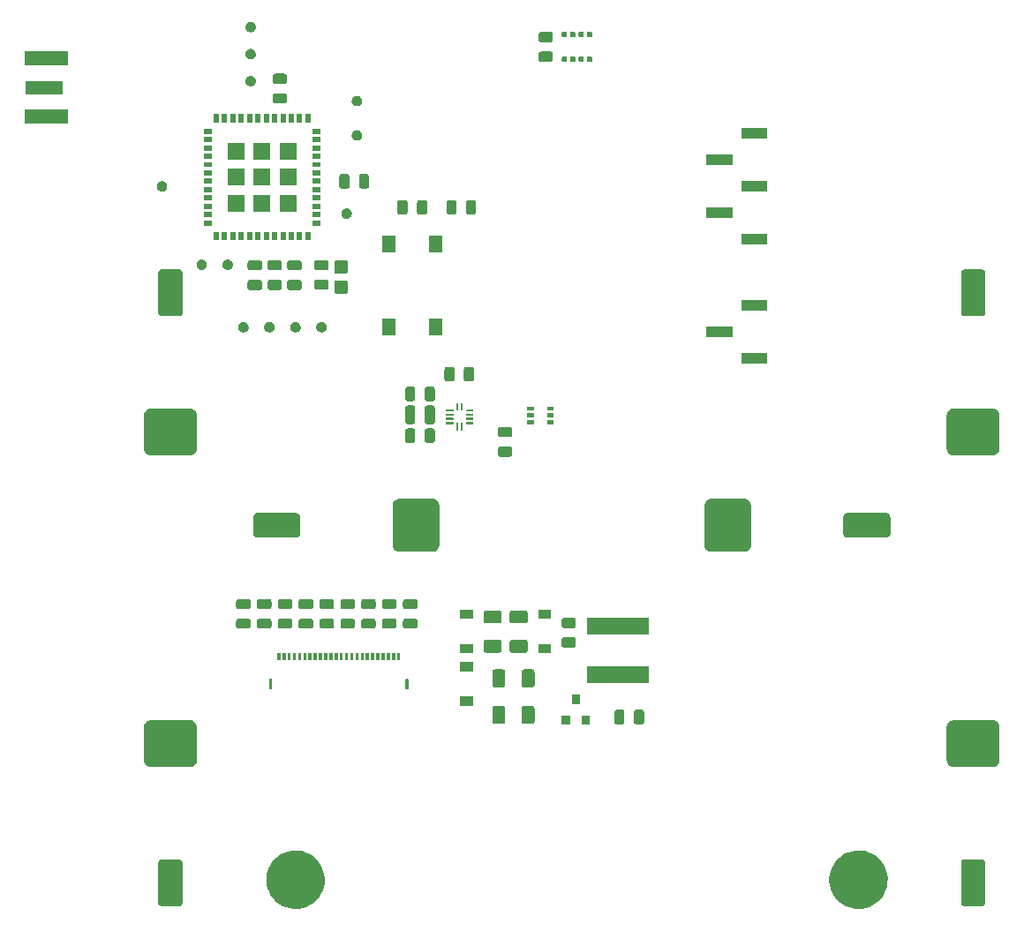
<source format=gbr>
G04 #@! TF.GenerationSoftware,KiCad,Pcbnew,(5.99.0-263-g133772e96)*
G04 #@! TF.CreationDate,2019-11-01T12:35:40+01:00*
G04 #@! TF.ProjectId,pocasicko,706f6361-7369-4636-9b6f-2e6b69636164,1*
G04 #@! TF.SameCoordinates,Original*
G04 #@! TF.FileFunction,Soldermask,Bot*
G04 #@! TF.FilePolarity,Negative*
%FSLAX46Y46*%
G04 Gerber Fmt 4.6, Leading zero omitted, Abs format (unit mm)*
G04 Created by KiCad (PCBNEW (5.99.0-263-g133772e96)) date 2019-11-01 12:35:40*
%MOMM*%
%LPD*%
G04 APERTURE LIST*
G04 APERTURE END LIST*
G36*
X126307792Y-131212010D02*
G01*
X126630969Y-131266962D01*
X126945529Y-131359244D01*
X127247174Y-131487595D01*
X127531772Y-131650256D01*
X127795465Y-131845023D01*
X128034620Y-132069212D01*
X128245996Y-132319784D01*
X128426686Y-132593295D01*
X128574236Y-132886029D01*
X128686623Y-133193973D01*
X128762316Y-133512936D01*
X128800128Y-133837254D01*
X128800127Y-133837270D01*
X128800275Y-133838537D01*
X128775547Y-134404908D01*
X128775288Y-134406162D01*
X128775288Y-134406172D01*
X128709352Y-134725970D01*
X128606150Y-135037116D01*
X128467352Y-135334092D01*
X128294851Y-135612848D01*
X128091009Y-135869574D01*
X127858603Y-136100766D01*
X127600810Y-136303264D01*
X127321154Y-136474303D01*
X127023449Y-136611547D01*
X126711779Y-136713115D01*
X126390371Y-136777631D01*
X126063636Y-136804206D01*
X125736032Y-136792480D01*
X125412033Y-136742611D01*
X125096068Y-136655284D01*
X124792446Y-136531687D01*
X124505321Y-136373512D01*
X124238605Y-136182913D01*
X123995954Y-135962505D01*
X123780674Y-135715290D01*
X123595710Y-135444650D01*
X123443580Y-135154271D01*
X123326368Y-134848124D01*
X123245676Y-134530399D01*
X123202604Y-134205424D01*
X123197741Y-133877658D01*
X123231155Y-133551537D01*
X123302384Y-133231565D01*
X123410459Y-132922085D01*
X123553910Y-132627315D01*
X123730766Y-132351303D01*
X123938617Y-132097811D01*
X124174626Y-131870297D01*
X124435565Y-131671875D01*
X124717869Y-131505253D01*
X125017698Y-131372700D01*
X125330928Y-131276038D01*
X125653304Y-131216581D01*
X125980426Y-131195140D01*
X126307792Y-131212010D01*
G37*
G36*
X180307792Y-131212010D02*
G01*
X180630969Y-131266962D01*
X180945529Y-131359244D01*
X181247174Y-131487595D01*
X181531772Y-131650256D01*
X181795465Y-131845023D01*
X182034620Y-132069212D01*
X182245996Y-132319784D01*
X182426686Y-132593295D01*
X182574236Y-132886029D01*
X182686623Y-133193973D01*
X182762316Y-133512936D01*
X182800128Y-133837254D01*
X182800127Y-133837270D01*
X182800275Y-133838537D01*
X182775547Y-134404908D01*
X182775288Y-134406162D01*
X182775288Y-134406172D01*
X182709352Y-134725970D01*
X182606150Y-135037116D01*
X182467352Y-135334092D01*
X182294851Y-135612848D01*
X182091009Y-135869574D01*
X181858603Y-136100766D01*
X181600810Y-136303264D01*
X181321154Y-136474303D01*
X181023449Y-136611547D01*
X180711779Y-136713115D01*
X180390371Y-136777631D01*
X180063636Y-136804206D01*
X179736032Y-136792480D01*
X179412033Y-136742611D01*
X179096068Y-136655284D01*
X178792446Y-136531687D01*
X178505321Y-136373512D01*
X178238605Y-136182913D01*
X177995954Y-135962505D01*
X177780674Y-135715290D01*
X177595710Y-135444650D01*
X177443580Y-135154271D01*
X177326368Y-134848124D01*
X177245676Y-134530399D01*
X177202604Y-134205424D01*
X177197741Y-133877658D01*
X177231155Y-133551537D01*
X177302384Y-133231565D01*
X177410459Y-132922085D01*
X177553910Y-132627315D01*
X177730766Y-132351303D01*
X177938617Y-132097811D01*
X178174626Y-131870297D01*
X178435565Y-131671875D01*
X178717869Y-131505253D01*
X179017698Y-131372700D01*
X179330928Y-131276038D01*
X179653304Y-131216581D01*
X179980426Y-131195140D01*
X180307792Y-131212010D01*
G37*
G36*
X191924443Y-132067393D02*
G01*
X191927397Y-132068898D01*
X191929692Y-132069281D01*
X191954546Y-132082731D01*
X192023507Y-132117869D01*
X192028263Y-132122625D01*
X192032716Y-132125035D01*
X192056393Y-132150755D01*
X192102131Y-132196493D01*
X192106635Y-132205332D01*
X192112055Y-132211220D01*
X192127031Y-132245362D01*
X192152607Y-132295557D01*
X192154618Y-132308253D01*
X192159111Y-132318496D01*
X192169719Y-132403596D01*
X192170748Y-132410095D01*
X192170748Y-136189905D01*
X192152607Y-136304443D01*
X192151102Y-136307397D01*
X192150719Y-136309692D01*
X192137269Y-136334546D01*
X192102131Y-136403507D01*
X192097375Y-136408263D01*
X192094965Y-136412716D01*
X192069245Y-136436393D01*
X192023507Y-136482131D01*
X192014668Y-136486635D01*
X192008780Y-136492055D01*
X191974638Y-136507031D01*
X191924443Y-136532607D01*
X191911747Y-136534618D01*
X191901504Y-136539111D01*
X191816404Y-136549719D01*
X191809905Y-136550748D01*
X190190095Y-136550748D01*
X190075557Y-136532607D01*
X190072603Y-136531102D01*
X190070308Y-136530719D01*
X190045454Y-136517269D01*
X189976493Y-136482131D01*
X189971737Y-136477375D01*
X189967284Y-136474965D01*
X189943607Y-136449245D01*
X189897869Y-136403507D01*
X189893365Y-136394668D01*
X189887945Y-136388780D01*
X189872969Y-136354638D01*
X189847393Y-136304443D01*
X189845382Y-136291747D01*
X189840889Y-136281504D01*
X189830281Y-136196404D01*
X189829252Y-136189905D01*
X189829252Y-132410095D01*
X189847393Y-132295557D01*
X189848898Y-132292603D01*
X189849281Y-132290308D01*
X189862731Y-132265454D01*
X189897869Y-132196493D01*
X189902625Y-132191737D01*
X189905035Y-132187284D01*
X189930755Y-132163607D01*
X189976493Y-132117869D01*
X189985332Y-132113365D01*
X189991220Y-132107945D01*
X190025362Y-132092969D01*
X190075557Y-132067393D01*
X190088253Y-132065382D01*
X190098496Y-132060889D01*
X190183596Y-132050281D01*
X190190095Y-132049252D01*
X191809905Y-132049252D01*
X191924443Y-132067393D01*
G37*
G36*
X114924443Y-132067393D02*
G01*
X114927397Y-132068898D01*
X114929692Y-132069281D01*
X114954546Y-132082731D01*
X115023507Y-132117869D01*
X115028263Y-132122625D01*
X115032716Y-132125035D01*
X115056393Y-132150755D01*
X115102131Y-132196493D01*
X115106635Y-132205332D01*
X115112055Y-132211220D01*
X115127031Y-132245362D01*
X115152607Y-132295557D01*
X115154618Y-132308253D01*
X115159111Y-132318496D01*
X115169719Y-132403596D01*
X115170748Y-132410095D01*
X115170748Y-136189905D01*
X115152607Y-136304443D01*
X115151102Y-136307397D01*
X115150719Y-136309692D01*
X115137269Y-136334546D01*
X115102131Y-136403507D01*
X115097375Y-136408263D01*
X115094965Y-136412716D01*
X115069245Y-136436393D01*
X115023507Y-136482131D01*
X115014668Y-136486635D01*
X115008780Y-136492055D01*
X114974638Y-136507031D01*
X114924443Y-136532607D01*
X114911747Y-136534618D01*
X114901504Y-136539111D01*
X114816404Y-136549719D01*
X114809905Y-136550748D01*
X113190095Y-136550748D01*
X113075557Y-136532607D01*
X113072603Y-136531102D01*
X113070308Y-136530719D01*
X113045454Y-136517269D01*
X112976493Y-136482131D01*
X112971737Y-136477375D01*
X112967284Y-136474965D01*
X112943607Y-136449245D01*
X112897869Y-136403507D01*
X112893365Y-136394668D01*
X112887945Y-136388780D01*
X112872969Y-136354638D01*
X112847393Y-136304443D01*
X112845382Y-136291747D01*
X112840889Y-136281504D01*
X112830281Y-136196404D01*
X112829252Y-136189905D01*
X112829252Y-132410095D01*
X112847393Y-132295557D01*
X112848898Y-132292603D01*
X112849281Y-132290308D01*
X112862731Y-132265454D01*
X112897869Y-132196493D01*
X112902625Y-132191737D01*
X112905035Y-132187284D01*
X112930755Y-132163607D01*
X112976493Y-132117869D01*
X112985332Y-132113365D01*
X112991220Y-132107945D01*
X113025362Y-132092969D01*
X113075557Y-132067393D01*
X113088253Y-132065382D01*
X113098496Y-132060889D01*
X113183596Y-132050281D01*
X113190095Y-132049252D01*
X114809905Y-132049252D01*
X114924443Y-132067393D01*
G37*
G36*
X116017126Y-118718319D02*
G01*
X116020235Y-118719451D01*
X116022767Y-118719758D01*
X116062941Y-118734994D01*
X116165409Y-118772289D01*
X116171034Y-118775989D01*
X116176034Y-118777885D01*
X116218827Y-118807423D01*
X116297237Y-118858994D01*
X116304137Y-118866308D01*
X116310938Y-118871002D01*
X116347457Y-118912224D01*
X116405524Y-118973771D01*
X116412151Y-118985249D01*
X116419636Y-118993698D01*
X116445695Y-119043349D01*
X116484421Y-119110424D01*
X116489098Y-119126045D01*
X116495814Y-119138842D01*
X116500367Y-119163688D01*
X116529928Y-119262428D01*
X116540408Y-119382219D01*
X116540408Y-122516912D01*
X116521681Y-122677126D01*
X116520549Y-122680235D01*
X116520242Y-122682767D01*
X116505006Y-122722941D01*
X116467711Y-122825409D01*
X116464011Y-122831034D01*
X116462115Y-122836034D01*
X116432577Y-122878827D01*
X116381006Y-122957237D01*
X116373692Y-122964137D01*
X116368998Y-122970938D01*
X116327776Y-123007457D01*
X116266229Y-123065524D01*
X116254751Y-123072151D01*
X116246302Y-123079636D01*
X116196651Y-123105695D01*
X116129576Y-123144421D01*
X116113955Y-123149098D01*
X116101158Y-123155814D01*
X116076312Y-123160367D01*
X115977572Y-123189928D01*
X115857781Y-123200408D01*
X112143088Y-123200408D01*
X111982874Y-123181681D01*
X111979765Y-123180549D01*
X111977233Y-123180242D01*
X111937059Y-123165006D01*
X111834591Y-123127711D01*
X111828966Y-123124011D01*
X111823966Y-123122115D01*
X111781173Y-123092577D01*
X111702763Y-123041006D01*
X111695863Y-123033692D01*
X111689062Y-123028998D01*
X111652543Y-122987776D01*
X111594476Y-122926229D01*
X111587849Y-122914751D01*
X111580364Y-122906302D01*
X111554305Y-122856651D01*
X111515579Y-122789576D01*
X111510902Y-122773955D01*
X111504186Y-122761158D01*
X111499633Y-122736312D01*
X111470072Y-122637572D01*
X111459592Y-122517781D01*
X111459592Y-119383088D01*
X111478319Y-119222874D01*
X111479451Y-119219765D01*
X111479758Y-119217233D01*
X111494994Y-119177059D01*
X111532289Y-119074591D01*
X111535989Y-119068966D01*
X111537885Y-119063966D01*
X111567423Y-119021173D01*
X111618994Y-118942763D01*
X111626308Y-118935863D01*
X111631002Y-118929062D01*
X111672224Y-118892543D01*
X111733771Y-118834476D01*
X111745249Y-118827849D01*
X111753698Y-118820364D01*
X111803349Y-118794305D01*
X111870424Y-118755579D01*
X111886045Y-118750902D01*
X111898842Y-118744186D01*
X111923688Y-118739633D01*
X112022428Y-118710072D01*
X112142219Y-118699592D01*
X115856912Y-118699592D01*
X116017126Y-118718319D01*
G37*
G36*
X193017126Y-118718319D02*
G01*
X193020235Y-118719451D01*
X193022767Y-118719758D01*
X193062941Y-118734994D01*
X193165409Y-118772289D01*
X193171034Y-118775989D01*
X193176034Y-118777885D01*
X193218827Y-118807423D01*
X193297237Y-118858994D01*
X193304137Y-118866308D01*
X193310938Y-118871002D01*
X193347457Y-118912224D01*
X193405524Y-118973771D01*
X193412151Y-118985249D01*
X193419636Y-118993698D01*
X193445695Y-119043349D01*
X193484421Y-119110424D01*
X193489098Y-119126045D01*
X193495814Y-119138842D01*
X193500367Y-119163688D01*
X193529928Y-119262428D01*
X193540408Y-119382219D01*
X193540408Y-122516912D01*
X193521681Y-122677126D01*
X193520549Y-122680235D01*
X193520242Y-122682767D01*
X193505006Y-122722941D01*
X193467711Y-122825409D01*
X193464011Y-122831034D01*
X193462115Y-122836034D01*
X193432577Y-122878827D01*
X193381006Y-122957237D01*
X193373692Y-122964137D01*
X193368998Y-122970938D01*
X193327776Y-123007457D01*
X193266229Y-123065524D01*
X193254751Y-123072151D01*
X193246302Y-123079636D01*
X193196651Y-123105695D01*
X193129576Y-123144421D01*
X193113955Y-123149098D01*
X193101158Y-123155814D01*
X193076312Y-123160367D01*
X192977572Y-123189928D01*
X192857781Y-123200408D01*
X189143088Y-123200408D01*
X188982874Y-123181681D01*
X188979765Y-123180549D01*
X188977233Y-123180242D01*
X188937059Y-123165006D01*
X188834591Y-123127711D01*
X188828966Y-123124011D01*
X188823966Y-123122115D01*
X188781173Y-123092577D01*
X188702763Y-123041006D01*
X188695863Y-123033692D01*
X188689062Y-123028998D01*
X188652543Y-122987776D01*
X188594476Y-122926229D01*
X188587849Y-122914751D01*
X188580364Y-122906302D01*
X188554305Y-122856651D01*
X188515579Y-122789576D01*
X188510902Y-122773955D01*
X188504186Y-122761158D01*
X188499633Y-122736312D01*
X188470072Y-122637572D01*
X188459592Y-122517781D01*
X188459592Y-119383088D01*
X188478319Y-119222874D01*
X188479451Y-119219765D01*
X188479758Y-119217233D01*
X188494994Y-119177059D01*
X188532289Y-119074591D01*
X188535989Y-119068966D01*
X188537885Y-119063966D01*
X188567423Y-119021173D01*
X188618994Y-118942763D01*
X188626308Y-118935863D01*
X188631002Y-118929062D01*
X188672224Y-118892543D01*
X188733771Y-118834476D01*
X188745249Y-118827849D01*
X188753698Y-118820364D01*
X188803349Y-118794305D01*
X188870424Y-118755579D01*
X188886045Y-118750902D01*
X188898842Y-118744186D01*
X188923688Y-118739633D01*
X189022428Y-118710072D01*
X189142219Y-118699592D01*
X192856912Y-118699592D01*
X193017126Y-118718319D01*
G37*
G36*
X152349994Y-118250000D02*
G01*
X152350000Y-118250000D01*
X152350000Y-118250006D01*
X152351175Y-118255910D01*
X152351175Y-119144090D01*
X152350000Y-119149994D01*
X152350000Y-119150000D01*
X152349994Y-119150000D01*
X152344090Y-119151175D01*
X151555910Y-119151175D01*
X151550006Y-119150000D01*
X151550000Y-119150000D01*
X151550000Y-119149994D01*
X151548825Y-119144090D01*
X151548825Y-118255910D01*
X151550000Y-118250006D01*
X151550000Y-118250000D01*
X151550006Y-118250000D01*
X151555910Y-118248825D01*
X152344090Y-118248825D01*
X152349994Y-118250000D01*
G37*
G36*
X154249994Y-118250000D02*
G01*
X154250000Y-118250000D01*
X154250000Y-118250006D01*
X154251175Y-118255910D01*
X154251175Y-119144090D01*
X154250000Y-119149994D01*
X154250000Y-119150000D01*
X154249994Y-119150000D01*
X154244090Y-119151175D01*
X153455910Y-119151175D01*
X153450006Y-119150000D01*
X153450000Y-119150000D01*
X153450000Y-119149994D01*
X153448825Y-119144090D01*
X153448825Y-118255910D01*
X153450000Y-118250006D01*
X153450000Y-118250000D01*
X153450006Y-118250000D01*
X153455910Y-118248825D01*
X154244090Y-118248825D01*
X154249994Y-118250000D01*
G37*
G36*
X157391606Y-117716745D02*
G01*
X157394422Y-117718489D01*
X157396581Y-117718918D01*
X157415104Y-117731295D01*
X157469086Y-117764719D01*
X157473117Y-117770057D01*
X157477209Y-117772791D01*
X157492778Y-117796092D01*
X157523135Y-117836291D01*
X157525035Y-117844369D01*
X157531082Y-117853419D01*
X157550000Y-117948525D01*
X157550000Y-117950514D01*
X157551039Y-117954932D01*
X157551039Y-118846470D01*
X157533255Y-118941606D01*
X157531511Y-118944422D01*
X157531082Y-118946581D01*
X157518705Y-118965104D01*
X157485281Y-119019086D01*
X157479943Y-119023117D01*
X157477209Y-119027209D01*
X157453908Y-119042778D01*
X157413709Y-119073135D01*
X157405631Y-119075035D01*
X157396581Y-119081082D01*
X157301475Y-119100000D01*
X157299486Y-119100000D01*
X157295068Y-119101039D01*
X156828530Y-119101039D01*
X156733394Y-119083255D01*
X156730578Y-119081511D01*
X156728419Y-119081082D01*
X156709896Y-119068705D01*
X156655914Y-119035281D01*
X156651883Y-119029943D01*
X156647791Y-119027209D01*
X156632222Y-119003908D01*
X156601865Y-118963709D01*
X156599965Y-118955631D01*
X156593918Y-118946581D01*
X156575000Y-118851475D01*
X156575000Y-118849486D01*
X156573961Y-118845068D01*
X156573961Y-117953530D01*
X156591745Y-117858394D01*
X156593489Y-117855578D01*
X156593918Y-117853419D01*
X156606295Y-117834896D01*
X156639719Y-117780914D01*
X156645057Y-117776883D01*
X156647791Y-117772791D01*
X156671092Y-117757222D01*
X156711291Y-117726865D01*
X156719369Y-117724965D01*
X156728419Y-117718918D01*
X156823525Y-117700000D01*
X156825514Y-117700000D01*
X156829932Y-117698961D01*
X157296470Y-117698961D01*
X157391606Y-117716745D01*
G37*
G36*
X159266606Y-117716745D02*
G01*
X159269422Y-117718489D01*
X159271581Y-117718918D01*
X159290104Y-117731295D01*
X159344086Y-117764719D01*
X159348117Y-117770057D01*
X159352209Y-117772791D01*
X159367778Y-117796092D01*
X159398135Y-117836291D01*
X159400035Y-117844369D01*
X159406082Y-117853419D01*
X159425000Y-117948525D01*
X159425000Y-117950514D01*
X159426039Y-117954932D01*
X159426039Y-118846470D01*
X159408255Y-118941606D01*
X159406511Y-118944422D01*
X159406082Y-118946581D01*
X159393705Y-118965104D01*
X159360281Y-119019086D01*
X159354943Y-119023117D01*
X159352209Y-119027209D01*
X159328908Y-119042778D01*
X159288709Y-119073135D01*
X159280631Y-119075035D01*
X159271581Y-119081082D01*
X159176475Y-119100000D01*
X159174486Y-119100000D01*
X159170068Y-119101039D01*
X158703530Y-119101039D01*
X158608394Y-119083255D01*
X158605578Y-119081511D01*
X158603419Y-119081082D01*
X158584896Y-119068705D01*
X158530914Y-119035281D01*
X158526883Y-119029943D01*
X158522791Y-119027209D01*
X158507222Y-119003908D01*
X158476865Y-118963709D01*
X158474965Y-118955631D01*
X158468918Y-118946581D01*
X158450000Y-118851475D01*
X158450000Y-118849486D01*
X158448961Y-118845068D01*
X158448961Y-117953530D01*
X158466745Y-117858394D01*
X158468489Y-117855578D01*
X158468918Y-117853419D01*
X158481295Y-117834896D01*
X158514719Y-117780914D01*
X158520057Y-117776883D01*
X158522791Y-117772791D01*
X158546092Y-117757222D01*
X158586291Y-117726865D01*
X158594369Y-117724965D01*
X158603419Y-117718918D01*
X158698525Y-117700000D01*
X158700514Y-117700000D01*
X158704932Y-117698961D01*
X159171470Y-117698961D01*
X159266606Y-117716745D01*
G37*
G36*
X145957692Y-117340230D02*
G01*
X145963486Y-117343575D01*
X145967647Y-117344403D01*
X145984985Y-117355988D01*
X146034223Y-117384416D01*
X146042764Y-117394594D01*
X146050342Y-117399658D01*
X146063357Y-117419136D01*
X146089275Y-117450024D01*
X146092809Y-117463215D01*
X146105597Y-117482353D01*
X146125000Y-117579898D01*
X146125000Y-117583354D01*
X146126039Y-117587232D01*
X146126039Y-118815422D01*
X146109770Y-118907692D01*
X146106425Y-118913486D01*
X146105597Y-118917647D01*
X146094012Y-118934985D01*
X146065584Y-118984223D01*
X146055405Y-118992764D01*
X146050342Y-119000342D01*
X146030866Y-119013355D01*
X145999977Y-119039275D01*
X145986784Y-119042810D01*
X145967647Y-119055597D01*
X145870102Y-119075000D01*
X145866646Y-119075000D01*
X145862768Y-119076039D01*
X145134578Y-119076039D01*
X145042308Y-119059770D01*
X145036514Y-119056425D01*
X145032353Y-119055597D01*
X145015015Y-119044012D01*
X144965777Y-119015584D01*
X144957236Y-119005405D01*
X144949658Y-119000342D01*
X144936645Y-118980866D01*
X144910725Y-118949977D01*
X144907190Y-118936784D01*
X144894403Y-118917647D01*
X144875000Y-118820102D01*
X144875000Y-118816646D01*
X144873961Y-118812768D01*
X144873961Y-117584578D01*
X144890230Y-117492308D01*
X144893575Y-117486514D01*
X144894403Y-117482353D01*
X144905988Y-117465015D01*
X144934416Y-117415777D01*
X144944594Y-117407236D01*
X144949658Y-117399658D01*
X144969136Y-117386643D01*
X145000024Y-117360725D01*
X145013215Y-117357191D01*
X145032353Y-117344403D01*
X145129898Y-117325000D01*
X145133354Y-117325000D01*
X145137232Y-117323961D01*
X145865422Y-117323961D01*
X145957692Y-117340230D01*
G37*
G36*
X148757692Y-117340230D02*
G01*
X148763486Y-117343575D01*
X148767647Y-117344403D01*
X148784985Y-117355988D01*
X148834223Y-117384416D01*
X148842764Y-117394594D01*
X148850342Y-117399658D01*
X148863357Y-117419136D01*
X148889275Y-117450024D01*
X148892809Y-117463215D01*
X148905597Y-117482353D01*
X148925000Y-117579898D01*
X148925000Y-117583354D01*
X148926039Y-117587232D01*
X148926039Y-118815422D01*
X148909770Y-118907692D01*
X148906425Y-118913486D01*
X148905597Y-118917647D01*
X148894012Y-118934985D01*
X148865584Y-118984223D01*
X148855405Y-118992764D01*
X148850342Y-119000342D01*
X148830866Y-119013355D01*
X148799977Y-119039275D01*
X148786784Y-119042810D01*
X148767647Y-119055597D01*
X148670102Y-119075000D01*
X148666646Y-119075000D01*
X148662768Y-119076039D01*
X147934578Y-119076039D01*
X147842308Y-119059770D01*
X147836514Y-119056425D01*
X147832353Y-119055597D01*
X147815015Y-119044012D01*
X147765777Y-119015584D01*
X147757236Y-119005405D01*
X147749658Y-119000342D01*
X147736645Y-118980866D01*
X147710725Y-118949977D01*
X147707190Y-118936784D01*
X147694403Y-118917647D01*
X147675000Y-118820102D01*
X147675000Y-118816646D01*
X147673961Y-118812768D01*
X147673961Y-117584578D01*
X147690230Y-117492308D01*
X147693575Y-117486514D01*
X147694403Y-117482353D01*
X147705988Y-117465015D01*
X147734416Y-117415777D01*
X147744594Y-117407236D01*
X147749658Y-117399658D01*
X147769136Y-117386643D01*
X147800024Y-117360725D01*
X147813215Y-117357191D01*
X147832353Y-117344403D01*
X147929898Y-117325000D01*
X147933354Y-117325000D01*
X147937232Y-117323961D01*
X148665422Y-117323961D01*
X148757692Y-117340230D01*
G37*
G36*
X142999994Y-116400000D02*
G01*
X143000000Y-116400000D01*
X143000000Y-116400006D01*
X143001175Y-116405910D01*
X143001175Y-117294090D01*
X143000000Y-117299994D01*
X143000000Y-117300000D01*
X142999994Y-117300000D01*
X142994090Y-117301175D01*
X141805910Y-117301175D01*
X141800006Y-117300000D01*
X141800000Y-117300000D01*
X141800000Y-117299994D01*
X141798825Y-117294090D01*
X141798825Y-116405910D01*
X141800000Y-116400006D01*
X141800000Y-116400000D01*
X141800006Y-116400000D01*
X141805910Y-116398825D01*
X142994090Y-116398825D01*
X142999994Y-116400000D01*
G37*
G36*
X153299994Y-116250000D02*
G01*
X153300000Y-116250000D01*
X153300000Y-116250006D01*
X153301175Y-116255910D01*
X153301175Y-117144090D01*
X153300000Y-117149994D01*
X153300000Y-117150000D01*
X153299994Y-117150000D01*
X153294090Y-117151175D01*
X152505910Y-117151175D01*
X152500006Y-117150000D01*
X152500000Y-117150000D01*
X152500000Y-117149994D01*
X152498825Y-117144090D01*
X152498825Y-116255910D01*
X152500000Y-116250006D01*
X152500000Y-116250000D01*
X152500006Y-116250000D01*
X152505910Y-116248825D01*
X153294090Y-116248825D01*
X153299994Y-116250000D01*
G37*
G36*
X123714117Y-114750000D02*
G01*
X123714118Y-114750000D01*
X123731676Y-114753493D01*
X123746561Y-114763439D01*
X123756507Y-114778324D01*
X123761175Y-114801790D01*
X123761175Y-115698210D01*
X123760000Y-115704117D01*
X123760000Y-115704118D01*
X123756507Y-115721676D01*
X123746561Y-115736561D01*
X123731676Y-115746507D01*
X123714118Y-115750000D01*
X123714117Y-115750000D01*
X123708210Y-115751175D01*
X123511790Y-115751175D01*
X123505883Y-115750000D01*
X123505882Y-115750000D01*
X123488324Y-115746507D01*
X123473439Y-115736561D01*
X123463493Y-115721676D01*
X123460000Y-115704118D01*
X123460000Y-115704117D01*
X123458825Y-115698210D01*
X123458825Y-114801790D01*
X123463493Y-114778324D01*
X123473439Y-114763439D01*
X123488324Y-114753493D01*
X123505882Y-114750000D01*
X123505883Y-114750000D01*
X123511790Y-114748825D01*
X123708210Y-114748825D01*
X123714117Y-114750000D01*
G37*
G36*
X136794117Y-114750000D02*
G01*
X136794118Y-114750000D01*
X136811676Y-114753493D01*
X136826561Y-114763439D01*
X136836507Y-114778324D01*
X136841175Y-114801790D01*
X136841175Y-115698210D01*
X136840000Y-115704117D01*
X136840000Y-115704118D01*
X136836507Y-115721676D01*
X136826561Y-115736561D01*
X136811676Y-115746507D01*
X136794118Y-115750000D01*
X136794117Y-115750000D01*
X136788210Y-115751175D01*
X136591790Y-115751175D01*
X136585883Y-115750000D01*
X136585882Y-115750000D01*
X136568324Y-115746507D01*
X136553439Y-115736561D01*
X136543493Y-115721676D01*
X136540000Y-115704118D01*
X136540000Y-115704117D01*
X136538825Y-115698210D01*
X136538825Y-114801790D01*
X136543493Y-114778324D01*
X136553439Y-114763439D01*
X136568324Y-114753493D01*
X136585882Y-114750000D01*
X136585883Y-114750000D01*
X136591790Y-114748825D01*
X136788210Y-114748825D01*
X136794117Y-114750000D01*
G37*
G36*
X145957692Y-113840230D02*
G01*
X145963486Y-113843575D01*
X145967647Y-113844403D01*
X145984985Y-113855988D01*
X146034223Y-113884416D01*
X146042764Y-113894594D01*
X146050342Y-113899658D01*
X146063357Y-113919136D01*
X146089275Y-113950024D01*
X146092809Y-113963215D01*
X146105597Y-113982353D01*
X146125000Y-114079898D01*
X146125000Y-114083354D01*
X146126039Y-114087232D01*
X146126039Y-115315422D01*
X146109770Y-115407692D01*
X146106425Y-115413486D01*
X146105597Y-115417647D01*
X146094012Y-115434985D01*
X146065584Y-115484223D01*
X146055405Y-115492764D01*
X146050342Y-115500342D01*
X146030866Y-115513355D01*
X145999977Y-115539275D01*
X145986784Y-115542810D01*
X145967647Y-115555597D01*
X145870102Y-115575000D01*
X145866646Y-115575000D01*
X145862768Y-115576039D01*
X145134578Y-115576039D01*
X145042308Y-115559770D01*
X145036514Y-115556425D01*
X145032353Y-115555597D01*
X145015015Y-115544012D01*
X144965777Y-115515584D01*
X144957236Y-115505405D01*
X144949658Y-115500342D01*
X144936645Y-115480866D01*
X144910725Y-115449977D01*
X144907190Y-115436784D01*
X144894403Y-115417647D01*
X144875000Y-115320102D01*
X144875000Y-115316646D01*
X144873961Y-115312768D01*
X144873961Y-114084578D01*
X144890230Y-113992308D01*
X144893575Y-113986514D01*
X144894403Y-113982353D01*
X144905988Y-113965015D01*
X144934416Y-113915777D01*
X144944594Y-113907236D01*
X144949658Y-113899658D01*
X144969136Y-113886643D01*
X145000024Y-113860725D01*
X145013215Y-113857191D01*
X145032353Y-113844403D01*
X145129898Y-113825000D01*
X145133354Y-113825000D01*
X145137232Y-113823961D01*
X145865422Y-113823961D01*
X145957692Y-113840230D01*
G37*
G36*
X148757692Y-113840230D02*
G01*
X148763486Y-113843575D01*
X148767647Y-113844403D01*
X148784985Y-113855988D01*
X148834223Y-113884416D01*
X148842764Y-113894594D01*
X148850342Y-113899658D01*
X148863357Y-113919136D01*
X148889275Y-113950024D01*
X148892809Y-113963215D01*
X148905597Y-113982353D01*
X148925000Y-114079898D01*
X148925000Y-114083354D01*
X148926039Y-114087232D01*
X148926039Y-115315422D01*
X148909770Y-115407692D01*
X148906425Y-115413486D01*
X148905597Y-115417647D01*
X148894012Y-115434985D01*
X148865584Y-115484223D01*
X148855405Y-115492764D01*
X148850342Y-115500342D01*
X148830866Y-115513355D01*
X148799977Y-115539275D01*
X148786784Y-115542810D01*
X148767647Y-115555597D01*
X148670102Y-115575000D01*
X148666646Y-115575000D01*
X148662768Y-115576039D01*
X147934578Y-115576039D01*
X147842308Y-115559770D01*
X147836514Y-115556425D01*
X147832353Y-115555597D01*
X147815015Y-115544012D01*
X147765777Y-115515584D01*
X147757236Y-115505405D01*
X147749658Y-115500342D01*
X147736645Y-115480866D01*
X147710725Y-115449977D01*
X147707190Y-115436784D01*
X147694403Y-115417647D01*
X147675000Y-115320102D01*
X147675000Y-115316646D01*
X147673961Y-115312768D01*
X147673961Y-114084578D01*
X147690230Y-113992308D01*
X147693575Y-113986514D01*
X147694403Y-113982353D01*
X147705988Y-113965015D01*
X147734416Y-113915777D01*
X147744594Y-113907236D01*
X147749658Y-113899658D01*
X147769136Y-113886643D01*
X147800024Y-113860725D01*
X147813215Y-113857191D01*
X147832353Y-113844403D01*
X147929898Y-113825000D01*
X147933354Y-113825000D01*
X147937232Y-113823961D01*
X148665422Y-113823961D01*
X148757692Y-113840230D01*
G37*
G36*
X159849994Y-113550000D02*
G01*
X159850000Y-113550000D01*
X159850000Y-113550006D01*
X159851175Y-113555910D01*
X159851175Y-115144090D01*
X159850000Y-115149994D01*
X159850000Y-115150000D01*
X159849994Y-115150000D01*
X159844090Y-115151175D01*
X153955910Y-115151175D01*
X153950006Y-115150000D01*
X153950000Y-115150000D01*
X153950000Y-115149994D01*
X153948825Y-115144090D01*
X153948825Y-113555910D01*
X153950000Y-113550006D01*
X153950000Y-113550000D01*
X153950006Y-113550000D01*
X153955910Y-113548825D01*
X159844090Y-113548825D01*
X159849994Y-113550000D01*
G37*
G36*
X142999994Y-113100000D02*
G01*
X143000000Y-113100000D01*
X143000000Y-113100006D01*
X143001175Y-113105910D01*
X143001175Y-113994090D01*
X143000000Y-113999994D01*
X143000000Y-114000000D01*
X142999994Y-114000000D01*
X142994090Y-114001175D01*
X141805910Y-114001175D01*
X141800006Y-114000000D01*
X141800000Y-114000000D01*
X141800000Y-113999994D01*
X141798825Y-113994090D01*
X141798825Y-113105910D01*
X141800000Y-113100006D01*
X141800000Y-113100000D01*
X141800006Y-113100000D01*
X141805910Y-113098825D01*
X142994090Y-113098825D01*
X142999994Y-113100000D01*
G37*
G36*
X125004117Y-112250000D02*
G01*
X125004118Y-112250000D01*
X125021676Y-112253493D01*
X125036561Y-112263439D01*
X125046507Y-112278324D01*
X125051175Y-112301790D01*
X125051175Y-112898210D01*
X125050000Y-112904117D01*
X125050000Y-112904118D01*
X125046507Y-112921676D01*
X125036561Y-112936561D01*
X125021676Y-112946507D01*
X125004118Y-112950000D01*
X125004117Y-112950000D01*
X124998210Y-112951175D01*
X124801790Y-112951175D01*
X124795883Y-112950000D01*
X124795882Y-112950000D01*
X124778324Y-112946507D01*
X124763439Y-112936561D01*
X124753493Y-112921676D01*
X124750000Y-112904118D01*
X124750000Y-112904117D01*
X124748825Y-112898210D01*
X124748825Y-112301790D01*
X124753493Y-112278324D01*
X124763439Y-112263439D01*
X124778324Y-112253493D01*
X124795882Y-112250000D01*
X124795883Y-112250000D01*
X124801790Y-112248825D01*
X124998210Y-112248825D01*
X125004117Y-112250000D01*
G37*
G36*
X130004117Y-112250000D02*
G01*
X130004118Y-112250000D01*
X130021676Y-112253493D01*
X130036561Y-112263439D01*
X130046507Y-112278324D01*
X130051175Y-112301790D01*
X130051175Y-112898210D01*
X130050000Y-112904117D01*
X130050000Y-112904118D01*
X130046507Y-112921676D01*
X130036561Y-112936561D01*
X130021676Y-112946507D01*
X130004118Y-112950000D01*
X130004117Y-112950000D01*
X129998210Y-112951175D01*
X129801790Y-112951175D01*
X129795883Y-112950000D01*
X129795882Y-112950000D01*
X129778324Y-112946507D01*
X129763439Y-112936561D01*
X129753493Y-112921676D01*
X129750000Y-112904118D01*
X129750000Y-112904117D01*
X129748825Y-112898210D01*
X129748825Y-112301790D01*
X129753493Y-112278324D01*
X129763439Y-112263439D01*
X129778324Y-112253493D01*
X129795882Y-112250000D01*
X129795883Y-112250000D01*
X129801790Y-112248825D01*
X129998210Y-112248825D01*
X130004117Y-112250000D01*
G37*
G36*
X129504117Y-112250000D02*
G01*
X129504118Y-112250000D01*
X129521676Y-112253493D01*
X129536561Y-112263439D01*
X129546507Y-112278324D01*
X129551175Y-112301790D01*
X129551175Y-112898210D01*
X129550000Y-112904117D01*
X129550000Y-112904118D01*
X129546507Y-112921676D01*
X129536561Y-112936561D01*
X129521676Y-112946507D01*
X129504118Y-112950000D01*
X129504117Y-112950000D01*
X129498210Y-112951175D01*
X129301790Y-112951175D01*
X129295883Y-112950000D01*
X129295882Y-112950000D01*
X129278324Y-112946507D01*
X129263439Y-112936561D01*
X129253493Y-112921676D01*
X129250000Y-112904118D01*
X129250000Y-112904117D01*
X129248825Y-112898210D01*
X129248825Y-112301790D01*
X129253493Y-112278324D01*
X129263439Y-112263439D01*
X129278324Y-112253493D01*
X129295882Y-112250000D01*
X129295883Y-112250000D01*
X129301790Y-112248825D01*
X129498210Y-112248825D01*
X129504117Y-112250000D01*
G37*
G36*
X129004117Y-112250000D02*
G01*
X129004118Y-112250000D01*
X129021676Y-112253493D01*
X129036561Y-112263439D01*
X129046507Y-112278324D01*
X129051175Y-112301790D01*
X129051175Y-112898210D01*
X129050000Y-112904117D01*
X129050000Y-112904118D01*
X129046507Y-112921676D01*
X129036561Y-112936561D01*
X129021676Y-112946507D01*
X129004118Y-112950000D01*
X129004117Y-112950000D01*
X128998210Y-112951175D01*
X128801790Y-112951175D01*
X128795883Y-112950000D01*
X128795882Y-112950000D01*
X128778324Y-112946507D01*
X128763439Y-112936561D01*
X128753493Y-112921676D01*
X128750000Y-112904118D01*
X128750000Y-112904117D01*
X128748825Y-112898210D01*
X128748825Y-112301790D01*
X128753493Y-112278324D01*
X128763439Y-112263439D01*
X128778324Y-112253493D01*
X128795882Y-112250000D01*
X128795883Y-112250000D01*
X128801790Y-112248825D01*
X128998210Y-112248825D01*
X129004117Y-112250000D01*
G37*
G36*
X128504117Y-112250000D02*
G01*
X128504118Y-112250000D01*
X128521676Y-112253493D01*
X128536561Y-112263439D01*
X128546507Y-112278324D01*
X128551175Y-112301790D01*
X128551175Y-112898210D01*
X128550000Y-112904117D01*
X128550000Y-112904118D01*
X128546507Y-112921676D01*
X128536561Y-112936561D01*
X128521676Y-112946507D01*
X128504118Y-112950000D01*
X128504117Y-112950000D01*
X128498210Y-112951175D01*
X128301790Y-112951175D01*
X128295883Y-112950000D01*
X128295882Y-112950000D01*
X128278324Y-112946507D01*
X128263439Y-112936561D01*
X128253493Y-112921676D01*
X128250000Y-112904118D01*
X128250000Y-112904117D01*
X128248825Y-112898210D01*
X128248825Y-112301790D01*
X128253493Y-112278324D01*
X128263439Y-112263439D01*
X128278324Y-112253493D01*
X128295882Y-112250000D01*
X128295883Y-112250000D01*
X128301790Y-112248825D01*
X128498210Y-112248825D01*
X128504117Y-112250000D01*
G37*
G36*
X124504117Y-112250000D02*
G01*
X124504118Y-112250000D01*
X124521676Y-112253493D01*
X124536561Y-112263439D01*
X124546507Y-112278324D01*
X124551175Y-112301790D01*
X124551175Y-112898210D01*
X124550000Y-112904117D01*
X124550000Y-112904118D01*
X124546507Y-112921676D01*
X124536561Y-112936561D01*
X124521676Y-112946507D01*
X124504118Y-112950000D01*
X124504117Y-112950000D01*
X124498210Y-112951175D01*
X124301790Y-112951175D01*
X124295883Y-112950000D01*
X124295882Y-112950000D01*
X124278324Y-112946507D01*
X124263439Y-112936561D01*
X124253493Y-112921676D01*
X124250000Y-112904118D01*
X124250000Y-112904117D01*
X124248825Y-112898210D01*
X124248825Y-112301790D01*
X124253493Y-112278324D01*
X124263439Y-112263439D01*
X124278324Y-112253493D01*
X124295882Y-112250000D01*
X124295883Y-112250000D01*
X124301790Y-112248825D01*
X124498210Y-112248825D01*
X124504117Y-112250000D01*
G37*
G36*
X125504117Y-112250000D02*
G01*
X125504118Y-112250000D01*
X125521676Y-112253493D01*
X125536561Y-112263439D01*
X125546507Y-112278324D01*
X125551175Y-112301790D01*
X125551175Y-112898210D01*
X125550000Y-112904117D01*
X125550000Y-112904118D01*
X125546507Y-112921676D01*
X125536561Y-112936561D01*
X125521676Y-112946507D01*
X125504118Y-112950000D01*
X125504117Y-112950000D01*
X125498210Y-112951175D01*
X125301790Y-112951175D01*
X125295883Y-112950000D01*
X125295882Y-112950000D01*
X125278324Y-112946507D01*
X125263439Y-112936561D01*
X125253493Y-112921676D01*
X125250000Y-112904118D01*
X125250000Y-112904117D01*
X125248825Y-112898210D01*
X125248825Y-112301790D01*
X125253493Y-112278324D01*
X125263439Y-112263439D01*
X125278324Y-112253493D01*
X125295882Y-112250000D01*
X125295883Y-112250000D01*
X125301790Y-112248825D01*
X125498210Y-112248825D01*
X125504117Y-112250000D01*
G37*
G36*
X126004117Y-112250000D02*
G01*
X126004118Y-112250000D01*
X126021676Y-112253493D01*
X126036561Y-112263439D01*
X126046507Y-112278324D01*
X126051175Y-112301790D01*
X126051175Y-112898210D01*
X126050000Y-112904117D01*
X126050000Y-112904118D01*
X126046507Y-112921676D01*
X126036561Y-112936561D01*
X126021676Y-112946507D01*
X126004118Y-112950000D01*
X126004117Y-112950000D01*
X125998210Y-112951175D01*
X125801790Y-112951175D01*
X125795883Y-112950000D01*
X125795882Y-112950000D01*
X125778324Y-112946507D01*
X125763439Y-112936561D01*
X125753493Y-112921676D01*
X125750000Y-112904118D01*
X125750000Y-112904117D01*
X125748825Y-112898210D01*
X125748825Y-112301790D01*
X125753493Y-112278324D01*
X125763439Y-112263439D01*
X125778324Y-112253493D01*
X125795882Y-112250000D01*
X125795883Y-112250000D01*
X125801790Y-112248825D01*
X125998210Y-112248825D01*
X126004117Y-112250000D01*
G37*
G36*
X126504117Y-112250000D02*
G01*
X126504118Y-112250000D01*
X126521676Y-112253493D01*
X126536561Y-112263439D01*
X126546507Y-112278324D01*
X126551175Y-112301790D01*
X126551175Y-112898210D01*
X126550000Y-112904117D01*
X126550000Y-112904118D01*
X126546507Y-112921676D01*
X126536561Y-112936561D01*
X126521676Y-112946507D01*
X126504118Y-112950000D01*
X126504117Y-112950000D01*
X126498210Y-112951175D01*
X126301790Y-112951175D01*
X126295883Y-112950000D01*
X126295882Y-112950000D01*
X126278324Y-112946507D01*
X126263439Y-112936561D01*
X126253493Y-112921676D01*
X126250000Y-112904118D01*
X126250000Y-112904117D01*
X126248825Y-112898210D01*
X126248825Y-112301790D01*
X126253493Y-112278324D01*
X126263439Y-112263439D01*
X126278324Y-112253493D01*
X126295882Y-112250000D01*
X126295883Y-112250000D01*
X126301790Y-112248825D01*
X126498210Y-112248825D01*
X126504117Y-112250000D01*
G37*
G36*
X127004117Y-112250000D02*
G01*
X127004118Y-112250000D01*
X127021676Y-112253493D01*
X127036561Y-112263439D01*
X127046507Y-112278324D01*
X127051175Y-112301790D01*
X127051175Y-112898210D01*
X127050000Y-112904117D01*
X127050000Y-112904118D01*
X127046507Y-112921676D01*
X127036561Y-112936561D01*
X127021676Y-112946507D01*
X127004118Y-112950000D01*
X127004117Y-112950000D01*
X126998210Y-112951175D01*
X126801790Y-112951175D01*
X126795883Y-112950000D01*
X126795882Y-112950000D01*
X126778324Y-112946507D01*
X126763439Y-112936561D01*
X126753493Y-112921676D01*
X126750000Y-112904118D01*
X126750000Y-112904117D01*
X126748825Y-112898210D01*
X126748825Y-112301790D01*
X126753493Y-112278324D01*
X126763439Y-112263439D01*
X126778324Y-112253493D01*
X126795882Y-112250000D01*
X126795883Y-112250000D01*
X126801790Y-112248825D01*
X126998210Y-112248825D01*
X127004117Y-112250000D01*
G37*
G36*
X128004117Y-112250000D02*
G01*
X128004118Y-112250000D01*
X128021676Y-112253493D01*
X128036561Y-112263439D01*
X128046507Y-112278324D01*
X128051175Y-112301790D01*
X128051175Y-112898210D01*
X128050000Y-112904117D01*
X128050000Y-112904118D01*
X128046507Y-112921676D01*
X128036561Y-112936561D01*
X128021676Y-112946507D01*
X128004118Y-112950000D01*
X128004117Y-112950000D01*
X127998210Y-112951175D01*
X127801790Y-112951175D01*
X127795883Y-112950000D01*
X127795882Y-112950000D01*
X127778324Y-112946507D01*
X127763439Y-112936561D01*
X127753493Y-112921676D01*
X127750000Y-112904118D01*
X127750000Y-112904117D01*
X127748825Y-112898210D01*
X127748825Y-112301790D01*
X127753493Y-112278324D01*
X127763439Y-112263439D01*
X127778324Y-112253493D01*
X127795882Y-112250000D01*
X127795883Y-112250000D01*
X127801790Y-112248825D01*
X127998210Y-112248825D01*
X128004117Y-112250000D01*
G37*
G36*
X131004117Y-112250000D02*
G01*
X131004118Y-112250000D01*
X131021676Y-112253493D01*
X131036561Y-112263439D01*
X131046507Y-112278324D01*
X131051175Y-112301790D01*
X131051175Y-112898210D01*
X131050000Y-112904117D01*
X131050000Y-112904118D01*
X131046507Y-112921676D01*
X131036561Y-112936561D01*
X131021676Y-112946507D01*
X131004118Y-112950000D01*
X131004117Y-112950000D01*
X130998210Y-112951175D01*
X130801790Y-112951175D01*
X130795883Y-112950000D01*
X130795882Y-112950000D01*
X130778324Y-112946507D01*
X130763439Y-112936561D01*
X130753493Y-112921676D01*
X130750000Y-112904118D01*
X130750000Y-112904117D01*
X130748825Y-112898210D01*
X130748825Y-112301790D01*
X130753493Y-112278324D01*
X130763439Y-112263439D01*
X130778324Y-112253493D01*
X130795882Y-112250000D01*
X130795883Y-112250000D01*
X130801790Y-112248825D01*
X130998210Y-112248825D01*
X131004117Y-112250000D01*
G37*
G36*
X131504117Y-112250000D02*
G01*
X131504118Y-112250000D01*
X131521676Y-112253493D01*
X131536561Y-112263439D01*
X131546507Y-112278324D01*
X131551175Y-112301790D01*
X131551175Y-112898210D01*
X131550000Y-112904117D01*
X131550000Y-112904118D01*
X131546507Y-112921676D01*
X131536561Y-112936561D01*
X131521676Y-112946507D01*
X131504118Y-112950000D01*
X131504117Y-112950000D01*
X131498210Y-112951175D01*
X131301790Y-112951175D01*
X131295883Y-112950000D01*
X131295882Y-112950000D01*
X131278324Y-112946507D01*
X131263439Y-112936561D01*
X131253493Y-112921676D01*
X131250000Y-112904118D01*
X131250000Y-112904117D01*
X131248825Y-112898210D01*
X131248825Y-112301790D01*
X131253493Y-112278324D01*
X131263439Y-112263439D01*
X131278324Y-112253493D01*
X131295882Y-112250000D01*
X131295883Y-112250000D01*
X131301790Y-112248825D01*
X131498210Y-112248825D01*
X131504117Y-112250000D01*
G37*
G36*
X132004117Y-112250000D02*
G01*
X132004118Y-112250000D01*
X132021676Y-112253493D01*
X132036561Y-112263439D01*
X132046507Y-112278324D01*
X132051175Y-112301790D01*
X132051175Y-112898210D01*
X132050000Y-112904117D01*
X132050000Y-112904118D01*
X132046507Y-112921676D01*
X132036561Y-112936561D01*
X132021676Y-112946507D01*
X132004118Y-112950000D01*
X132004117Y-112950000D01*
X131998210Y-112951175D01*
X131801790Y-112951175D01*
X131795883Y-112950000D01*
X131795882Y-112950000D01*
X131778324Y-112946507D01*
X131763439Y-112936561D01*
X131753493Y-112921676D01*
X131750000Y-112904118D01*
X131750000Y-112904117D01*
X131748825Y-112898210D01*
X131748825Y-112301790D01*
X131753493Y-112278324D01*
X131763439Y-112263439D01*
X131778324Y-112253493D01*
X131795882Y-112250000D01*
X131795883Y-112250000D01*
X131801790Y-112248825D01*
X131998210Y-112248825D01*
X132004117Y-112250000D01*
G37*
G36*
X132504117Y-112250000D02*
G01*
X132504118Y-112250000D01*
X132521676Y-112253493D01*
X132536561Y-112263439D01*
X132546507Y-112278324D01*
X132551175Y-112301790D01*
X132551175Y-112898210D01*
X132550000Y-112904117D01*
X132550000Y-112904118D01*
X132546507Y-112921676D01*
X132536561Y-112936561D01*
X132521676Y-112946507D01*
X132504118Y-112950000D01*
X132504117Y-112950000D01*
X132498210Y-112951175D01*
X132301790Y-112951175D01*
X132295883Y-112950000D01*
X132295882Y-112950000D01*
X132278324Y-112946507D01*
X132263439Y-112936561D01*
X132253493Y-112921676D01*
X132250000Y-112904118D01*
X132250000Y-112904117D01*
X132248825Y-112898210D01*
X132248825Y-112301790D01*
X132253493Y-112278324D01*
X132263439Y-112263439D01*
X132278324Y-112253493D01*
X132295882Y-112250000D01*
X132295883Y-112250000D01*
X132301790Y-112248825D01*
X132498210Y-112248825D01*
X132504117Y-112250000D01*
G37*
G36*
X133004117Y-112250000D02*
G01*
X133004118Y-112250000D01*
X133021676Y-112253493D01*
X133036561Y-112263439D01*
X133046507Y-112278324D01*
X133051175Y-112301790D01*
X133051175Y-112898210D01*
X133050000Y-112904117D01*
X133050000Y-112904118D01*
X133046507Y-112921676D01*
X133036561Y-112936561D01*
X133021676Y-112946507D01*
X133004118Y-112950000D01*
X133004117Y-112950000D01*
X132998210Y-112951175D01*
X132801790Y-112951175D01*
X132795883Y-112950000D01*
X132795882Y-112950000D01*
X132778324Y-112946507D01*
X132763439Y-112936561D01*
X132753493Y-112921676D01*
X132750000Y-112904118D01*
X132750000Y-112904117D01*
X132748825Y-112898210D01*
X132748825Y-112301790D01*
X132753493Y-112278324D01*
X132763439Y-112263439D01*
X132778324Y-112253493D01*
X132795882Y-112250000D01*
X132795883Y-112250000D01*
X132801790Y-112248825D01*
X132998210Y-112248825D01*
X133004117Y-112250000D01*
G37*
G36*
X133504117Y-112250000D02*
G01*
X133504118Y-112250000D01*
X133521676Y-112253493D01*
X133536561Y-112263439D01*
X133546507Y-112278324D01*
X133551175Y-112301790D01*
X133551175Y-112898210D01*
X133550000Y-112904117D01*
X133550000Y-112904118D01*
X133546507Y-112921676D01*
X133536561Y-112936561D01*
X133521676Y-112946507D01*
X133504118Y-112950000D01*
X133504117Y-112950000D01*
X133498210Y-112951175D01*
X133301790Y-112951175D01*
X133295883Y-112950000D01*
X133295882Y-112950000D01*
X133278324Y-112946507D01*
X133263439Y-112936561D01*
X133253493Y-112921676D01*
X133250000Y-112904118D01*
X133250000Y-112904117D01*
X133248825Y-112898210D01*
X133248825Y-112301790D01*
X133253493Y-112278324D01*
X133263439Y-112263439D01*
X133278324Y-112253493D01*
X133295882Y-112250000D01*
X133295883Y-112250000D01*
X133301790Y-112248825D01*
X133498210Y-112248825D01*
X133504117Y-112250000D01*
G37*
G36*
X134004117Y-112250000D02*
G01*
X134004118Y-112250000D01*
X134021676Y-112253493D01*
X134036561Y-112263439D01*
X134046507Y-112278324D01*
X134051175Y-112301790D01*
X134051175Y-112898210D01*
X134050000Y-112904117D01*
X134050000Y-112904118D01*
X134046507Y-112921676D01*
X134036561Y-112936561D01*
X134021676Y-112946507D01*
X134004118Y-112950000D01*
X134004117Y-112950000D01*
X133998210Y-112951175D01*
X133801790Y-112951175D01*
X133795883Y-112950000D01*
X133795882Y-112950000D01*
X133778324Y-112946507D01*
X133763439Y-112936561D01*
X133753493Y-112921676D01*
X133750000Y-112904118D01*
X133750000Y-112904117D01*
X133748825Y-112898210D01*
X133748825Y-112301790D01*
X133753493Y-112278324D01*
X133763439Y-112263439D01*
X133778324Y-112253493D01*
X133795882Y-112250000D01*
X133795883Y-112250000D01*
X133801790Y-112248825D01*
X133998210Y-112248825D01*
X134004117Y-112250000D01*
G37*
G36*
X134504117Y-112250000D02*
G01*
X134504118Y-112250000D01*
X134521676Y-112253493D01*
X134536561Y-112263439D01*
X134546507Y-112278324D01*
X134551175Y-112301790D01*
X134551175Y-112898210D01*
X134550000Y-112904117D01*
X134550000Y-112904118D01*
X134546507Y-112921676D01*
X134536561Y-112936561D01*
X134521676Y-112946507D01*
X134504118Y-112950000D01*
X134504117Y-112950000D01*
X134498210Y-112951175D01*
X134301790Y-112951175D01*
X134295883Y-112950000D01*
X134295882Y-112950000D01*
X134278324Y-112946507D01*
X134263439Y-112936561D01*
X134253493Y-112921676D01*
X134250000Y-112904118D01*
X134250000Y-112904117D01*
X134248825Y-112898210D01*
X134248825Y-112301790D01*
X134253493Y-112278324D01*
X134263439Y-112263439D01*
X134278324Y-112253493D01*
X134295882Y-112250000D01*
X134295883Y-112250000D01*
X134301790Y-112248825D01*
X134498210Y-112248825D01*
X134504117Y-112250000D01*
G37*
G36*
X135004117Y-112250000D02*
G01*
X135004118Y-112250000D01*
X135021676Y-112253493D01*
X135036561Y-112263439D01*
X135046507Y-112278324D01*
X135051175Y-112301790D01*
X135051175Y-112898210D01*
X135050000Y-112904117D01*
X135050000Y-112904118D01*
X135046507Y-112921676D01*
X135036561Y-112936561D01*
X135021676Y-112946507D01*
X135004118Y-112950000D01*
X135004117Y-112950000D01*
X134998210Y-112951175D01*
X134801790Y-112951175D01*
X134795883Y-112950000D01*
X134795882Y-112950000D01*
X134778324Y-112946507D01*
X134763439Y-112936561D01*
X134753493Y-112921676D01*
X134750000Y-112904118D01*
X134750000Y-112904117D01*
X134748825Y-112898210D01*
X134748825Y-112301790D01*
X134753493Y-112278324D01*
X134763439Y-112263439D01*
X134778324Y-112253493D01*
X134795882Y-112250000D01*
X134795883Y-112250000D01*
X134801790Y-112248825D01*
X134998210Y-112248825D01*
X135004117Y-112250000D01*
G37*
G36*
X135504117Y-112250000D02*
G01*
X135504118Y-112250000D01*
X135521676Y-112253493D01*
X135536561Y-112263439D01*
X135546507Y-112278324D01*
X135551175Y-112301790D01*
X135551175Y-112898210D01*
X135550000Y-112904117D01*
X135550000Y-112904118D01*
X135546507Y-112921676D01*
X135536561Y-112936561D01*
X135521676Y-112946507D01*
X135504118Y-112950000D01*
X135504117Y-112950000D01*
X135498210Y-112951175D01*
X135301790Y-112951175D01*
X135295883Y-112950000D01*
X135295882Y-112950000D01*
X135278324Y-112946507D01*
X135263439Y-112936561D01*
X135253493Y-112921676D01*
X135250000Y-112904118D01*
X135250000Y-112904117D01*
X135248825Y-112898210D01*
X135248825Y-112301790D01*
X135253493Y-112278324D01*
X135263439Y-112263439D01*
X135278324Y-112253493D01*
X135295882Y-112250000D01*
X135295883Y-112250000D01*
X135301790Y-112248825D01*
X135498210Y-112248825D01*
X135504117Y-112250000D01*
G37*
G36*
X136004117Y-112250000D02*
G01*
X136004118Y-112250000D01*
X136021676Y-112253493D01*
X136036561Y-112263439D01*
X136046507Y-112278324D01*
X136051175Y-112301790D01*
X136051175Y-112898210D01*
X136050000Y-112904117D01*
X136050000Y-112904118D01*
X136046507Y-112921676D01*
X136036561Y-112936561D01*
X136021676Y-112946507D01*
X136004118Y-112950000D01*
X136004117Y-112950000D01*
X135998210Y-112951175D01*
X135801790Y-112951175D01*
X135795883Y-112950000D01*
X135795882Y-112950000D01*
X135778324Y-112946507D01*
X135763439Y-112936561D01*
X135753493Y-112921676D01*
X135750000Y-112904118D01*
X135750000Y-112904117D01*
X135748825Y-112898210D01*
X135748825Y-112301790D01*
X135753493Y-112278324D01*
X135763439Y-112263439D01*
X135778324Y-112253493D01*
X135795882Y-112250000D01*
X135795883Y-112250000D01*
X135801790Y-112248825D01*
X135998210Y-112248825D01*
X136004117Y-112250000D01*
G37*
G36*
X127504117Y-112250000D02*
G01*
X127504118Y-112250000D01*
X127521676Y-112253493D01*
X127536561Y-112263439D01*
X127546507Y-112278324D01*
X127551175Y-112301790D01*
X127551175Y-112898210D01*
X127550000Y-112904117D01*
X127550000Y-112904118D01*
X127546507Y-112921676D01*
X127536561Y-112936561D01*
X127521676Y-112946507D01*
X127504118Y-112950000D01*
X127504117Y-112950000D01*
X127498210Y-112951175D01*
X127301790Y-112951175D01*
X127295883Y-112950000D01*
X127295882Y-112950000D01*
X127278324Y-112946507D01*
X127263439Y-112936561D01*
X127253493Y-112921676D01*
X127250000Y-112904118D01*
X127250000Y-112904117D01*
X127248825Y-112898210D01*
X127248825Y-112301790D01*
X127253493Y-112278324D01*
X127263439Y-112263439D01*
X127278324Y-112253493D01*
X127295882Y-112250000D01*
X127295883Y-112250000D01*
X127301790Y-112248825D01*
X127498210Y-112248825D01*
X127504117Y-112250000D01*
G37*
G36*
X130504117Y-112250000D02*
G01*
X130504118Y-112250000D01*
X130521676Y-112253493D01*
X130536561Y-112263439D01*
X130546507Y-112278324D01*
X130551175Y-112301790D01*
X130551175Y-112898210D01*
X130550000Y-112904117D01*
X130550000Y-112904118D01*
X130546507Y-112921676D01*
X130536561Y-112936561D01*
X130521676Y-112946507D01*
X130504118Y-112950000D01*
X130504117Y-112950000D01*
X130498210Y-112951175D01*
X130301790Y-112951175D01*
X130295883Y-112950000D01*
X130295882Y-112950000D01*
X130278324Y-112946507D01*
X130263439Y-112936561D01*
X130253493Y-112921676D01*
X130250000Y-112904118D01*
X130250000Y-112904117D01*
X130248825Y-112898210D01*
X130248825Y-112301790D01*
X130253493Y-112278324D01*
X130263439Y-112263439D01*
X130278324Y-112253493D01*
X130295882Y-112250000D01*
X130295883Y-112250000D01*
X130301790Y-112248825D01*
X130498210Y-112248825D01*
X130504117Y-112250000D01*
G37*
G36*
X142999994Y-111400000D02*
G01*
X143000000Y-111400000D01*
X143000000Y-111400006D01*
X143001175Y-111405910D01*
X143001175Y-112294090D01*
X143000000Y-112299994D01*
X143000000Y-112300000D01*
X142999994Y-112300000D01*
X142994090Y-112301175D01*
X141805910Y-112301175D01*
X141800006Y-112300000D01*
X141800000Y-112300000D01*
X141800000Y-112299994D01*
X141798825Y-112294090D01*
X141798825Y-111405910D01*
X141800000Y-111400006D01*
X141800000Y-111400000D01*
X141800006Y-111400000D01*
X141805910Y-111398825D01*
X142994090Y-111398825D01*
X142999994Y-111400000D01*
G37*
G36*
X150499994Y-111400000D02*
G01*
X150500000Y-111400000D01*
X150500000Y-111400006D01*
X150501175Y-111405910D01*
X150501175Y-112294090D01*
X150500000Y-112299994D01*
X150500000Y-112300000D01*
X150499994Y-112300000D01*
X150494090Y-112301175D01*
X149305910Y-112301175D01*
X149300006Y-112300000D01*
X149300000Y-112300000D01*
X149300000Y-112299994D01*
X149298825Y-112294090D01*
X149298825Y-111405910D01*
X149300000Y-111400006D01*
X149300000Y-111400000D01*
X149300006Y-111400000D01*
X149305910Y-111398825D01*
X150494090Y-111398825D01*
X150499994Y-111400000D01*
G37*
G36*
X148107692Y-110990230D02*
G01*
X148113486Y-110993575D01*
X148117647Y-110994403D01*
X148134985Y-111005988D01*
X148184223Y-111034416D01*
X148192764Y-111044594D01*
X148200342Y-111049658D01*
X148213357Y-111069136D01*
X148239275Y-111100024D01*
X148242809Y-111113215D01*
X148255597Y-111132353D01*
X148275000Y-111229898D01*
X148275000Y-111233354D01*
X148276039Y-111237232D01*
X148276039Y-111965422D01*
X148259770Y-112057692D01*
X148256425Y-112063486D01*
X148255597Y-112067647D01*
X148244012Y-112084985D01*
X148215584Y-112134223D01*
X148205405Y-112142764D01*
X148200342Y-112150342D01*
X148180866Y-112163355D01*
X148149977Y-112189275D01*
X148136784Y-112192810D01*
X148117647Y-112205597D01*
X148020102Y-112225000D01*
X148016646Y-112225000D01*
X148012768Y-112226039D01*
X146784578Y-112226039D01*
X146692308Y-112209770D01*
X146686514Y-112206425D01*
X146682353Y-112205597D01*
X146665015Y-112194012D01*
X146615777Y-112165584D01*
X146607236Y-112155405D01*
X146599658Y-112150342D01*
X146586645Y-112130866D01*
X146560725Y-112099977D01*
X146557190Y-112086784D01*
X146544403Y-112067647D01*
X146525000Y-111970102D01*
X146525000Y-111966646D01*
X146523961Y-111962768D01*
X146523961Y-111234578D01*
X146540230Y-111142308D01*
X146543575Y-111136514D01*
X146544403Y-111132353D01*
X146555988Y-111115015D01*
X146584416Y-111065777D01*
X146594594Y-111057236D01*
X146599658Y-111049658D01*
X146619136Y-111036643D01*
X146650024Y-111010725D01*
X146663215Y-111007191D01*
X146682353Y-110994403D01*
X146779898Y-110975000D01*
X146783354Y-110975000D01*
X146787232Y-110973961D01*
X148015422Y-110973961D01*
X148107692Y-110990230D01*
G37*
G36*
X145607692Y-110990230D02*
G01*
X145613486Y-110993575D01*
X145617647Y-110994403D01*
X145634985Y-111005988D01*
X145684223Y-111034416D01*
X145692764Y-111044594D01*
X145700342Y-111049658D01*
X145713357Y-111069136D01*
X145739275Y-111100024D01*
X145742809Y-111113215D01*
X145755597Y-111132353D01*
X145775000Y-111229898D01*
X145775000Y-111233354D01*
X145776039Y-111237232D01*
X145776039Y-111965422D01*
X145759770Y-112057692D01*
X145756425Y-112063486D01*
X145755597Y-112067647D01*
X145744012Y-112084985D01*
X145715584Y-112134223D01*
X145705405Y-112142764D01*
X145700342Y-112150342D01*
X145680866Y-112163355D01*
X145649977Y-112189275D01*
X145636784Y-112192810D01*
X145617647Y-112205597D01*
X145520102Y-112225000D01*
X145516646Y-112225000D01*
X145512768Y-112226039D01*
X144284578Y-112226039D01*
X144192308Y-112209770D01*
X144186514Y-112206425D01*
X144182353Y-112205597D01*
X144165015Y-112194012D01*
X144115777Y-112165584D01*
X144107236Y-112155405D01*
X144099658Y-112150342D01*
X144086645Y-112130866D01*
X144060725Y-112099977D01*
X144057190Y-112086784D01*
X144044403Y-112067647D01*
X144025000Y-111970102D01*
X144025000Y-111966646D01*
X144023961Y-111962768D01*
X144023961Y-111234578D01*
X144040230Y-111142308D01*
X144043575Y-111136514D01*
X144044403Y-111132353D01*
X144055988Y-111115015D01*
X144084416Y-111065777D01*
X144094594Y-111057236D01*
X144099658Y-111049658D01*
X144119136Y-111036643D01*
X144150024Y-111010725D01*
X144163215Y-111007191D01*
X144182353Y-110994403D01*
X144279898Y-110975000D01*
X144283354Y-110975000D01*
X144287232Y-110973961D01*
X145515422Y-110973961D01*
X145607692Y-110990230D01*
G37*
G36*
X152741606Y-110766745D02*
G01*
X152744422Y-110768489D01*
X152746581Y-110768918D01*
X152765104Y-110781295D01*
X152819086Y-110814719D01*
X152823117Y-110820057D01*
X152827209Y-110822791D01*
X152842778Y-110846092D01*
X152873135Y-110886291D01*
X152875035Y-110894369D01*
X152881082Y-110903419D01*
X152900000Y-110998525D01*
X152900000Y-111000514D01*
X152901039Y-111004932D01*
X152901039Y-111471470D01*
X152883255Y-111566606D01*
X152881511Y-111569422D01*
X152881082Y-111571581D01*
X152868705Y-111590104D01*
X152835281Y-111644086D01*
X152829943Y-111648117D01*
X152827209Y-111652209D01*
X152803908Y-111667778D01*
X152763709Y-111698135D01*
X152755631Y-111700035D01*
X152746581Y-111706082D01*
X152651475Y-111725000D01*
X152649486Y-111725000D01*
X152645068Y-111726039D01*
X151753530Y-111726039D01*
X151658394Y-111708255D01*
X151655578Y-111706511D01*
X151653419Y-111706082D01*
X151634896Y-111693705D01*
X151580914Y-111660281D01*
X151576883Y-111654943D01*
X151572791Y-111652209D01*
X151557222Y-111628908D01*
X151526865Y-111588709D01*
X151524965Y-111580631D01*
X151518918Y-111571581D01*
X151500000Y-111476475D01*
X151500000Y-111474486D01*
X151498961Y-111470068D01*
X151498961Y-111003530D01*
X151516745Y-110908394D01*
X151518489Y-110905578D01*
X151518918Y-110903419D01*
X151531295Y-110884896D01*
X151564719Y-110830914D01*
X151570057Y-110826883D01*
X151572791Y-110822791D01*
X151596092Y-110807222D01*
X151636291Y-110776865D01*
X151644369Y-110774965D01*
X151653419Y-110768918D01*
X151748525Y-110750000D01*
X151750514Y-110750000D01*
X151754932Y-110748961D01*
X152646470Y-110748961D01*
X152741606Y-110766745D01*
G37*
G36*
X159849994Y-108850000D02*
G01*
X159850000Y-108850000D01*
X159850000Y-108850006D01*
X159851175Y-108855910D01*
X159851175Y-110444090D01*
X159850000Y-110449994D01*
X159850000Y-110450000D01*
X159849994Y-110450000D01*
X159844090Y-110451175D01*
X153955910Y-110451175D01*
X153950006Y-110450000D01*
X153950000Y-110450000D01*
X153950000Y-110449994D01*
X153948825Y-110444090D01*
X153948825Y-108855910D01*
X153950000Y-108850006D01*
X153950000Y-108850000D01*
X153950006Y-108850000D01*
X153955910Y-108848825D01*
X159844090Y-108848825D01*
X159849994Y-108850000D01*
G37*
G36*
X137541606Y-108966745D02*
G01*
X137544422Y-108968489D01*
X137546581Y-108968918D01*
X137565104Y-108981295D01*
X137619086Y-109014719D01*
X137623117Y-109020057D01*
X137627209Y-109022791D01*
X137642778Y-109046092D01*
X137673135Y-109086291D01*
X137675035Y-109094369D01*
X137681082Y-109103419D01*
X137700000Y-109198525D01*
X137700000Y-109200514D01*
X137701039Y-109204932D01*
X137701039Y-109671470D01*
X137683255Y-109766606D01*
X137681511Y-109769422D01*
X137681082Y-109771581D01*
X137668705Y-109790104D01*
X137635281Y-109844086D01*
X137629943Y-109848117D01*
X137627209Y-109852209D01*
X137603908Y-109867778D01*
X137563709Y-109898135D01*
X137555631Y-109900035D01*
X137546581Y-109906082D01*
X137451475Y-109925000D01*
X137449486Y-109925000D01*
X137445068Y-109926039D01*
X136553530Y-109926039D01*
X136458394Y-109908255D01*
X136455578Y-109906511D01*
X136453419Y-109906082D01*
X136434896Y-109893705D01*
X136380914Y-109860281D01*
X136376883Y-109854943D01*
X136372791Y-109852209D01*
X136357222Y-109828908D01*
X136326865Y-109788709D01*
X136324965Y-109780631D01*
X136318918Y-109771581D01*
X136300000Y-109676475D01*
X136300000Y-109674486D01*
X136298961Y-109670068D01*
X136298961Y-109203530D01*
X136316745Y-109108394D01*
X136318489Y-109105578D01*
X136318918Y-109103419D01*
X136331295Y-109084896D01*
X136364719Y-109030914D01*
X136370057Y-109026883D01*
X136372791Y-109022791D01*
X136396092Y-109007222D01*
X136436291Y-108976865D01*
X136444369Y-108974965D01*
X136453419Y-108968918D01*
X136548525Y-108950000D01*
X136550514Y-108950000D01*
X136554932Y-108948961D01*
X137446470Y-108948961D01*
X137541606Y-108966745D01*
G37*
G36*
X135541606Y-108966745D02*
G01*
X135544422Y-108968489D01*
X135546581Y-108968918D01*
X135565104Y-108981295D01*
X135619086Y-109014719D01*
X135623117Y-109020057D01*
X135627209Y-109022791D01*
X135642778Y-109046092D01*
X135673135Y-109086291D01*
X135675035Y-109094369D01*
X135681082Y-109103419D01*
X135700000Y-109198525D01*
X135700000Y-109200514D01*
X135701039Y-109204932D01*
X135701039Y-109671470D01*
X135683255Y-109766606D01*
X135681511Y-109769422D01*
X135681082Y-109771581D01*
X135668705Y-109790104D01*
X135635281Y-109844086D01*
X135629943Y-109848117D01*
X135627209Y-109852209D01*
X135603908Y-109867778D01*
X135563709Y-109898135D01*
X135555631Y-109900035D01*
X135546581Y-109906082D01*
X135451475Y-109925000D01*
X135449486Y-109925000D01*
X135445068Y-109926039D01*
X134553530Y-109926039D01*
X134458394Y-109908255D01*
X134455578Y-109906511D01*
X134453419Y-109906082D01*
X134434896Y-109893705D01*
X134380914Y-109860281D01*
X134376883Y-109854943D01*
X134372791Y-109852209D01*
X134357222Y-109828908D01*
X134326865Y-109788709D01*
X134324965Y-109780631D01*
X134318918Y-109771581D01*
X134300000Y-109676475D01*
X134300000Y-109674486D01*
X134298961Y-109670068D01*
X134298961Y-109203530D01*
X134316745Y-109108394D01*
X134318489Y-109105578D01*
X134318918Y-109103419D01*
X134331295Y-109084896D01*
X134364719Y-109030914D01*
X134370057Y-109026883D01*
X134372791Y-109022791D01*
X134396092Y-109007222D01*
X134436291Y-108976865D01*
X134444369Y-108974965D01*
X134453419Y-108968918D01*
X134548525Y-108950000D01*
X134550514Y-108950000D01*
X134554932Y-108948961D01*
X135446470Y-108948961D01*
X135541606Y-108966745D01*
G37*
G36*
X125541606Y-108966745D02*
G01*
X125544422Y-108968489D01*
X125546581Y-108968918D01*
X125565104Y-108981295D01*
X125619086Y-109014719D01*
X125623117Y-109020057D01*
X125627209Y-109022791D01*
X125642778Y-109046092D01*
X125673135Y-109086291D01*
X125675035Y-109094369D01*
X125681082Y-109103419D01*
X125700000Y-109198525D01*
X125700000Y-109200514D01*
X125701039Y-109204932D01*
X125701039Y-109671470D01*
X125683255Y-109766606D01*
X125681511Y-109769422D01*
X125681082Y-109771581D01*
X125668705Y-109790104D01*
X125635281Y-109844086D01*
X125629943Y-109848117D01*
X125627209Y-109852209D01*
X125603908Y-109867778D01*
X125563709Y-109898135D01*
X125555631Y-109900035D01*
X125546581Y-109906082D01*
X125451475Y-109925000D01*
X125449486Y-109925000D01*
X125445068Y-109926039D01*
X124553530Y-109926039D01*
X124458394Y-109908255D01*
X124455578Y-109906511D01*
X124453419Y-109906082D01*
X124434896Y-109893705D01*
X124380914Y-109860281D01*
X124376883Y-109854943D01*
X124372791Y-109852209D01*
X124357222Y-109828908D01*
X124326865Y-109788709D01*
X124324965Y-109780631D01*
X124318918Y-109771581D01*
X124300000Y-109676475D01*
X124300000Y-109674486D01*
X124298961Y-109670068D01*
X124298961Y-109203530D01*
X124316745Y-109108394D01*
X124318489Y-109105578D01*
X124318918Y-109103419D01*
X124331295Y-109084896D01*
X124364719Y-109030914D01*
X124370057Y-109026883D01*
X124372791Y-109022791D01*
X124396092Y-109007222D01*
X124436291Y-108976865D01*
X124444369Y-108974965D01*
X124453419Y-108968918D01*
X124548525Y-108950000D01*
X124550514Y-108950000D01*
X124554932Y-108948961D01*
X125446470Y-108948961D01*
X125541606Y-108966745D01*
G37*
G36*
X123541606Y-108966745D02*
G01*
X123544422Y-108968489D01*
X123546581Y-108968918D01*
X123565104Y-108981295D01*
X123619086Y-109014719D01*
X123623117Y-109020057D01*
X123627209Y-109022791D01*
X123642778Y-109046092D01*
X123673135Y-109086291D01*
X123675035Y-109094369D01*
X123681082Y-109103419D01*
X123700000Y-109198525D01*
X123700000Y-109200514D01*
X123701039Y-109204932D01*
X123701039Y-109671470D01*
X123683255Y-109766606D01*
X123681511Y-109769422D01*
X123681082Y-109771581D01*
X123668705Y-109790104D01*
X123635281Y-109844086D01*
X123629943Y-109848117D01*
X123627209Y-109852209D01*
X123603908Y-109867778D01*
X123563709Y-109898135D01*
X123555631Y-109900035D01*
X123546581Y-109906082D01*
X123451475Y-109925000D01*
X123449486Y-109925000D01*
X123445068Y-109926039D01*
X122553530Y-109926039D01*
X122458394Y-109908255D01*
X122455578Y-109906511D01*
X122453419Y-109906082D01*
X122434896Y-109893705D01*
X122380914Y-109860281D01*
X122376883Y-109854943D01*
X122372791Y-109852209D01*
X122357222Y-109828908D01*
X122326865Y-109788709D01*
X122324965Y-109780631D01*
X122318918Y-109771581D01*
X122300000Y-109676475D01*
X122300000Y-109674486D01*
X122298961Y-109670068D01*
X122298961Y-109203530D01*
X122316745Y-109108394D01*
X122318489Y-109105578D01*
X122318918Y-109103419D01*
X122331295Y-109084896D01*
X122364719Y-109030914D01*
X122370057Y-109026883D01*
X122372791Y-109022791D01*
X122396092Y-109007222D01*
X122436291Y-108976865D01*
X122444369Y-108974965D01*
X122453419Y-108968918D01*
X122548525Y-108950000D01*
X122550514Y-108950000D01*
X122554932Y-108948961D01*
X123446470Y-108948961D01*
X123541606Y-108966745D01*
G37*
G36*
X133541606Y-108966745D02*
G01*
X133544422Y-108968489D01*
X133546581Y-108968918D01*
X133565104Y-108981295D01*
X133619086Y-109014719D01*
X133623117Y-109020057D01*
X133627209Y-109022791D01*
X133642778Y-109046092D01*
X133673135Y-109086291D01*
X133675035Y-109094369D01*
X133681082Y-109103419D01*
X133700000Y-109198525D01*
X133700000Y-109200514D01*
X133701039Y-109204932D01*
X133701039Y-109671470D01*
X133683255Y-109766606D01*
X133681511Y-109769422D01*
X133681082Y-109771581D01*
X133668705Y-109790104D01*
X133635281Y-109844086D01*
X133629943Y-109848117D01*
X133627209Y-109852209D01*
X133603908Y-109867778D01*
X133563709Y-109898135D01*
X133555631Y-109900035D01*
X133546581Y-109906082D01*
X133451475Y-109925000D01*
X133449486Y-109925000D01*
X133445068Y-109926039D01*
X132553530Y-109926039D01*
X132458394Y-109908255D01*
X132455578Y-109906511D01*
X132453419Y-109906082D01*
X132434896Y-109893705D01*
X132380914Y-109860281D01*
X132376883Y-109854943D01*
X132372791Y-109852209D01*
X132357222Y-109828908D01*
X132326865Y-109788709D01*
X132324965Y-109780631D01*
X132318918Y-109771581D01*
X132300000Y-109676475D01*
X132300000Y-109674486D01*
X132298961Y-109670068D01*
X132298961Y-109203530D01*
X132316745Y-109108394D01*
X132318489Y-109105578D01*
X132318918Y-109103419D01*
X132331295Y-109084896D01*
X132364719Y-109030914D01*
X132370057Y-109026883D01*
X132372791Y-109022791D01*
X132396092Y-109007222D01*
X132436291Y-108976865D01*
X132444369Y-108974965D01*
X132453419Y-108968918D01*
X132548525Y-108950000D01*
X132550514Y-108950000D01*
X132554932Y-108948961D01*
X133446470Y-108948961D01*
X133541606Y-108966745D01*
G37*
G36*
X121541606Y-108966745D02*
G01*
X121544422Y-108968489D01*
X121546581Y-108968918D01*
X121565104Y-108981295D01*
X121619086Y-109014719D01*
X121623117Y-109020057D01*
X121627209Y-109022791D01*
X121642778Y-109046092D01*
X121673135Y-109086291D01*
X121675035Y-109094369D01*
X121681082Y-109103419D01*
X121700000Y-109198525D01*
X121700000Y-109200514D01*
X121701039Y-109204932D01*
X121701039Y-109671470D01*
X121683255Y-109766606D01*
X121681511Y-109769422D01*
X121681082Y-109771581D01*
X121668705Y-109790104D01*
X121635281Y-109844086D01*
X121629943Y-109848117D01*
X121627209Y-109852209D01*
X121603908Y-109867778D01*
X121563709Y-109898135D01*
X121555631Y-109900035D01*
X121546581Y-109906082D01*
X121451475Y-109925000D01*
X121449486Y-109925000D01*
X121445068Y-109926039D01*
X120553530Y-109926039D01*
X120458394Y-109908255D01*
X120455578Y-109906511D01*
X120453419Y-109906082D01*
X120434896Y-109893705D01*
X120380914Y-109860281D01*
X120376883Y-109854943D01*
X120372791Y-109852209D01*
X120357222Y-109828908D01*
X120326865Y-109788709D01*
X120324965Y-109780631D01*
X120318918Y-109771581D01*
X120300000Y-109676475D01*
X120300000Y-109674486D01*
X120298961Y-109670068D01*
X120298961Y-109203530D01*
X120316745Y-109108394D01*
X120318489Y-109105578D01*
X120318918Y-109103419D01*
X120331295Y-109084896D01*
X120364719Y-109030914D01*
X120370057Y-109026883D01*
X120372791Y-109022791D01*
X120396092Y-109007222D01*
X120436291Y-108976865D01*
X120444369Y-108974965D01*
X120453419Y-108968918D01*
X120548525Y-108950000D01*
X120550514Y-108950000D01*
X120554932Y-108948961D01*
X121446470Y-108948961D01*
X121541606Y-108966745D01*
G37*
G36*
X131541606Y-108966745D02*
G01*
X131544422Y-108968489D01*
X131546581Y-108968918D01*
X131565104Y-108981295D01*
X131619086Y-109014719D01*
X131623117Y-109020057D01*
X131627209Y-109022791D01*
X131642778Y-109046092D01*
X131673135Y-109086291D01*
X131675035Y-109094369D01*
X131681082Y-109103419D01*
X131700000Y-109198525D01*
X131700000Y-109200514D01*
X131701039Y-109204932D01*
X131701039Y-109671470D01*
X131683255Y-109766606D01*
X131681511Y-109769422D01*
X131681082Y-109771581D01*
X131668705Y-109790104D01*
X131635281Y-109844086D01*
X131629943Y-109848117D01*
X131627209Y-109852209D01*
X131603908Y-109867778D01*
X131563709Y-109898135D01*
X131555631Y-109900035D01*
X131546581Y-109906082D01*
X131451475Y-109925000D01*
X131449486Y-109925000D01*
X131445068Y-109926039D01*
X130553530Y-109926039D01*
X130458394Y-109908255D01*
X130455578Y-109906511D01*
X130453419Y-109906082D01*
X130434896Y-109893705D01*
X130380914Y-109860281D01*
X130376883Y-109854943D01*
X130372791Y-109852209D01*
X130357222Y-109828908D01*
X130326865Y-109788709D01*
X130324965Y-109780631D01*
X130318918Y-109771581D01*
X130300000Y-109676475D01*
X130300000Y-109674486D01*
X130298961Y-109670068D01*
X130298961Y-109203530D01*
X130316745Y-109108394D01*
X130318489Y-109105578D01*
X130318918Y-109103419D01*
X130331295Y-109084896D01*
X130364719Y-109030914D01*
X130370057Y-109026883D01*
X130372791Y-109022791D01*
X130396092Y-109007222D01*
X130436291Y-108976865D01*
X130444369Y-108974965D01*
X130453419Y-108968918D01*
X130548525Y-108950000D01*
X130550514Y-108950000D01*
X130554932Y-108948961D01*
X131446470Y-108948961D01*
X131541606Y-108966745D01*
G37*
G36*
X129541606Y-108966745D02*
G01*
X129544422Y-108968489D01*
X129546581Y-108968918D01*
X129565104Y-108981295D01*
X129619086Y-109014719D01*
X129623117Y-109020057D01*
X129627209Y-109022791D01*
X129642778Y-109046092D01*
X129673135Y-109086291D01*
X129675035Y-109094369D01*
X129681082Y-109103419D01*
X129700000Y-109198525D01*
X129700000Y-109200514D01*
X129701039Y-109204932D01*
X129701039Y-109671470D01*
X129683255Y-109766606D01*
X129681511Y-109769422D01*
X129681082Y-109771581D01*
X129668705Y-109790104D01*
X129635281Y-109844086D01*
X129629943Y-109848117D01*
X129627209Y-109852209D01*
X129603908Y-109867778D01*
X129563709Y-109898135D01*
X129555631Y-109900035D01*
X129546581Y-109906082D01*
X129451475Y-109925000D01*
X129449486Y-109925000D01*
X129445068Y-109926039D01*
X128553530Y-109926039D01*
X128458394Y-109908255D01*
X128455578Y-109906511D01*
X128453419Y-109906082D01*
X128434896Y-109893705D01*
X128380914Y-109860281D01*
X128376883Y-109854943D01*
X128372791Y-109852209D01*
X128357222Y-109828908D01*
X128326865Y-109788709D01*
X128324965Y-109780631D01*
X128318918Y-109771581D01*
X128300000Y-109676475D01*
X128300000Y-109674486D01*
X128298961Y-109670068D01*
X128298961Y-109203530D01*
X128316745Y-109108394D01*
X128318489Y-109105578D01*
X128318918Y-109103419D01*
X128331295Y-109084896D01*
X128364719Y-109030914D01*
X128370057Y-109026883D01*
X128372791Y-109022791D01*
X128396092Y-109007222D01*
X128436291Y-108976865D01*
X128444369Y-108974965D01*
X128453419Y-108968918D01*
X128548525Y-108950000D01*
X128550514Y-108950000D01*
X128554932Y-108948961D01*
X129446470Y-108948961D01*
X129541606Y-108966745D01*
G37*
G36*
X127541606Y-108966745D02*
G01*
X127544422Y-108968489D01*
X127546581Y-108968918D01*
X127565104Y-108981295D01*
X127619086Y-109014719D01*
X127623117Y-109020057D01*
X127627209Y-109022791D01*
X127642778Y-109046092D01*
X127673135Y-109086291D01*
X127675035Y-109094369D01*
X127681082Y-109103419D01*
X127700000Y-109198525D01*
X127700000Y-109200514D01*
X127701039Y-109204932D01*
X127701039Y-109671470D01*
X127683255Y-109766606D01*
X127681511Y-109769422D01*
X127681082Y-109771581D01*
X127668705Y-109790104D01*
X127635281Y-109844086D01*
X127629943Y-109848117D01*
X127627209Y-109852209D01*
X127603908Y-109867778D01*
X127563709Y-109898135D01*
X127555631Y-109900035D01*
X127546581Y-109906082D01*
X127451475Y-109925000D01*
X127449486Y-109925000D01*
X127445068Y-109926039D01*
X126553530Y-109926039D01*
X126458394Y-109908255D01*
X126455578Y-109906511D01*
X126453419Y-109906082D01*
X126434896Y-109893705D01*
X126380914Y-109860281D01*
X126376883Y-109854943D01*
X126372791Y-109852209D01*
X126357222Y-109828908D01*
X126326865Y-109788709D01*
X126324965Y-109780631D01*
X126318918Y-109771581D01*
X126300000Y-109676475D01*
X126300000Y-109674486D01*
X126298961Y-109670068D01*
X126298961Y-109203530D01*
X126316745Y-109108394D01*
X126318489Y-109105578D01*
X126318918Y-109103419D01*
X126331295Y-109084896D01*
X126364719Y-109030914D01*
X126370057Y-109026883D01*
X126372791Y-109022791D01*
X126396092Y-109007222D01*
X126436291Y-108976865D01*
X126444369Y-108974965D01*
X126453419Y-108968918D01*
X126548525Y-108950000D01*
X126550514Y-108950000D01*
X126554932Y-108948961D01*
X127446470Y-108948961D01*
X127541606Y-108966745D01*
G37*
G36*
X152741606Y-108891745D02*
G01*
X152744422Y-108893489D01*
X152746581Y-108893918D01*
X152765104Y-108906295D01*
X152819086Y-108939719D01*
X152823117Y-108945057D01*
X152827209Y-108947791D01*
X152842778Y-108971092D01*
X152873135Y-109011291D01*
X152875035Y-109019369D01*
X152881082Y-109028419D01*
X152900000Y-109123525D01*
X152900000Y-109125514D01*
X152901039Y-109129932D01*
X152901039Y-109596470D01*
X152883255Y-109691606D01*
X152881511Y-109694422D01*
X152881082Y-109696581D01*
X152868705Y-109715104D01*
X152835281Y-109769086D01*
X152829943Y-109773117D01*
X152827209Y-109777209D01*
X152803908Y-109792778D01*
X152763709Y-109823135D01*
X152755631Y-109825035D01*
X152746581Y-109831082D01*
X152651475Y-109850000D01*
X152649486Y-109850000D01*
X152645068Y-109851039D01*
X151753530Y-109851039D01*
X151658394Y-109833255D01*
X151655578Y-109831511D01*
X151653419Y-109831082D01*
X151634896Y-109818705D01*
X151580914Y-109785281D01*
X151576883Y-109779943D01*
X151572791Y-109777209D01*
X151557222Y-109753908D01*
X151526865Y-109713709D01*
X151524965Y-109705631D01*
X151518918Y-109696581D01*
X151500000Y-109601475D01*
X151500000Y-109599486D01*
X151498961Y-109595068D01*
X151498961Y-109128530D01*
X151516745Y-109033394D01*
X151518489Y-109030578D01*
X151518918Y-109028419D01*
X151531295Y-109009896D01*
X151564719Y-108955914D01*
X151570057Y-108951883D01*
X151572791Y-108947791D01*
X151596092Y-108932222D01*
X151636291Y-108901865D01*
X151644369Y-108899965D01*
X151653419Y-108893918D01*
X151748525Y-108875000D01*
X151750514Y-108875000D01*
X151754932Y-108873961D01*
X152646470Y-108873961D01*
X152741606Y-108891745D01*
G37*
G36*
X148107692Y-108190230D02*
G01*
X148113486Y-108193575D01*
X148117647Y-108194403D01*
X148134985Y-108205988D01*
X148184223Y-108234416D01*
X148192764Y-108244594D01*
X148200342Y-108249658D01*
X148213357Y-108269136D01*
X148239275Y-108300024D01*
X148242809Y-108313215D01*
X148255597Y-108332353D01*
X148275000Y-108429898D01*
X148275000Y-108433354D01*
X148276039Y-108437232D01*
X148276039Y-109165422D01*
X148259770Y-109257692D01*
X148256425Y-109263486D01*
X148255597Y-109267647D01*
X148244012Y-109284985D01*
X148215584Y-109334223D01*
X148205405Y-109342764D01*
X148200342Y-109350342D01*
X148180866Y-109363355D01*
X148149977Y-109389275D01*
X148136784Y-109392810D01*
X148117647Y-109405597D01*
X148020102Y-109425000D01*
X148016646Y-109425000D01*
X148012768Y-109426039D01*
X146784578Y-109426039D01*
X146692308Y-109409770D01*
X146686514Y-109406425D01*
X146682353Y-109405597D01*
X146665015Y-109394012D01*
X146615777Y-109365584D01*
X146607236Y-109355405D01*
X146599658Y-109350342D01*
X146586645Y-109330866D01*
X146560725Y-109299977D01*
X146557190Y-109286784D01*
X146544403Y-109267647D01*
X146525000Y-109170102D01*
X146525000Y-109166646D01*
X146523961Y-109162768D01*
X146523961Y-108434578D01*
X146540230Y-108342308D01*
X146543575Y-108336514D01*
X146544403Y-108332353D01*
X146555988Y-108315015D01*
X146584416Y-108265777D01*
X146594594Y-108257236D01*
X146599658Y-108249658D01*
X146619136Y-108236643D01*
X146650024Y-108210725D01*
X146663215Y-108207191D01*
X146682353Y-108194403D01*
X146779898Y-108175000D01*
X146783354Y-108175000D01*
X146787232Y-108173961D01*
X148015422Y-108173961D01*
X148107692Y-108190230D01*
G37*
G36*
X145607692Y-108190230D02*
G01*
X145613486Y-108193575D01*
X145617647Y-108194403D01*
X145634985Y-108205988D01*
X145684223Y-108234416D01*
X145692764Y-108244594D01*
X145700342Y-108249658D01*
X145713357Y-108269136D01*
X145739275Y-108300024D01*
X145742809Y-108313215D01*
X145755597Y-108332353D01*
X145775000Y-108429898D01*
X145775000Y-108433354D01*
X145776039Y-108437232D01*
X145776039Y-109165422D01*
X145759770Y-109257692D01*
X145756425Y-109263486D01*
X145755597Y-109267647D01*
X145744012Y-109284985D01*
X145715584Y-109334223D01*
X145705405Y-109342764D01*
X145700342Y-109350342D01*
X145680866Y-109363355D01*
X145649977Y-109389275D01*
X145636784Y-109392810D01*
X145617647Y-109405597D01*
X145520102Y-109425000D01*
X145516646Y-109425000D01*
X145512768Y-109426039D01*
X144284578Y-109426039D01*
X144192308Y-109409770D01*
X144186514Y-109406425D01*
X144182353Y-109405597D01*
X144165015Y-109394012D01*
X144115777Y-109365584D01*
X144107236Y-109355405D01*
X144099658Y-109350342D01*
X144086645Y-109330866D01*
X144060725Y-109299977D01*
X144057190Y-109286784D01*
X144044403Y-109267647D01*
X144025000Y-109170102D01*
X144025000Y-109166646D01*
X144023961Y-109162768D01*
X144023961Y-108434578D01*
X144040230Y-108342308D01*
X144043575Y-108336514D01*
X144044403Y-108332353D01*
X144055988Y-108315015D01*
X144084416Y-108265777D01*
X144094594Y-108257236D01*
X144099658Y-108249658D01*
X144119136Y-108236643D01*
X144150024Y-108210725D01*
X144163215Y-108207191D01*
X144182353Y-108194403D01*
X144279898Y-108175000D01*
X144283354Y-108175000D01*
X144287232Y-108173961D01*
X145515422Y-108173961D01*
X145607692Y-108190230D01*
G37*
G36*
X150499994Y-108100000D02*
G01*
X150500000Y-108100000D01*
X150500000Y-108100006D01*
X150501175Y-108105910D01*
X150501175Y-108994090D01*
X150500000Y-108999994D01*
X150500000Y-109000000D01*
X150499994Y-109000000D01*
X150494090Y-109001175D01*
X149305910Y-109001175D01*
X149300006Y-109000000D01*
X149300000Y-109000000D01*
X149300000Y-108999994D01*
X149298825Y-108994090D01*
X149298825Y-108105910D01*
X149300000Y-108100006D01*
X149300000Y-108100000D01*
X149300006Y-108100000D01*
X149305910Y-108098825D01*
X150494090Y-108098825D01*
X150499994Y-108100000D01*
G37*
G36*
X142999994Y-108100000D02*
G01*
X143000000Y-108100000D01*
X143000000Y-108100006D01*
X143001175Y-108105910D01*
X143001175Y-108994090D01*
X143000000Y-108999994D01*
X143000000Y-109000000D01*
X142999994Y-109000000D01*
X142994090Y-109001175D01*
X141805910Y-109001175D01*
X141800006Y-109000000D01*
X141800000Y-109000000D01*
X141800000Y-108999994D01*
X141798825Y-108994090D01*
X141798825Y-108105910D01*
X141800000Y-108100006D01*
X141800000Y-108100000D01*
X141800006Y-108100000D01*
X141805910Y-108098825D01*
X142994090Y-108098825D01*
X142999994Y-108100000D01*
G37*
G36*
X121541606Y-107091745D02*
G01*
X121544422Y-107093489D01*
X121546581Y-107093918D01*
X121565104Y-107106295D01*
X121619086Y-107139719D01*
X121623117Y-107145057D01*
X121627209Y-107147791D01*
X121642778Y-107171092D01*
X121673135Y-107211291D01*
X121675035Y-107219369D01*
X121681082Y-107228419D01*
X121700000Y-107323525D01*
X121700000Y-107325514D01*
X121701039Y-107329932D01*
X121701039Y-107796470D01*
X121683255Y-107891606D01*
X121681511Y-107894422D01*
X121681082Y-107896581D01*
X121668705Y-107915104D01*
X121635281Y-107969086D01*
X121629943Y-107973117D01*
X121627209Y-107977209D01*
X121603908Y-107992778D01*
X121563709Y-108023135D01*
X121555631Y-108025035D01*
X121546581Y-108031082D01*
X121451475Y-108050000D01*
X121449486Y-108050000D01*
X121445068Y-108051039D01*
X120553530Y-108051039D01*
X120458394Y-108033255D01*
X120455578Y-108031511D01*
X120453419Y-108031082D01*
X120434896Y-108018705D01*
X120380914Y-107985281D01*
X120376883Y-107979943D01*
X120372791Y-107977209D01*
X120357222Y-107953908D01*
X120326865Y-107913709D01*
X120324965Y-107905631D01*
X120318918Y-107896581D01*
X120300000Y-107801475D01*
X120300000Y-107799486D01*
X120298961Y-107795068D01*
X120298961Y-107328530D01*
X120316745Y-107233394D01*
X120318489Y-107230578D01*
X120318918Y-107228419D01*
X120331295Y-107209896D01*
X120364719Y-107155914D01*
X120370057Y-107151883D01*
X120372791Y-107147791D01*
X120396092Y-107132222D01*
X120436291Y-107101865D01*
X120444369Y-107099965D01*
X120453419Y-107093918D01*
X120548525Y-107075000D01*
X120550514Y-107075000D01*
X120554932Y-107073961D01*
X121446470Y-107073961D01*
X121541606Y-107091745D01*
G37*
G36*
X123541606Y-107091745D02*
G01*
X123544422Y-107093489D01*
X123546581Y-107093918D01*
X123565104Y-107106295D01*
X123619086Y-107139719D01*
X123623117Y-107145057D01*
X123627209Y-107147791D01*
X123642778Y-107171092D01*
X123673135Y-107211291D01*
X123675035Y-107219369D01*
X123681082Y-107228419D01*
X123700000Y-107323525D01*
X123700000Y-107325514D01*
X123701039Y-107329932D01*
X123701039Y-107796470D01*
X123683255Y-107891606D01*
X123681511Y-107894422D01*
X123681082Y-107896581D01*
X123668705Y-107915104D01*
X123635281Y-107969086D01*
X123629943Y-107973117D01*
X123627209Y-107977209D01*
X123603908Y-107992778D01*
X123563709Y-108023135D01*
X123555631Y-108025035D01*
X123546581Y-108031082D01*
X123451475Y-108050000D01*
X123449486Y-108050000D01*
X123445068Y-108051039D01*
X122553530Y-108051039D01*
X122458394Y-108033255D01*
X122455578Y-108031511D01*
X122453419Y-108031082D01*
X122434896Y-108018705D01*
X122380914Y-107985281D01*
X122376883Y-107979943D01*
X122372791Y-107977209D01*
X122357222Y-107953908D01*
X122326865Y-107913709D01*
X122324965Y-107905631D01*
X122318918Y-107896581D01*
X122300000Y-107801475D01*
X122300000Y-107799486D01*
X122298961Y-107795068D01*
X122298961Y-107328530D01*
X122316745Y-107233394D01*
X122318489Y-107230578D01*
X122318918Y-107228419D01*
X122331295Y-107209896D01*
X122364719Y-107155914D01*
X122370057Y-107151883D01*
X122372791Y-107147791D01*
X122396092Y-107132222D01*
X122436291Y-107101865D01*
X122444369Y-107099965D01*
X122453419Y-107093918D01*
X122548525Y-107075000D01*
X122550514Y-107075000D01*
X122554932Y-107073961D01*
X123446470Y-107073961D01*
X123541606Y-107091745D01*
G37*
G36*
X125541606Y-107091745D02*
G01*
X125544422Y-107093489D01*
X125546581Y-107093918D01*
X125565104Y-107106295D01*
X125619086Y-107139719D01*
X125623117Y-107145057D01*
X125627209Y-107147791D01*
X125642778Y-107171092D01*
X125673135Y-107211291D01*
X125675035Y-107219369D01*
X125681082Y-107228419D01*
X125700000Y-107323525D01*
X125700000Y-107325514D01*
X125701039Y-107329932D01*
X125701039Y-107796470D01*
X125683255Y-107891606D01*
X125681511Y-107894422D01*
X125681082Y-107896581D01*
X125668705Y-107915104D01*
X125635281Y-107969086D01*
X125629943Y-107973117D01*
X125627209Y-107977209D01*
X125603908Y-107992778D01*
X125563709Y-108023135D01*
X125555631Y-108025035D01*
X125546581Y-108031082D01*
X125451475Y-108050000D01*
X125449486Y-108050000D01*
X125445068Y-108051039D01*
X124553530Y-108051039D01*
X124458394Y-108033255D01*
X124455578Y-108031511D01*
X124453419Y-108031082D01*
X124434896Y-108018705D01*
X124380914Y-107985281D01*
X124376883Y-107979943D01*
X124372791Y-107977209D01*
X124357222Y-107953908D01*
X124326865Y-107913709D01*
X124324965Y-107905631D01*
X124318918Y-107896581D01*
X124300000Y-107801475D01*
X124300000Y-107799486D01*
X124298961Y-107795068D01*
X124298961Y-107328530D01*
X124316745Y-107233394D01*
X124318489Y-107230578D01*
X124318918Y-107228419D01*
X124331295Y-107209896D01*
X124364719Y-107155914D01*
X124370057Y-107151883D01*
X124372791Y-107147791D01*
X124396092Y-107132222D01*
X124436291Y-107101865D01*
X124444369Y-107099965D01*
X124453419Y-107093918D01*
X124548525Y-107075000D01*
X124550514Y-107075000D01*
X124554932Y-107073961D01*
X125446470Y-107073961D01*
X125541606Y-107091745D01*
G37*
G36*
X127541606Y-107091745D02*
G01*
X127544422Y-107093489D01*
X127546581Y-107093918D01*
X127565104Y-107106295D01*
X127619086Y-107139719D01*
X127623117Y-107145057D01*
X127627209Y-107147791D01*
X127642778Y-107171092D01*
X127673135Y-107211291D01*
X127675035Y-107219369D01*
X127681082Y-107228419D01*
X127700000Y-107323525D01*
X127700000Y-107325514D01*
X127701039Y-107329932D01*
X127701039Y-107796470D01*
X127683255Y-107891606D01*
X127681511Y-107894422D01*
X127681082Y-107896581D01*
X127668705Y-107915104D01*
X127635281Y-107969086D01*
X127629943Y-107973117D01*
X127627209Y-107977209D01*
X127603908Y-107992778D01*
X127563709Y-108023135D01*
X127555631Y-108025035D01*
X127546581Y-108031082D01*
X127451475Y-108050000D01*
X127449486Y-108050000D01*
X127445068Y-108051039D01*
X126553530Y-108051039D01*
X126458394Y-108033255D01*
X126455578Y-108031511D01*
X126453419Y-108031082D01*
X126434896Y-108018705D01*
X126380914Y-107985281D01*
X126376883Y-107979943D01*
X126372791Y-107977209D01*
X126357222Y-107953908D01*
X126326865Y-107913709D01*
X126324965Y-107905631D01*
X126318918Y-107896581D01*
X126300000Y-107801475D01*
X126300000Y-107799486D01*
X126298961Y-107795068D01*
X126298961Y-107328530D01*
X126316745Y-107233394D01*
X126318489Y-107230578D01*
X126318918Y-107228419D01*
X126331295Y-107209896D01*
X126364719Y-107155914D01*
X126370057Y-107151883D01*
X126372791Y-107147791D01*
X126396092Y-107132222D01*
X126436291Y-107101865D01*
X126444369Y-107099965D01*
X126453419Y-107093918D01*
X126548525Y-107075000D01*
X126550514Y-107075000D01*
X126554932Y-107073961D01*
X127446470Y-107073961D01*
X127541606Y-107091745D01*
G37*
G36*
X129541606Y-107091745D02*
G01*
X129544422Y-107093489D01*
X129546581Y-107093918D01*
X129565104Y-107106295D01*
X129619086Y-107139719D01*
X129623117Y-107145057D01*
X129627209Y-107147791D01*
X129642778Y-107171092D01*
X129673135Y-107211291D01*
X129675035Y-107219369D01*
X129681082Y-107228419D01*
X129700000Y-107323525D01*
X129700000Y-107325514D01*
X129701039Y-107329932D01*
X129701039Y-107796470D01*
X129683255Y-107891606D01*
X129681511Y-107894422D01*
X129681082Y-107896581D01*
X129668705Y-107915104D01*
X129635281Y-107969086D01*
X129629943Y-107973117D01*
X129627209Y-107977209D01*
X129603908Y-107992778D01*
X129563709Y-108023135D01*
X129555631Y-108025035D01*
X129546581Y-108031082D01*
X129451475Y-108050000D01*
X129449486Y-108050000D01*
X129445068Y-108051039D01*
X128553530Y-108051039D01*
X128458394Y-108033255D01*
X128455578Y-108031511D01*
X128453419Y-108031082D01*
X128434896Y-108018705D01*
X128380914Y-107985281D01*
X128376883Y-107979943D01*
X128372791Y-107977209D01*
X128357222Y-107953908D01*
X128326865Y-107913709D01*
X128324965Y-107905631D01*
X128318918Y-107896581D01*
X128300000Y-107801475D01*
X128300000Y-107799486D01*
X128298961Y-107795068D01*
X128298961Y-107328530D01*
X128316745Y-107233394D01*
X128318489Y-107230578D01*
X128318918Y-107228419D01*
X128331295Y-107209896D01*
X128364719Y-107155914D01*
X128370057Y-107151883D01*
X128372791Y-107147791D01*
X128396092Y-107132222D01*
X128436291Y-107101865D01*
X128444369Y-107099965D01*
X128453419Y-107093918D01*
X128548525Y-107075000D01*
X128550514Y-107075000D01*
X128554932Y-107073961D01*
X129446470Y-107073961D01*
X129541606Y-107091745D01*
G37*
G36*
X133541606Y-107091745D02*
G01*
X133544422Y-107093489D01*
X133546581Y-107093918D01*
X133565104Y-107106295D01*
X133619086Y-107139719D01*
X133623117Y-107145057D01*
X133627209Y-107147791D01*
X133642778Y-107171092D01*
X133673135Y-107211291D01*
X133675035Y-107219369D01*
X133681082Y-107228419D01*
X133700000Y-107323525D01*
X133700000Y-107325514D01*
X133701039Y-107329932D01*
X133701039Y-107796470D01*
X133683255Y-107891606D01*
X133681511Y-107894422D01*
X133681082Y-107896581D01*
X133668705Y-107915104D01*
X133635281Y-107969086D01*
X133629943Y-107973117D01*
X133627209Y-107977209D01*
X133603908Y-107992778D01*
X133563709Y-108023135D01*
X133555631Y-108025035D01*
X133546581Y-108031082D01*
X133451475Y-108050000D01*
X133449486Y-108050000D01*
X133445068Y-108051039D01*
X132553530Y-108051039D01*
X132458394Y-108033255D01*
X132455578Y-108031511D01*
X132453419Y-108031082D01*
X132434896Y-108018705D01*
X132380914Y-107985281D01*
X132376883Y-107979943D01*
X132372791Y-107977209D01*
X132357222Y-107953908D01*
X132326865Y-107913709D01*
X132324965Y-107905631D01*
X132318918Y-107896581D01*
X132300000Y-107801475D01*
X132300000Y-107799486D01*
X132298961Y-107795068D01*
X132298961Y-107328530D01*
X132316745Y-107233394D01*
X132318489Y-107230578D01*
X132318918Y-107228419D01*
X132331295Y-107209896D01*
X132364719Y-107155914D01*
X132370057Y-107151883D01*
X132372791Y-107147791D01*
X132396092Y-107132222D01*
X132436291Y-107101865D01*
X132444369Y-107099965D01*
X132453419Y-107093918D01*
X132548525Y-107075000D01*
X132550514Y-107075000D01*
X132554932Y-107073961D01*
X133446470Y-107073961D01*
X133541606Y-107091745D01*
G37*
G36*
X135541606Y-107091745D02*
G01*
X135544422Y-107093489D01*
X135546581Y-107093918D01*
X135565104Y-107106295D01*
X135619086Y-107139719D01*
X135623117Y-107145057D01*
X135627209Y-107147791D01*
X135642778Y-107171092D01*
X135673135Y-107211291D01*
X135675035Y-107219369D01*
X135681082Y-107228419D01*
X135700000Y-107323525D01*
X135700000Y-107325514D01*
X135701039Y-107329932D01*
X135701039Y-107796470D01*
X135683255Y-107891606D01*
X135681511Y-107894422D01*
X135681082Y-107896581D01*
X135668705Y-107915104D01*
X135635281Y-107969086D01*
X135629943Y-107973117D01*
X135627209Y-107977209D01*
X135603908Y-107992778D01*
X135563709Y-108023135D01*
X135555631Y-108025035D01*
X135546581Y-108031082D01*
X135451475Y-108050000D01*
X135449486Y-108050000D01*
X135445068Y-108051039D01*
X134553530Y-108051039D01*
X134458394Y-108033255D01*
X134455578Y-108031511D01*
X134453419Y-108031082D01*
X134434896Y-108018705D01*
X134380914Y-107985281D01*
X134376883Y-107979943D01*
X134372791Y-107977209D01*
X134357222Y-107953908D01*
X134326865Y-107913709D01*
X134324965Y-107905631D01*
X134318918Y-107896581D01*
X134300000Y-107801475D01*
X134300000Y-107799486D01*
X134298961Y-107795068D01*
X134298961Y-107328530D01*
X134316745Y-107233394D01*
X134318489Y-107230578D01*
X134318918Y-107228419D01*
X134331295Y-107209896D01*
X134364719Y-107155914D01*
X134370057Y-107151883D01*
X134372791Y-107147791D01*
X134396092Y-107132222D01*
X134436291Y-107101865D01*
X134444369Y-107099965D01*
X134453419Y-107093918D01*
X134548525Y-107075000D01*
X134550514Y-107075000D01*
X134554932Y-107073961D01*
X135446470Y-107073961D01*
X135541606Y-107091745D01*
G37*
G36*
X137541606Y-107091745D02*
G01*
X137544422Y-107093489D01*
X137546581Y-107093918D01*
X137565104Y-107106295D01*
X137619086Y-107139719D01*
X137623117Y-107145057D01*
X137627209Y-107147791D01*
X137642778Y-107171092D01*
X137673135Y-107211291D01*
X137675035Y-107219369D01*
X137681082Y-107228419D01*
X137700000Y-107323525D01*
X137700000Y-107325514D01*
X137701039Y-107329932D01*
X137701039Y-107796470D01*
X137683255Y-107891606D01*
X137681511Y-107894422D01*
X137681082Y-107896581D01*
X137668705Y-107915104D01*
X137635281Y-107969086D01*
X137629943Y-107973117D01*
X137627209Y-107977209D01*
X137603908Y-107992778D01*
X137563709Y-108023135D01*
X137555631Y-108025035D01*
X137546581Y-108031082D01*
X137451475Y-108050000D01*
X137449486Y-108050000D01*
X137445068Y-108051039D01*
X136553530Y-108051039D01*
X136458394Y-108033255D01*
X136455578Y-108031511D01*
X136453419Y-108031082D01*
X136434896Y-108018705D01*
X136380914Y-107985281D01*
X136376883Y-107979943D01*
X136372791Y-107977209D01*
X136357222Y-107953908D01*
X136326865Y-107913709D01*
X136324965Y-107905631D01*
X136318918Y-107896581D01*
X136300000Y-107801475D01*
X136300000Y-107799486D01*
X136298961Y-107795068D01*
X136298961Y-107328530D01*
X136316745Y-107233394D01*
X136318489Y-107230578D01*
X136318918Y-107228419D01*
X136331295Y-107209896D01*
X136364719Y-107155914D01*
X136370057Y-107151883D01*
X136372791Y-107147791D01*
X136396092Y-107132222D01*
X136436291Y-107101865D01*
X136444369Y-107099965D01*
X136453419Y-107093918D01*
X136548525Y-107075000D01*
X136550514Y-107075000D01*
X136554932Y-107073961D01*
X137446470Y-107073961D01*
X137541606Y-107091745D01*
G37*
G36*
X131541606Y-107091745D02*
G01*
X131544422Y-107093489D01*
X131546581Y-107093918D01*
X131565104Y-107106295D01*
X131619086Y-107139719D01*
X131623117Y-107145057D01*
X131627209Y-107147791D01*
X131642778Y-107171092D01*
X131673135Y-107211291D01*
X131675035Y-107219369D01*
X131681082Y-107228419D01*
X131700000Y-107323525D01*
X131700000Y-107325514D01*
X131701039Y-107329932D01*
X131701039Y-107796470D01*
X131683255Y-107891606D01*
X131681511Y-107894422D01*
X131681082Y-107896581D01*
X131668705Y-107915104D01*
X131635281Y-107969086D01*
X131629943Y-107973117D01*
X131627209Y-107977209D01*
X131603908Y-107992778D01*
X131563709Y-108023135D01*
X131555631Y-108025035D01*
X131546581Y-108031082D01*
X131451475Y-108050000D01*
X131449486Y-108050000D01*
X131445068Y-108051039D01*
X130553530Y-108051039D01*
X130458394Y-108033255D01*
X130455578Y-108031511D01*
X130453419Y-108031082D01*
X130434896Y-108018705D01*
X130380914Y-107985281D01*
X130376883Y-107979943D01*
X130372791Y-107977209D01*
X130357222Y-107953908D01*
X130326865Y-107913709D01*
X130324965Y-107905631D01*
X130318918Y-107896581D01*
X130300000Y-107801475D01*
X130300000Y-107799486D01*
X130298961Y-107795068D01*
X130298961Y-107328530D01*
X130316745Y-107233394D01*
X130318489Y-107230578D01*
X130318918Y-107228419D01*
X130331295Y-107209896D01*
X130364719Y-107155914D01*
X130370057Y-107151883D01*
X130372791Y-107147791D01*
X130396092Y-107132222D01*
X130436291Y-107101865D01*
X130444369Y-107099965D01*
X130453419Y-107093918D01*
X130548525Y-107075000D01*
X130550514Y-107075000D01*
X130554932Y-107073961D01*
X131446470Y-107073961D01*
X131541606Y-107091745D01*
G37*
G36*
X169177126Y-97478319D02*
G01*
X169180235Y-97479451D01*
X169182767Y-97479758D01*
X169222941Y-97494994D01*
X169325409Y-97532289D01*
X169331034Y-97535989D01*
X169336034Y-97537885D01*
X169378827Y-97567423D01*
X169457237Y-97618994D01*
X169464137Y-97626308D01*
X169470938Y-97631002D01*
X169507457Y-97672224D01*
X169565524Y-97733771D01*
X169572151Y-97745249D01*
X169579636Y-97753698D01*
X169605695Y-97803349D01*
X169644421Y-97870424D01*
X169649098Y-97886045D01*
X169655814Y-97898842D01*
X169660367Y-97923688D01*
X169689928Y-98022428D01*
X169700408Y-98142219D01*
X169700408Y-101856912D01*
X169681681Y-102017126D01*
X169680549Y-102020235D01*
X169680242Y-102022767D01*
X169665006Y-102062941D01*
X169627711Y-102165409D01*
X169624011Y-102171034D01*
X169622115Y-102176034D01*
X169592577Y-102218827D01*
X169541006Y-102297237D01*
X169533692Y-102304137D01*
X169528998Y-102310938D01*
X169487776Y-102347457D01*
X169426229Y-102405524D01*
X169414751Y-102412151D01*
X169406302Y-102419636D01*
X169356651Y-102445695D01*
X169289576Y-102484421D01*
X169273955Y-102489098D01*
X169261158Y-102495814D01*
X169236312Y-102500367D01*
X169137572Y-102529928D01*
X169017781Y-102540408D01*
X165883088Y-102540408D01*
X165722874Y-102521681D01*
X165719765Y-102520549D01*
X165717233Y-102520242D01*
X165677059Y-102505006D01*
X165574591Y-102467711D01*
X165568966Y-102464011D01*
X165563966Y-102462115D01*
X165521173Y-102432577D01*
X165442763Y-102381006D01*
X165435863Y-102373692D01*
X165429062Y-102368998D01*
X165392543Y-102327776D01*
X165334476Y-102266229D01*
X165327849Y-102254751D01*
X165320364Y-102246302D01*
X165294305Y-102196651D01*
X165255579Y-102129576D01*
X165250902Y-102113955D01*
X165244186Y-102101158D01*
X165239633Y-102076312D01*
X165210072Y-101977572D01*
X165199592Y-101857781D01*
X165199592Y-98143088D01*
X165218319Y-97982874D01*
X165219451Y-97979765D01*
X165219758Y-97977233D01*
X165234994Y-97937059D01*
X165272289Y-97834591D01*
X165275989Y-97828966D01*
X165277885Y-97823966D01*
X165307423Y-97781173D01*
X165358994Y-97702763D01*
X165366308Y-97695863D01*
X165371002Y-97689062D01*
X165412224Y-97652543D01*
X165473771Y-97594476D01*
X165485249Y-97587849D01*
X165493698Y-97580364D01*
X165543349Y-97554305D01*
X165610424Y-97515579D01*
X165626045Y-97510902D01*
X165638842Y-97504186D01*
X165663688Y-97499633D01*
X165762428Y-97470072D01*
X165882219Y-97459592D01*
X169016912Y-97459592D01*
X169177126Y-97478319D01*
G37*
G36*
X139277126Y-97478319D02*
G01*
X139280235Y-97479451D01*
X139282767Y-97479758D01*
X139322941Y-97494994D01*
X139425409Y-97532289D01*
X139431034Y-97535989D01*
X139436034Y-97537885D01*
X139478827Y-97567423D01*
X139557237Y-97618994D01*
X139564137Y-97626308D01*
X139570938Y-97631002D01*
X139607457Y-97672224D01*
X139665524Y-97733771D01*
X139672151Y-97745249D01*
X139679636Y-97753698D01*
X139705695Y-97803349D01*
X139744421Y-97870424D01*
X139749098Y-97886045D01*
X139755814Y-97898842D01*
X139760367Y-97923688D01*
X139789928Y-98022428D01*
X139800408Y-98142219D01*
X139800408Y-101856912D01*
X139781681Y-102017126D01*
X139780549Y-102020235D01*
X139780242Y-102022767D01*
X139765006Y-102062941D01*
X139727711Y-102165409D01*
X139724011Y-102171034D01*
X139722115Y-102176034D01*
X139692577Y-102218827D01*
X139641006Y-102297237D01*
X139633692Y-102304137D01*
X139628998Y-102310938D01*
X139587776Y-102347457D01*
X139526229Y-102405524D01*
X139514751Y-102412151D01*
X139506302Y-102419636D01*
X139456651Y-102445695D01*
X139389576Y-102484421D01*
X139373955Y-102489098D01*
X139361158Y-102495814D01*
X139336312Y-102500367D01*
X139237572Y-102529928D01*
X139117781Y-102540408D01*
X135983088Y-102540408D01*
X135822874Y-102521681D01*
X135819765Y-102520549D01*
X135817233Y-102520242D01*
X135777059Y-102505006D01*
X135674591Y-102467711D01*
X135668966Y-102464011D01*
X135663966Y-102462115D01*
X135621173Y-102432577D01*
X135542763Y-102381006D01*
X135535863Y-102373692D01*
X135529062Y-102368998D01*
X135492543Y-102327776D01*
X135434476Y-102266229D01*
X135427849Y-102254751D01*
X135420364Y-102246302D01*
X135394305Y-102196651D01*
X135355579Y-102129576D01*
X135350902Y-102113955D01*
X135344186Y-102101158D01*
X135339633Y-102076312D01*
X135310072Y-101977572D01*
X135299592Y-101857781D01*
X135299592Y-98143088D01*
X135318319Y-97982874D01*
X135319451Y-97979765D01*
X135319758Y-97977233D01*
X135334994Y-97937059D01*
X135372289Y-97834591D01*
X135375989Y-97828966D01*
X135377885Y-97823966D01*
X135407423Y-97781173D01*
X135458994Y-97702763D01*
X135466308Y-97695863D01*
X135471002Y-97689062D01*
X135512224Y-97652543D01*
X135573771Y-97594476D01*
X135585249Y-97587849D01*
X135593698Y-97580364D01*
X135643349Y-97554305D01*
X135710424Y-97515579D01*
X135726045Y-97510902D01*
X135738842Y-97504186D01*
X135763688Y-97499633D01*
X135862428Y-97470072D01*
X135982219Y-97459592D01*
X139116912Y-97459592D01*
X139277126Y-97478319D01*
G37*
G36*
X126204443Y-98847393D02*
G01*
X126207397Y-98848898D01*
X126209692Y-98849281D01*
X126234546Y-98862731D01*
X126303507Y-98897869D01*
X126308263Y-98902625D01*
X126312716Y-98905035D01*
X126336393Y-98930755D01*
X126382131Y-98976493D01*
X126386635Y-98985332D01*
X126392055Y-98991220D01*
X126407031Y-99025362D01*
X126432607Y-99075557D01*
X126434618Y-99088253D01*
X126439111Y-99098496D01*
X126449719Y-99183596D01*
X126450748Y-99190095D01*
X126450748Y-100809905D01*
X126432607Y-100924443D01*
X126431102Y-100927397D01*
X126430719Y-100929692D01*
X126417269Y-100954546D01*
X126382131Y-101023507D01*
X126377375Y-101028263D01*
X126374965Y-101032716D01*
X126349245Y-101056393D01*
X126303507Y-101102131D01*
X126294668Y-101106635D01*
X126288780Y-101112055D01*
X126254638Y-101127031D01*
X126204443Y-101152607D01*
X126191747Y-101154618D01*
X126181504Y-101159111D01*
X126096404Y-101169719D01*
X126089905Y-101170748D01*
X122310095Y-101170748D01*
X122195557Y-101152607D01*
X122192603Y-101151102D01*
X122190308Y-101150719D01*
X122165454Y-101137269D01*
X122096493Y-101102131D01*
X122091737Y-101097375D01*
X122087284Y-101094965D01*
X122063607Y-101069245D01*
X122017869Y-101023507D01*
X122013365Y-101014668D01*
X122007945Y-101008780D01*
X121992969Y-100974638D01*
X121967393Y-100924443D01*
X121965382Y-100911747D01*
X121960889Y-100901504D01*
X121950281Y-100816404D01*
X121949252Y-100809905D01*
X121949252Y-99190095D01*
X121967393Y-99075557D01*
X121968898Y-99072603D01*
X121969281Y-99070308D01*
X121982731Y-99045454D01*
X122017869Y-98976493D01*
X122022625Y-98971737D01*
X122025035Y-98967284D01*
X122050755Y-98943607D01*
X122096493Y-98897869D01*
X122105332Y-98893365D01*
X122111220Y-98887945D01*
X122145362Y-98872969D01*
X122195557Y-98847393D01*
X122208253Y-98845382D01*
X122218496Y-98840889D01*
X122303596Y-98830281D01*
X122310095Y-98829252D01*
X126089905Y-98829252D01*
X126204443Y-98847393D01*
G37*
G36*
X182804443Y-98847393D02*
G01*
X182807397Y-98848898D01*
X182809692Y-98849281D01*
X182834546Y-98862731D01*
X182903507Y-98897869D01*
X182908263Y-98902625D01*
X182912716Y-98905035D01*
X182936393Y-98930755D01*
X182982131Y-98976493D01*
X182986635Y-98985332D01*
X182992055Y-98991220D01*
X183007031Y-99025362D01*
X183032607Y-99075557D01*
X183034618Y-99088253D01*
X183039111Y-99098496D01*
X183049719Y-99183596D01*
X183050748Y-99190095D01*
X183050748Y-100809905D01*
X183032607Y-100924443D01*
X183031102Y-100927397D01*
X183030719Y-100929692D01*
X183017269Y-100954546D01*
X182982131Y-101023507D01*
X182977375Y-101028263D01*
X182974965Y-101032716D01*
X182949245Y-101056393D01*
X182903507Y-101102131D01*
X182894668Y-101106635D01*
X182888780Y-101112055D01*
X182854638Y-101127031D01*
X182804443Y-101152607D01*
X182791747Y-101154618D01*
X182781504Y-101159111D01*
X182696404Y-101169719D01*
X182689905Y-101170748D01*
X178910095Y-101170748D01*
X178795557Y-101152607D01*
X178792603Y-101151102D01*
X178790308Y-101150719D01*
X178765454Y-101137269D01*
X178696493Y-101102131D01*
X178691737Y-101097375D01*
X178687284Y-101094965D01*
X178663607Y-101069245D01*
X178617869Y-101023507D01*
X178613365Y-101014668D01*
X178607945Y-101008780D01*
X178592969Y-100974638D01*
X178567393Y-100924443D01*
X178565382Y-100911747D01*
X178560889Y-100901504D01*
X178550281Y-100816404D01*
X178549252Y-100809905D01*
X178549252Y-99190095D01*
X178567393Y-99075557D01*
X178568898Y-99072603D01*
X178569281Y-99070308D01*
X178582731Y-99045454D01*
X178617869Y-98976493D01*
X178622625Y-98971737D01*
X178625035Y-98967284D01*
X178650755Y-98943607D01*
X178696493Y-98897869D01*
X178705332Y-98893365D01*
X178711220Y-98887945D01*
X178745362Y-98872969D01*
X178795557Y-98847393D01*
X178808253Y-98845382D01*
X178818496Y-98840889D01*
X178903596Y-98830281D01*
X178910095Y-98829252D01*
X182689905Y-98829252D01*
X182804443Y-98847393D01*
G37*
G36*
X146641606Y-92466745D02*
G01*
X146644422Y-92468489D01*
X146646581Y-92468918D01*
X146665104Y-92481295D01*
X146719086Y-92514719D01*
X146723117Y-92520057D01*
X146727209Y-92522791D01*
X146742778Y-92546092D01*
X146773135Y-92586291D01*
X146775035Y-92594369D01*
X146781082Y-92603419D01*
X146800000Y-92698525D01*
X146800000Y-92700514D01*
X146801039Y-92704932D01*
X146801039Y-93171470D01*
X146783255Y-93266606D01*
X146781511Y-93269422D01*
X146781082Y-93271581D01*
X146768705Y-93290104D01*
X146735281Y-93344086D01*
X146729943Y-93348117D01*
X146727209Y-93352209D01*
X146703908Y-93367778D01*
X146663709Y-93398135D01*
X146655631Y-93400035D01*
X146646581Y-93406082D01*
X146551475Y-93425000D01*
X146549486Y-93425000D01*
X146545068Y-93426039D01*
X145653530Y-93426039D01*
X145558394Y-93408255D01*
X145555578Y-93406511D01*
X145553419Y-93406082D01*
X145534896Y-93393705D01*
X145480914Y-93360281D01*
X145476883Y-93354943D01*
X145472791Y-93352209D01*
X145457222Y-93328908D01*
X145426865Y-93288709D01*
X145424965Y-93280631D01*
X145418918Y-93271581D01*
X145400000Y-93176475D01*
X145400000Y-93174486D01*
X145398961Y-93170068D01*
X145398961Y-92703530D01*
X145416745Y-92608394D01*
X145418489Y-92605578D01*
X145418918Y-92603419D01*
X145431295Y-92584896D01*
X145464719Y-92530914D01*
X145470057Y-92526883D01*
X145472791Y-92522791D01*
X145496092Y-92507222D01*
X145536291Y-92476865D01*
X145544369Y-92474965D01*
X145553419Y-92468918D01*
X145648525Y-92450000D01*
X145650514Y-92450000D01*
X145654932Y-92448961D01*
X146546470Y-92448961D01*
X146641606Y-92466745D01*
G37*
G36*
X193017126Y-88818319D02*
G01*
X193020235Y-88819451D01*
X193022767Y-88819758D01*
X193062941Y-88834994D01*
X193165409Y-88872289D01*
X193171034Y-88875989D01*
X193176034Y-88877885D01*
X193218827Y-88907423D01*
X193297237Y-88958994D01*
X193304137Y-88966308D01*
X193310938Y-88971002D01*
X193347457Y-89012224D01*
X193405524Y-89073771D01*
X193412151Y-89085249D01*
X193419636Y-89093698D01*
X193445695Y-89143349D01*
X193484421Y-89210424D01*
X193489098Y-89226045D01*
X193495814Y-89238842D01*
X193500367Y-89263688D01*
X193529928Y-89362428D01*
X193540408Y-89482219D01*
X193540408Y-92616912D01*
X193521681Y-92777126D01*
X193520549Y-92780235D01*
X193520242Y-92782767D01*
X193505006Y-92822941D01*
X193467711Y-92925409D01*
X193464011Y-92931034D01*
X193462115Y-92936034D01*
X193432577Y-92978827D01*
X193381006Y-93057237D01*
X193373692Y-93064137D01*
X193368998Y-93070938D01*
X193327776Y-93107457D01*
X193266229Y-93165524D01*
X193254751Y-93172151D01*
X193246302Y-93179636D01*
X193196651Y-93205695D01*
X193129576Y-93244421D01*
X193113955Y-93249098D01*
X193101158Y-93255814D01*
X193076312Y-93260367D01*
X192977572Y-93289928D01*
X192857781Y-93300408D01*
X189143088Y-93300408D01*
X188982874Y-93281681D01*
X188979765Y-93280549D01*
X188977233Y-93280242D01*
X188937059Y-93265006D01*
X188834591Y-93227711D01*
X188828966Y-93224011D01*
X188823966Y-93222115D01*
X188781173Y-93192577D01*
X188702763Y-93141006D01*
X188695863Y-93133692D01*
X188689062Y-93128998D01*
X188652543Y-93087776D01*
X188594476Y-93026229D01*
X188587849Y-93014751D01*
X188580364Y-93006302D01*
X188554305Y-92956651D01*
X188515579Y-92889576D01*
X188510902Y-92873955D01*
X188504186Y-92861158D01*
X188499633Y-92836312D01*
X188470072Y-92737572D01*
X188459592Y-92617781D01*
X188459592Y-89483088D01*
X188478319Y-89322874D01*
X188479451Y-89319765D01*
X188479758Y-89317233D01*
X188494994Y-89277059D01*
X188532289Y-89174591D01*
X188535989Y-89168966D01*
X188537885Y-89163966D01*
X188567423Y-89121173D01*
X188618994Y-89042763D01*
X188626308Y-89035863D01*
X188631002Y-89029062D01*
X188672224Y-88992543D01*
X188733771Y-88934476D01*
X188745249Y-88927849D01*
X188753698Y-88920364D01*
X188803349Y-88894305D01*
X188870424Y-88855579D01*
X188886045Y-88850902D01*
X188898842Y-88844186D01*
X188923688Y-88839633D01*
X189022428Y-88810072D01*
X189142219Y-88799592D01*
X192856912Y-88799592D01*
X193017126Y-88818319D01*
G37*
G36*
X116017126Y-88818319D02*
G01*
X116020235Y-88819451D01*
X116022767Y-88819758D01*
X116062941Y-88834994D01*
X116165409Y-88872289D01*
X116171034Y-88875989D01*
X116176034Y-88877885D01*
X116218827Y-88907423D01*
X116297237Y-88958994D01*
X116304137Y-88966308D01*
X116310938Y-88971002D01*
X116347457Y-89012224D01*
X116405524Y-89073771D01*
X116412151Y-89085249D01*
X116419636Y-89093698D01*
X116445695Y-89143349D01*
X116484421Y-89210424D01*
X116489098Y-89226045D01*
X116495814Y-89238842D01*
X116500367Y-89263688D01*
X116529928Y-89362428D01*
X116540408Y-89482219D01*
X116540408Y-92616912D01*
X116521681Y-92777126D01*
X116520549Y-92780235D01*
X116520242Y-92782767D01*
X116505006Y-92822941D01*
X116467711Y-92925409D01*
X116464011Y-92931034D01*
X116462115Y-92936034D01*
X116432577Y-92978827D01*
X116381006Y-93057237D01*
X116373692Y-93064137D01*
X116368998Y-93070938D01*
X116327776Y-93107457D01*
X116266229Y-93165524D01*
X116254751Y-93172151D01*
X116246302Y-93179636D01*
X116196651Y-93205695D01*
X116129576Y-93244421D01*
X116113955Y-93249098D01*
X116101158Y-93255814D01*
X116076312Y-93260367D01*
X115977572Y-93289928D01*
X115857781Y-93300408D01*
X112143088Y-93300408D01*
X111982874Y-93281681D01*
X111979765Y-93280549D01*
X111977233Y-93280242D01*
X111937059Y-93265006D01*
X111834591Y-93227711D01*
X111828966Y-93224011D01*
X111823966Y-93222115D01*
X111781173Y-93192577D01*
X111702763Y-93141006D01*
X111695863Y-93133692D01*
X111689062Y-93128998D01*
X111652543Y-93087776D01*
X111594476Y-93026229D01*
X111587849Y-93014751D01*
X111580364Y-93006302D01*
X111554305Y-92956651D01*
X111515579Y-92889576D01*
X111510902Y-92873955D01*
X111504186Y-92861158D01*
X111499633Y-92836312D01*
X111470072Y-92737572D01*
X111459592Y-92617781D01*
X111459592Y-89483088D01*
X111478319Y-89322874D01*
X111479451Y-89319765D01*
X111479758Y-89317233D01*
X111494994Y-89277059D01*
X111532289Y-89174591D01*
X111535989Y-89168966D01*
X111537885Y-89163966D01*
X111567423Y-89121173D01*
X111618994Y-89042763D01*
X111626308Y-89035863D01*
X111631002Y-89029062D01*
X111672224Y-88992543D01*
X111733771Y-88934476D01*
X111745249Y-88927849D01*
X111753698Y-88920364D01*
X111803349Y-88894305D01*
X111870424Y-88855579D01*
X111886045Y-88850902D01*
X111898842Y-88844186D01*
X111923688Y-88839633D01*
X112022428Y-88810072D01*
X112142219Y-88799592D01*
X115856912Y-88799592D01*
X116017126Y-88818319D01*
G37*
G36*
X137329106Y-90716745D02*
G01*
X137331922Y-90718489D01*
X137334081Y-90718918D01*
X137352604Y-90731295D01*
X137406586Y-90764719D01*
X137410617Y-90770057D01*
X137414709Y-90772791D01*
X137430278Y-90796092D01*
X137460635Y-90836291D01*
X137462535Y-90844369D01*
X137468582Y-90853419D01*
X137487500Y-90948525D01*
X137487500Y-90950514D01*
X137488539Y-90954932D01*
X137488539Y-91846470D01*
X137470755Y-91941606D01*
X137469011Y-91944422D01*
X137468582Y-91946581D01*
X137456205Y-91965104D01*
X137422781Y-92019086D01*
X137417443Y-92023117D01*
X137414709Y-92027209D01*
X137391408Y-92042778D01*
X137351209Y-92073135D01*
X137343131Y-92075035D01*
X137334081Y-92081082D01*
X137238975Y-92100000D01*
X137236986Y-92100000D01*
X137232568Y-92101039D01*
X136766030Y-92101039D01*
X136670894Y-92083255D01*
X136668078Y-92081511D01*
X136665919Y-92081082D01*
X136647396Y-92068705D01*
X136593414Y-92035281D01*
X136589383Y-92029943D01*
X136585291Y-92027209D01*
X136569722Y-92003908D01*
X136539365Y-91963709D01*
X136537465Y-91955631D01*
X136531418Y-91946581D01*
X136512500Y-91851475D01*
X136512500Y-91849486D01*
X136511461Y-91845068D01*
X136511461Y-90953530D01*
X136529245Y-90858394D01*
X136530989Y-90855578D01*
X136531418Y-90853419D01*
X136543795Y-90834896D01*
X136577219Y-90780914D01*
X136582557Y-90776883D01*
X136585291Y-90772791D01*
X136608592Y-90757222D01*
X136648791Y-90726865D01*
X136656869Y-90724965D01*
X136665919Y-90718918D01*
X136761025Y-90700000D01*
X136763014Y-90700000D01*
X136767432Y-90698961D01*
X137233970Y-90698961D01*
X137329106Y-90716745D01*
G37*
G36*
X139204106Y-90716745D02*
G01*
X139206922Y-90718489D01*
X139209081Y-90718918D01*
X139227604Y-90731295D01*
X139281586Y-90764719D01*
X139285617Y-90770057D01*
X139289709Y-90772791D01*
X139305278Y-90796092D01*
X139335635Y-90836291D01*
X139337535Y-90844369D01*
X139343582Y-90853419D01*
X139362500Y-90948525D01*
X139362500Y-90950514D01*
X139363539Y-90954932D01*
X139363539Y-91846470D01*
X139345755Y-91941606D01*
X139344011Y-91944422D01*
X139343582Y-91946581D01*
X139331205Y-91965104D01*
X139297781Y-92019086D01*
X139292443Y-92023117D01*
X139289709Y-92027209D01*
X139266408Y-92042778D01*
X139226209Y-92073135D01*
X139218131Y-92075035D01*
X139209081Y-92081082D01*
X139113975Y-92100000D01*
X139111986Y-92100000D01*
X139107568Y-92101039D01*
X138641030Y-92101039D01*
X138545894Y-92083255D01*
X138543078Y-92081511D01*
X138540919Y-92081082D01*
X138522396Y-92068705D01*
X138468414Y-92035281D01*
X138464383Y-92029943D01*
X138460291Y-92027209D01*
X138444722Y-92003908D01*
X138414365Y-91963709D01*
X138412465Y-91955631D01*
X138406418Y-91946581D01*
X138387500Y-91851475D01*
X138387500Y-91849486D01*
X138386461Y-91845068D01*
X138386461Y-90953530D01*
X138404245Y-90858394D01*
X138405989Y-90855578D01*
X138406418Y-90853419D01*
X138418795Y-90834896D01*
X138452219Y-90780914D01*
X138457557Y-90776883D01*
X138460291Y-90772791D01*
X138483592Y-90757222D01*
X138523791Y-90726865D01*
X138531869Y-90724965D01*
X138540919Y-90718918D01*
X138636025Y-90700000D01*
X138638014Y-90700000D01*
X138642432Y-90698961D01*
X139108970Y-90698961D01*
X139204106Y-90716745D01*
G37*
G36*
X146641606Y-90591745D02*
G01*
X146644422Y-90593489D01*
X146646581Y-90593918D01*
X146665104Y-90606295D01*
X146719086Y-90639719D01*
X146723117Y-90645057D01*
X146727209Y-90647791D01*
X146742778Y-90671092D01*
X146773135Y-90711291D01*
X146775035Y-90719369D01*
X146781082Y-90728419D01*
X146800000Y-90823525D01*
X146800000Y-90825514D01*
X146801039Y-90829932D01*
X146801039Y-91296470D01*
X146783255Y-91391606D01*
X146781511Y-91394422D01*
X146781082Y-91396581D01*
X146768705Y-91415104D01*
X146735281Y-91469086D01*
X146729943Y-91473117D01*
X146727209Y-91477209D01*
X146703908Y-91492778D01*
X146663709Y-91523135D01*
X146655631Y-91525035D01*
X146646581Y-91531082D01*
X146551475Y-91550000D01*
X146549486Y-91550000D01*
X146545068Y-91551039D01*
X145653530Y-91551039D01*
X145558394Y-91533255D01*
X145555578Y-91531511D01*
X145553419Y-91531082D01*
X145534896Y-91518705D01*
X145480914Y-91485281D01*
X145476883Y-91479943D01*
X145472791Y-91477209D01*
X145457222Y-91453908D01*
X145426865Y-91413709D01*
X145424965Y-91405631D01*
X145418918Y-91396581D01*
X145400000Y-91301475D01*
X145400000Y-91299486D01*
X145398961Y-91295068D01*
X145398961Y-90828530D01*
X145416745Y-90733394D01*
X145418489Y-90730578D01*
X145418918Y-90728419D01*
X145431295Y-90709896D01*
X145464719Y-90655914D01*
X145470057Y-90651883D01*
X145472791Y-90647791D01*
X145496092Y-90632222D01*
X145536291Y-90601865D01*
X145544369Y-90599965D01*
X145553419Y-90593918D01*
X145648525Y-90575000D01*
X145650514Y-90575000D01*
X145654932Y-90573961D01*
X146546470Y-90573961D01*
X146641606Y-90591745D01*
G37*
G36*
X142037494Y-90200000D02*
G01*
X142037500Y-90200000D01*
X142037500Y-90200006D01*
X142038675Y-90205910D01*
X142038675Y-90894090D01*
X142037500Y-90899994D01*
X142037500Y-90900000D01*
X142037494Y-90900000D01*
X142031590Y-90901175D01*
X141843410Y-90901175D01*
X141837506Y-90900000D01*
X141837500Y-90900000D01*
X141837500Y-90899994D01*
X141836325Y-90894090D01*
X141836325Y-90205910D01*
X141837500Y-90200006D01*
X141837500Y-90200000D01*
X141837506Y-90200000D01*
X141843410Y-90198825D01*
X142031590Y-90198825D01*
X142037494Y-90200000D01*
G37*
G36*
X141637494Y-90200000D02*
G01*
X141637500Y-90200000D01*
X141637500Y-90200006D01*
X141638675Y-90205910D01*
X141638675Y-90894090D01*
X141637500Y-90899994D01*
X141637500Y-90900000D01*
X141637494Y-90900000D01*
X141631590Y-90901175D01*
X141443410Y-90901175D01*
X141437506Y-90900000D01*
X141437500Y-90900000D01*
X141437500Y-90899994D01*
X141436325Y-90894090D01*
X141436325Y-90205910D01*
X141437500Y-90200006D01*
X141437500Y-90200000D01*
X141437506Y-90200000D01*
X141443410Y-90198825D01*
X141631590Y-90198825D01*
X141637494Y-90200000D01*
G37*
G36*
X150774994Y-89920000D02*
G01*
X150775000Y-89920000D01*
X150775000Y-89920006D01*
X150776175Y-89925910D01*
X150776175Y-90314090D01*
X150775000Y-90319994D01*
X150775000Y-90320000D01*
X150774994Y-90320000D01*
X150769090Y-90321175D01*
X150130910Y-90321175D01*
X150125006Y-90320000D01*
X150125000Y-90320000D01*
X150125000Y-90319994D01*
X150123825Y-90314090D01*
X150123825Y-89925910D01*
X150125000Y-89920006D01*
X150125000Y-89920000D01*
X150125006Y-89920000D01*
X150130910Y-89918825D01*
X150769090Y-89918825D01*
X150774994Y-89920000D01*
G37*
G36*
X148874994Y-89920000D02*
G01*
X148875000Y-89920000D01*
X148875000Y-89920006D01*
X148876175Y-89925910D01*
X148876175Y-90314090D01*
X148875000Y-90319994D01*
X148875000Y-90320000D01*
X148874994Y-90320000D01*
X148869090Y-90321175D01*
X148230910Y-90321175D01*
X148225006Y-90320000D01*
X148225000Y-90320000D01*
X148225000Y-90319994D01*
X148223825Y-90314090D01*
X148223825Y-89925910D01*
X148225000Y-89920006D01*
X148225000Y-89920000D01*
X148225006Y-89920000D01*
X148230910Y-89918825D01*
X148869090Y-89918825D01*
X148874994Y-89920000D01*
G37*
G36*
X143037494Y-90100000D02*
G01*
X143037500Y-90100000D01*
X143037500Y-90100006D01*
X143038675Y-90105910D01*
X143038675Y-90294090D01*
X143037500Y-90299994D01*
X143037500Y-90300000D01*
X143037494Y-90300000D01*
X143031590Y-90301175D01*
X142343410Y-90301175D01*
X142337506Y-90300000D01*
X142337500Y-90300000D01*
X142337500Y-90299994D01*
X142336325Y-90294090D01*
X142336325Y-90105910D01*
X142337500Y-90100006D01*
X142337500Y-90100000D01*
X142337506Y-90100000D01*
X142343410Y-90098825D01*
X143031590Y-90098825D01*
X143037494Y-90100000D01*
G37*
G36*
X141137494Y-90100000D02*
G01*
X141137500Y-90100000D01*
X141137500Y-90100006D01*
X141138675Y-90105910D01*
X141138675Y-90294090D01*
X141137500Y-90299994D01*
X141137500Y-90300000D01*
X141137494Y-90300000D01*
X141131590Y-90301175D01*
X140443410Y-90301175D01*
X140437506Y-90300000D01*
X140437500Y-90300000D01*
X140437500Y-90299994D01*
X140436325Y-90294090D01*
X140436325Y-90105910D01*
X140437500Y-90100006D01*
X140437500Y-90100000D01*
X140437506Y-90100000D01*
X140443410Y-90098825D01*
X141131590Y-90098825D01*
X141137494Y-90100000D01*
G37*
G36*
X139204106Y-88516745D02*
G01*
X139206922Y-88518489D01*
X139209081Y-88518918D01*
X139227604Y-88531295D01*
X139281586Y-88564719D01*
X139285617Y-88570057D01*
X139289709Y-88572791D01*
X139305278Y-88596092D01*
X139335635Y-88636291D01*
X139337535Y-88644369D01*
X139343582Y-88653419D01*
X139362500Y-88748525D01*
X139362500Y-88750514D01*
X139363539Y-88754932D01*
X139363539Y-90046470D01*
X139345755Y-90141606D01*
X139344011Y-90144422D01*
X139343582Y-90146581D01*
X139331205Y-90165104D01*
X139297781Y-90219086D01*
X139292443Y-90223117D01*
X139289709Y-90227209D01*
X139266408Y-90242778D01*
X139226209Y-90273135D01*
X139218131Y-90275035D01*
X139209081Y-90281082D01*
X139113975Y-90300000D01*
X139111986Y-90300000D01*
X139107568Y-90301039D01*
X138641030Y-90301039D01*
X138545894Y-90283255D01*
X138543078Y-90281511D01*
X138540919Y-90281082D01*
X138522396Y-90268705D01*
X138468414Y-90235281D01*
X138464383Y-90229943D01*
X138460291Y-90227209D01*
X138444722Y-90203908D01*
X138414365Y-90163709D01*
X138412465Y-90155631D01*
X138406418Y-90146581D01*
X138387500Y-90051475D01*
X138387500Y-90049486D01*
X138386461Y-90045068D01*
X138386461Y-88753530D01*
X138404245Y-88658394D01*
X138405989Y-88655578D01*
X138406418Y-88653419D01*
X138418795Y-88634896D01*
X138452219Y-88580914D01*
X138457557Y-88576883D01*
X138460291Y-88572791D01*
X138483592Y-88557222D01*
X138523791Y-88526865D01*
X138531869Y-88524965D01*
X138540919Y-88518918D01*
X138636025Y-88500000D01*
X138638014Y-88500000D01*
X138642432Y-88498961D01*
X139108970Y-88498961D01*
X139204106Y-88516745D01*
G37*
G36*
X137329106Y-88516745D02*
G01*
X137331922Y-88518489D01*
X137334081Y-88518918D01*
X137352604Y-88531295D01*
X137406586Y-88564719D01*
X137410617Y-88570057D01*
X137414709Y-88572791D01*
X137430278Y-88596092D01*
X137460635Y-88636291D01*
X137462535Y-88644369D01*
X137468582Y-88653419D01*
X137487500Y-88748525D01*
X137487500Y-88750514D01*
X137488539Y-88754932D01*
X137488539Y-90046470D01*
X137470755Y-90141606D01*
X137469011Y-90144422D01*
X137468582Y-90146581D01*
X137456205Y-90165104D01*
X137422781Y-90219086D01*
X137417443Y-90223117D01*
X137414709Y-90227209D01*
X137391408Y-90242778D01*
X137351209Y-90273135D01*
X137343131Y-90275035D01*
X137334081Y-90281082D01*
X137238975Y-90300000D01*
X137236986Y-90300000D01*
X137232568Y-90301039D01*
X136766030Y-90301039D01*
X136670894Y-90283255D01*
X136668078Y-90281511D01*
X136665919Y-90281082D01*
X136647396Y-90268705D01*
X136593414Y-90235281D01*
X136589383Y-90229943D01*
X136585291Y-90227209D01*
X136569722Y-90203908D01*
X136539365Y-90163709D01*
X136537465Y-90155631D01*
X136531418Y-90146581D01*
X136512500Y-90051475D01*
X136512500Y-90049486D01*
X136511461Y-90045068D01*
X136511461Y-88753530D01*
X136529245Y-88658394D01*
X136530989Y-88655578D01*
X136531418Y-88653419D01*
X136543795Y-88634896D01*
X136577219Y-88580914D01*
X136582557Y-88576883D01*
X136585291Y-88572791D01*
X136608592Y-88557222D01*
X136648791Y-88526865D01*
X136656869Y-88524965D01*
X136665919Y-88518918D01*
X136761025Y-88500000D01*
X136763014Y-88500000D01*
X136767432Y-88498961D01*
X137233970Y-88498961D01*
X137329106Y-88516745D01*
G37*
G36*
X141137494Y-89700000D02*
G01*
X141137500Y-89700000D01*
X141137500Y-89700006D01*
X141138675Y-89705910D01*
X141138675Y-89894090D01*
X141137500Y-89899994D01*
X141137500Y-89900000D01*
X141137494Y-89900000D01*
X141131590Y-89901175D01*
X140443410Y-89901175D01*
X140437506Y-89900000D01*
X140437500Y-89900000D01*
X140437500Y-89899994D01*
X140436325Y-89894090D01*
X140436325Y-89705910D01*
X140437500Y-89700006D01*
X140437500Y-89700000D01*
X140437506Y-89700000D01*
X140443410Y-89698825D01*
X141131590Y-89698825D01*
X141137494Y-89700000D01*
G37*
G36*
X143037494Y-89700000D02*
G01*
X143037500Y-89700000D01*
X143037500Y-89700006D01*
X143038675Y-89705910D01*
X143038675Y-89894090D01*
X143037500Y-89899994D01*
X143037500Y-89900000D01*
X143037494Y-89900000D01*
X143031590Y-89901175D01*
X142343410Y-89901175D01*
X142337506Y-89900000D01*
X142337500Y-89900000D01*
X142337500Y-89899994D01*
X142336325Y-89894090D01*
X142336325Y-89705910D01*
X142337500Y-89700006D01*
X142337500Y-89700000D01*
X142337506Y-89700000D01*
X142343410Y-89698825D01*
X143031590Y-89698825D01*
X143037494Y-89700000D01*
G37*
G36*
X148874994Y-89270000D02*
G01*
X148875000Y-89270000D01*
X148875000Y-89270006D01*
X148876175Y-89275910D01*
X148876175Y-89664090D01*
X148875000Y-89669994D01*
X148875000Y-89670000D01*
X148874994Y-89670000D01*
X148869090Y-89671175D01*
X148230910Y-89671175D01*
X148225006Y-89670000D01*
X148225000Y-89670000D01*
X148225000Y-89669994D01*
X148223825Y-89664090D01*
X148223825Y-89275910D01*
X148225000Y-89270006D01*
X148225000Y-89270000D01*
X148225006Y-89270000D01*
X148230910Y-89268825D01*
X148869090Y-89268825D01*
X148874994Y-89270000D01*
G37*
G36*
X150774994Y-89270000D02*
G01*
X150775000Y-89270000D01*
X150775000Y-89270006D01*
X150776175Y-89275910D01*
X150776175Y-89664090D01*
X150775000Y-89669994D01*
X150775000Y-89670000D01*
X150774994Y-89670000D01*
X150769090Y-89671175D01*
X150130910Y-89671175D01*
X150125006Y-89670000D01*
X150125000Y-89670000D01*
X150125000Y-89669994D01*
X150123825Y-89664090D01*
X150123825Y-89275910D01*
X150125000Y-89270006D01*
X150125000Y-89270000D01*
X150125006Y-89270000D01*
X150130910Y-89268825D01*
X150769090Y-89268825D01*
X150774994Y-89270000D01*
G37*
G36*
X141137494Y-89300000D02*
G01*
X141137500Y-89300000D01*
X141137500Y-89300006D01*
X141138675Y-89305910D01*
X141138675Y-89494090D01*
X141137500Y-89499994D01*
X141137500Y-89500000D01*
X141137494Y-89500000D01*
X141131590Y-89501175D01*
X140443410Y-89501175D01*
X140437506Y-89500000D01*
X140437500Y-89500000D01*
X140437500Y-89499994D01*
X140436325Y-89494090D01*
X140436325Y-89305910D01*
X140437500Y-89300006D01*
X140437500Y-89300000D01*
X140437506Y-89300000D01*
X140443410Y-89298825D01*
X141131590Y-89298825D01*
X141137494Y-89300000D01*
G37*
G36*
X143037494Y-89300000D02*
G01*
X143037500Y-89300000D01*
X143037500Y-89300006D01*
X143038675Y-89305910D01*
X143038675Y-89494090D01*
X143037500Y-89499994D01*
X143037500Y-89500000D01*
X143037494Y-89500000D01*
X143031590Y-89501175D01*
X142343410Y-89501175D01*
X142337506Y-89500000D01*
X142337500Y-89500000D01*
X142337500Y-89499994D01*
X142336325Y-89494090D01*
X142336325Y-89305910D01*
X142337500Y-89300006D01*
X142337500Y-89300000D01*
X142337506Y-89300000D01*
X142343410Y-89298825D01*
X143031590Y-89298825D01*
X143037494Y-89300000D01*
G37*
G36*
X141137494Y-88900000D02*
G01*
X141137500Y-88900000D01*
X141137500Y-88900006D01*
X141138675Y-88905910D01*
X141138675Y-89094090D01*
X141137500Y-89099994D01*
X141137500Y-89100000D01*
X141137494Y-89100000D01*
X141131590Y-89101175D01*
X140443410Y-89101175D01*
X140437506Y-89100000D01*
X140437500Y-89100000D01*
X140437500Y-89099994D01*
X140436325Y-89094090D01*
X140436325Y-88905910D01*
X140437500Y-88900006D01*
X140437500Y-88900000D01*
X140437506Y-88900000D01*
X140443410Y-88898825D01*
X141131590Y-88898825D01*
X141137494Y-88900000D01*
G37*
G36*
X143037494Y-88900000D02*
G01*
X143037500Y-88900000D01*
X143037500Y-88900006D01*
X143038675Y-88905910D01*
X143038675Y-89094090D01*
X143037500Y-89099994D01*
X143037500Y-89100000D01*
X143037494Y-89100000D01*
X143031590Y-89101175D01*
X142343410Y-89101175D01*
X142337506Y-89100000D01*
X142337500Y-89100000D01*
X142337500Y-89099994D01*
X142336325Y-89094090D01*
X142336325Y-89055910D01*
X142337500Y-89050004D01*
X142337500Y-89050000D01*
X142337501Y-89049999D01*
X142340847Y-89044991D01*
X142482491Y-88903347D01*
X142487499Y-88900001D01*
X142487500Y-88900000D01*
X142487504Y-88900000D01*
X142493410Y-88898825D01*
X143031590Y-88898825D01*
X143037494Y-88900000D01*
G37*
G36*
X148874994Y-88620000D02*
G01*
X148875000Y-88620000D01*
X148875000Y-88620006D01*
X148876175Y-88625910D01*
X148876175Y-89014090D01*
X148875000Y-89019994D01*
X148875000Y-89020000D01*
X148874994Y-89020000D01*
X148869090Y-89021175D01*
X148230910Y-89021175D01*
X148225006Y-89020000D01*
X148225000Y-89020000D01*
X148225000Y-89019994D01*
X148223825Y-89014090D01*
X148223825Y-88625910D01*
X148225000Y-88620006D01*
X148225000Y-88620000D01*
X148225006Y-88620000D01*
X148230910Y-88618825D01*
X148869090Y-88618825D01*
X148874994Y-88620000D01*
G37*
G36*
X150774994Y-88620000D02*
G01*
X150775000Y-88620000D01*
X150775000Y-88620006D01*
X150776175Y-88625910D01*
X150776175Y-89014090D01*
X150775000Y-89019994D01*
X150775000Y-89020000D01*
X150774994Y-89020000D01*
X150769090Y-89021175D01*
X150130910Y-89021175D01*
X150125006Y-89020000D01*
X150125000Y-89020000D01*
X150125000Y-89019994D01*
X150123825Y-89014090D01*
X150123825Y-88625910D01*
X150125000Y-88620006D01*
X150125000Y-88620000D01*
X150125006Y-88620000D01*
X150130910Y-88618825D01*
X150769090Y-88618825D01*
X150774994Y-88620000D01*
G37*
G36*
X142037494Y-88300000D02*
G01*
X142037500Y-88300000D01*
X142037500Y-88300006D01*
X142038675Y-88305910D01*
X142038675Y-88994090D01*
X142037500Y-88999994D01*
X142037500Y-89000000D01*
X142037494Y-89000000D01*
X142031590Y-89001175D01*
X141843410Y-89001175D01*
X141837506Y-89000000D01*
X141837500Y-89000000D01*
X141837500Y-88999994D01*
X141836325Y-88994090D01*
X141836325Y-88305910D01*
X141837500Y-88300006D01*
X141837500Y-88300000D01*
X141837506Y-88300000D01*
X141843410Y-88298825D01*
X142031590Y-88298825D01*
X142037494Y-88300000D01*
G37*
G36*
X141637494Y-88300000D02*
G01*
X141637500Y-88300000D01*
X141637500Y-88300006D01*
X141638675Y-88305910D01*
X141638675Y-88994090D01*
X141637500Y-88999994D01*
X141637500Y-89000000D01*
X141637494Y-89000000D01*
X141631590Y-89001175D01*
X141443410Y-89001175D01*
X141437506Y-89000000D01*
X141437500Y-89000000D01*
X141437500Y-88999994D01*
X141436325Y-88994090D01*
X141436325Y-88305910D01*
X141437500Y-88300006D01*
X141437500Y-88300000D01*
X141437506Y-88300000D01*
X141443410Y-88298825D01*
X141631590Y-88298825D01*
X141637494Y-88300000D01*
G37*
G36*
X139204106Y-86716745D02*
G01*
X139206922Y-86718489D01*
X139209081Y-86718918D01*
X139227604Y-86731295D01*
X139281586Y-86764719D01*
X139285617Y-86770057D01*
X139289709Y-86772791D01*
X139305278Y-86796092D01*
X139335635Y-86836291D01*
X139337535Y-86844369D01*
X139343582Y-86853419D01*
X139362500Y-86948525D01*
X139362500Y-86950514D01*
X139363539Y-86954932D01*
X139363539Y-87846470D01*
X139345755Y-87941606D01*
X139344011Y-87944422D01*
X139343582Y-87946581D01*
X139331205Y-87965104D01*
X139297781Y-88019086D01*
X139292443Y-88023117D01*
X139289709Y-88027209D01*
X139266408Y-88042778D01*
X139226209Y-88073135D01*
X139218131Y-88075035D01*
X139209081Y-88081082D01*
X139113975Y-88100000D01*
X139111986Y-88100000D01*
X139107568Y-88101039D01*
X138641030Y-88101039D01*
X138545894Y-88083255D01*
X138543078Y-88081511D01*
X138540919Y-88081082D01*
X138522396Y-88068705D01*
X138468414Y-88035281D01*
X138464383Y-88029943D01*
X138460291Y-88027209D01*
X138444722Y-88003908D01*
X138414365Y-87963709D01*
X138412465Y-87955631D01*
X138406418Y-87946581D01*
X138387500Y-87851475D01*
X138387500Y-87849486D01*
X138386461Y-87845068D01*
X138386461Y-86953530D01*
X138404245Y-86858394D01*
X138405989Y-86855578D01*
X138406418Y-86853419D01*
X138418795Y-86834896D01*
X138452219Y-86780914D01*
X138457557Y-86776883D01*
X138460291Y-86772791D01*
X138483592Y-86757222D01*
X138523791Y-86726865D01*
X138531869Y-86724965D01*
X138540919Y-86718918D01*
X138636025Y-86700000D01*
X138638014Y-86700000D01*
X138642432Y-86698961D01*
X139108970Y-86698961D01*
X139204106Y-86716745D01*
G37*
G36*
X137329106Y-86716745D02*
G01*
X137331922Y-86718489D01*
X137334081Y-86718918D01*
X137352604Y-86731295D01*
X137406586Y-86764719D01*
X137410617Y-86770057D01*
X137414709Y-86772791D01*
X137430278Y-86796092D01*
X137460635Y-86836291D01*
X137462535Y-86844369D01*
X137468582Y-86853419D01*
X137487500Y-86948525D01*
X137487500Y-86950514D01*
X137488539Y-86954932D01*
X137488539Y-87846470D01*
X137470755Y-87941606D01*
X137469011Y-87944422D01*
X137468582Y-87946581D01*
X137456205Y-87965104D01*
X137422781Y-88019086D01*
X137417443Y-88023117D01*
X137414709Y-88027209D01*
X137391408Y-88042778D01*
X137351209Y-88073135D01*
X137343131Y-88075035D01*
X137334081Y-88081082D01*
X137238975Y-88100000D01*
X137236986Y-88100000D01*
X137232568Y-88101039D01*
X136766030Y-88101039D01*
X136670894Y-88083255D01*
X136668078Y-88081511D01*
X136665919Y-88081082D01*
X136647396Y-88068705D01*
X136593414Y-88035281D01*
X136589383Y-88029943D01*
X136585291Y-88027209D01*
X136569722Y-88003908D01*
X136539365Y-87963709D01*
X136537465Y-87955631D01*
X136531418Y-87946581D01*
X136512500Y-87851475D01*
X136512500Y-87849486D01*
X136511461Y-87845068D01*
X136511461Y-86953530D01*
X136529245Y-86858394D01*
X136530989Y-86855578D01*
X136531418Y-86853419D01*
X136543795Y-86834896D01*
X136577219Y-86780914D01*
X136582557Y-86776883D01*
X136585291Y-86772791D01*
X136608592Y-86757222D01*
X136648791Y-86726865D01*
X136656869Y-86724965D01*
X136665919Y-86718918D01*
X136761025Y-86700000D01*
X136763014Y-86700000D01*
X136767432Y-86698961D01*
X137233970Y-86698961D01*
X137329106Y-86716745D01*
G37*
G36*
X142966606Y-84816745D02*
G01*
X142969422Y-84818489D01*
X142971581Y-84818918D01*
X142990104Y-84831295D01*
X143044086Y-84864719D01*
X143048117Y-84870057D01*
X143052209Y-84872791D01*
X143067778Y-84896092D01*
X143098135Y-84936291D01*
X143100035Y-84944369D01*
X143106082Y-84953419D01*
X143125000Y-85048525D01*
X143125000Y-85050514D01*
X143126039Y-85054932D01*
X143126039Y-85946470D01*
X143108255Y-86041606D01*
X143106511Y-86044422D01*
X143106082Y-86046581D01*
X143093705Y-86065104D01*
X143060281Y-86119086D01*
X143054943Y-86123117D01*
X143052209Y-86127209D01*
X143028908Y-86142778D01*
X142988709Y-86173135D01*
X142980631Y-86175035D01*
X142971581Y-86181082D01*
X142876475Y-86200000D01*
X142874486Y-86200000D01*
X142870068Y-86201039D01*
X142403530Y-86201039D01*
X142308394Y-86183255D01*
X142305578Y-86181511D01*
X142303419Y-86181082D01*
X142284896Y-86168705D01*
X142230914Y-86135281D01*
X142226883Y-86129943D01*
X142222791Y-86127209D01*
X142207222Y-86103908D01*
X142176865Y-86063709D01*
X142174965Y-86055631D01*
X142168918Y-86046581D01*
X142150000Y-85951475D01*
X142150000Y-85949486D01*
X142148961Y-85945068D01*
X142148961Y-85053530D01*
X142166745Y-84958394D01*
X142168489Y-84955578D01*
X142168918Y-84953419D01*
X142181295Y-84934896D01*
X142214719Y-84880914D01*
X142220057Y-84876883D01*
X142222791Y-84872791D01*
X142246092Y-84857222D01*
X142286291Y-84826865D01*
X142294369Y-84824965D01*
X142303419Y-84818918D01*
X142398525Y-84800000D01*
X142400514Y-84800000D01*
X142404932Y-84798961D01*
X142871470Y-84798961D01*
X142966606Y-84816745D01*
G37*
G36*
X141091606Y-84816745D02*
G01*
X141094422Y-84818489D01*
X141096581Y-84818918D01*
X141115104Y-84831295D01*
X141169086Y-84864719D01*
X141173117Y-84870057D01*
X141177209Y-84872791D01*
X141192778Y-84896092D01*
X141223135Y-84936291D01*
X141225035Y-84944369D01*
X141231082Y-84953419D01*
X141250000Y-85048525D01*
X141250000Y-85050514D01*
X141251039Y-85054932D01*
X141251039Y-85946470D01*
X141233255Y-86041606D01*
X141231511Y-86044422D01*
X141231082Y-86046581D01*
X141218705Y-86065104D01*
X141185281Y-86119086D01*
X141179943Y-86123117D01*
X141177209Y-86127209D01*
X141153908Y-86142778D01*
X141113709Y-86173135D01*
X141105631Y-86175035D01*
X141096581Y-86181082D01*
X141001475Y-86200000D01*
X140999486Y-86200000D01*
X140995068Y-86201039D01*
X140528530Y-86201039D01*
X140433394Y-86183255D01*
X140430578Y-86181511D01*
X140428419Y-86181082D01*
X140409896Y-86168705D01*
X140355914Y-86135281D01*
X140351883Y-86129943D01*
X140347791Y-86127209D01*
X140332222Y-86103908D01*
X140301865Y-86063709D01*
X140299965Y-86055631D01*
X140293918Y-86046581D01*
X140275000Y-85951475D01*
X140275000Y-85949486D01*
X140273961Y-85945068D01*
X140273961Y-85053530D01*
X140291745Y-84958394D01*
X140293489Y-84955578D01*
X140293918Y-84953419D01*
X140306295Y-84934896D01*
X140339719Y-84880914D01*
X140345057Y-84876883D01*
X140347791Y-84872791D01*
X140371092Y-84857222D01*
X140411291Y-84826865D01*
X140419369Y-84824965D01*
X140428419Y-84818918D01*
X140523525Y-84800000D01*
X140525514Y-84800000D01*
X140529932Y-84798961D01*
X140996470Y-84798961D01*
X141091606Y-84816745D01*
G37*
G36*
X171254994Y-83500000D02*
G01*
X171255000Y-83500000D01*
X171255000Y-83500006D01*
X171256175Y-83505910D01*
X171256175Y-84494090D01*
X171255000Y-84499994D01*
X171255000Y-84500000D01*
X171254994Y-84500000D01*
X171249090Y-84501175D01*
X168750910Y-84501175D01*
X168745006Y-84500000D01*
X168745000Y-84500000D01*
X168745000Y-84499994D01*
X168743825Y-84494090D01*
X168743825Y-83505910D01*
X168745000Y-83500006D01*
X168745000Y-83500000D01*
X168745006Y-83500000D01*
X168750910Y-83498825D01*
X171249090Y-83498825D01*
X171254994Y-83500000D01*
G37*
G36*
X167944994Y-80960000D02*
G01*
X167945000Y-80960000D01*
X167945000Y-80960006D01*
X167946175Y-80965910D01*
X167946175Y-81954090D01*
X167945000Y-81959994D01*
X167945000Y-81960000D01*
X167944994Y-81960000D01*
X167939090Y-81961175D01*
X165440910Y-81961175D01*
X165435006Y-81960000D01*
X165435000Y-81960000D01*
X165435000Y-81959994D01*
X165433825Y-81954090D01*
X165433825Y-80965910D01*
X165435000Y-80960006D01*
X165435000Y-80960000D01*
X165435006Y-80960000D01*
X165440910Y-80958825D01*
X167939090Y-80958825D01*
X167944994Y-80960000D01*
G37*
G36*
X140099994Y-80200000D02*
G01*
X140100000Y-80200000D01*
X140100000Y-80200006D01*
X140101175Y-80205910D01*
X140101175Y-81744090D01*
X140100000Y-81749994D01*
X140100000Y-81750000D01*
X140099994Y-81750000D01*
X140094090Y-81751175D01*
X138805910Y-81751175D01*
X138800006Y-81750000D01*
X138800000Y-81750000D01*
X138800000Y-81749994D01*
X138798825Y-81744090D01*
X138798825Y-80205910D01*
X138800000Y-80200006D01*
X138800000Y-80200000D01*
X138800006Y-80200000D01*
X138805910Y-80198825D01*
X140094090Y-80198825D01*
X140099994Y-80200000D01*
G37*
G36*
X135599994Y-80200000D02*
G01*
X135600000Y-80200000D01*
X135600000Y-80200006D01*
X135601175Y-80205910D01*
X135601175Y-81744090D01*
X135600000Y-81749994D01*
X135600000Y-81750000D01*
X135599994Y-81750000D01*
X135594090Y-81751175D01*
X134305910Y-81751175D01*
X134300006Y-81750000D01*
X134300000Y-81750000D01*
X134300000Y-81749994D01*
X134298825Y-81744090D01*
X134298825Y-80205910D01*
X134300000Y-80200006D01*
X134300000Y-80200000D01*
X134300006Y-80200000D01*
X134305910Y-80198825D01*
X135594090Y-80198825D01*
X135599994Y-80200000D01*
G37*
G36*
X123521743Y-80497610D02*
G01*
X123536964Y-80496652D01*
X123589146Y-80507744D01*
X123645158Y-80516165D01*
X123659065Y-80522606D01*
X123670965Y-80525135D01*
X123720940Y-80551261D01*
X123775120Y-80576353D01*
X123784327Y-80584399D01*
X123792365Y-80588601D01*
X123835676Y-80629272D01*
X123882965Y-80670598D01*
X123887875Y-80678290D01*
X123892228Y-80682378D01*
X123924549Y-80735746D01*
X123960024Y-80791324D01*
X123961709Y-80797105D01*
X123963194Y-80799557D01*
X123980723Y-80862340D01*
X124000102Y-80928825D01*
X123999456Y-80978152D01*
X123998397Y-81079261D01*
X123998120Y-81080178D01*
X123998067Y-81084242D01*
X123977411Y-81148771D01*
X123958896Y-81210098D01*
X123956645Y-81213645D01*
X123954404Y-81220646D01*
X123918244Y-81274154D01*
X123885491Y-81325765D01*
X123880066Y-81330649D01*
X123874211Y-81339314D01*
X123826876Y-81378543D01*
X123783687Y-81417430D01*
X123774374Y-81422053D01*
X123763935Y-81430704D01*
X123710310Y-81453854D01*
X123660978Y-81478342D01*
X123647731Y-81480869D01*
X123632443Y-81487469D01*
X123577542Y-81494259D01*
X123526416Y-81504012D01*
X123509896Y-81502625D01*
X123490303Y-81505048D01*
X123438733Y-81496649D01*
X123389901Y-81492549D01*
X123371473Y-81485695D01*
X123348942Y-81482026D01*
X123304567Y-81460813D01*
X123261501Y-81444796D01*
X123243106Y-81431431D01*
X123219725Y-81420254D01*
X123185377Y-81389489D01*
X123150674Y-81364276D01*
X123134636Y-81344041D01*
X123113040Y-81324698D01*
X123090328Y-81288139D01*
X123065580Y-81256915D01*
X123054384Y-81230280D01*
X123037461Y-81203040D01*
X123026745Y-81164530D01*
X123012494Y-81130628D01*
X123008489Y-81098922D01*
X122999066Y-81065060D01*
X122999549Y-81028159D01*
X122995324Y-80994714D01*
X123000441Y-80960064D01*
X123000941Y-80921849D01*
X123010859Y-80889509D01*
X123015336Y-80859193D01*
X123030829Y-80824395D01*
X123042935Y-80784921D01*
X123059839Y-80759236D01*
X123071055Y-80734044D01*
X123097286Y-80702337D01*
X123121672Y-80665283D01*
X123142764Y-80647364D01*
X123158379Y-80628489D01*
X123194674Y-80603263D01*
X123230822Y-80572553D01*
X123253279Y-80562531D01*
X123270867Y-80550307D01*
X123315493Y-80534767D01*
X123361612Y-80514185D01*
X123382925Y-80511284D01*
X123400242Y-80505254D01*
X123450442Y-80502096D01*
X123503527Y-80494871D01*
X123521743Y-80497610D01*
G37*
G36*
X121021743Y-80497610D02*
G01*
X121036964Y-80496652D01*
X121089146Y-80507744D01*
X121145158Y-80516165D01*
X121159065Y-80522606D01*
X121170965Y-80525135D01*
X121220940Y-80551261D01*
X121275120Y-80576353D01*
X121284327Y-80584399D01*
X121292365Y-80588601D01*
X121335676Y-80629272D01*
X121382965Y-80670598D01*
X121387875Y-80678290D01*
X121392228Y-80682378D01*
X121424549Y-80735746D01*
X121460024Y-80791324D01*
X121461709Y-80797105D01*
X121463194Y-80799557D01*
X121480723Y-80862340D01*
X121500102Y-80928825D01*
X121499456Y-80978152D01*
X121498397Y-81079261D01*
X121498120Y-81080178D01*
X121498067Y-81084242D01*
X121477411Y-81148771D01*
X121458896Y-81210098D01*
X121456645Y-81213645D01*
X121454404Y-81220646D01*
X121418244Y-81274154D01*
X121385491Y-81325765D01*
X121380066Y-81330649D01*
X121374211Y-81339314D01*
X121326876Y-81378543D01*
X121283687Y-81417430D01*
X121274374Y-81422053D01*
X121263935Y-81430704D01*
X121210310Y-81453854D01*
X121160978Y-81478342D01*
X121147731Y-81480869D01*
X121132443Y-81487469D01*
X121077542Y-81494259D01*
X121026416Y-81504012D01*
X121009896Y-81502625D01*
X120990303Y-81505048D01*
X120938733Y-81496649D01*
X120889901Y-81492549D01*
X120871473Y-81485695D01*
X120848942Y-81482026D01*
X120804567Y-81460813D01*
X120761501Y-81444796D01*
X120743106Y-81431431D01*
X120719725Y-81420254D01*
X120685377Y-81389489D01*
X120650674Y-81364276D01*
X120634636Y-81344041D01*
X120613040Y-81324698D01*
X120590328Y-81288139D01*
X120565580Y-81256915D01*
X120554384Y-81230280D01*
X120537461Y-81203040D01*
X120526745Y-81164530D01*
X120512494Y-81130628D01*
X120508489Y-81098922D01*
X120499066Y-81065060D01*
X120499549Y-81028159D01*
X120495324Y-80994714D01*
X120500441Y-80960064D01*
X120500941Y-80921849D01*
X120510859Y-80889509D01*
X120515336Y-80859193D01*
X120530829Y-80824395D01*
X120542935Y-80784921D01*
X120559839Y-80759236D01*
X120571055Y-80734044D01*
X120597286Y-80702337D01*
X120621672Y-80665283D01*
X120642764Y-80647364D01*
X120658379Y-80628489D01*
X120694674Y-80603263D01*
X120730822Y-80572553D01*
X120753279Y-80562531D01*
X120770867Y-80550307D01*
X120815493Y-80534767D01*
X120861612Y-80514185D01*
X120882925Y-80511284D01*
X120900242Y-80505254D01*
X120950442Y-80502096D01*
X121003527Y-80494871D01*
X121021743Y-80497610D01*
G37*
G36*
X128521743Y-80497610D02*
G01*
X128536964Y-80496652D01*
X128589146Y-80507744D01*
X128645158Y-80516165D01*
X128659065Y-80522606D01*
X128670965Y-80525135D01*
X128720940Y-80551261D01*
X128775120Y-80576353D01*
X128784327Y-80584399D01*
X128792365Y-80588601D01*
X128835676Y-80629272D01*
X128882965Y-80670598D01*
X128887875Y-80678290D01*
X128892228Y-80682378D01*
X128924549Y-80735746D01*
X128960024Y-80791324D01*
X128961709Y-80797105D01*
X128963194Y-80799557D01*
X128980723Y-80862340D01*
X129000102Y-80928825D01*
X128999456Y-80978152D01*
X128998397Y-81079261D01*
X128998120Y-81080178D01*
X128998067Y-81084242D01*
X128977411Y-81148771D01*
X128958896Y-81210098D01*
X128956645Y-81213645D01*
X128954404Y-81220646D01*
X128918244Y-81274154D01*
X128885491Y-81325765D01*
X128880066Y-81330649D01*
X128874211Y-81339314D01*
X128826876Y-81378543D01*
X128783687Y-81417430D01*
X128774374Y-81422053D01*
X128763935Y-81430704D01*
X128710310Y-81453854D01*
X128660978Y-81478342D01*
X128647731Y-81480869D01*
X128632443Y-81487469D01*
X128577542Y-81494259D01*
X128526416Y-81504012D01*
X128509896Y-81502625D01*
X128490303Y-81505048D01*
X128438733Y-81496649D01*
X128389901Y-81492549D01*
X128371473Y-81485695D01*
X128348942Y-81482026D01*
X128304567Y-81460813D01*
X128261501Y-81444796D01*
X128243106Y-81431431D01*
X128219725Y-81420254D01*
X128185377Y-81389489D01*
X128150674Y-81364276D01*
X128134636Y-81344041D01*
X128113040Y-81324698D01*
X128090328Y-81288139D01*
X128065580Y-81256915D01*
X128054384Y-81230280D01*
X128037461Y-81203040D01*
X128026745Y-81164530D01*
X128012494Y-81130628D01*
X128008489Y-81098922D01*
X127999066Y-81065060D01*
X127999549Y-81028159D01*
X127995324Y-80994714D01*
X128000441Y-80960064D01*
X128000941Y-80921849D01*
X128010859Y-80889509D01*
X128015336Y-80859193D01*
X128030829Y-80824395D01*
X128042935Y-80784921D01*
X128059839Y-80759236D01*
X128071055Y-80734044D01*
X128097286Y-80702337D01*
X128121672Y-80665283D01*
X128142764Y-80647364D01*
X128158379Y-80628489D01*
X128194674Y-80603263D01*
X128230822Y-80572553D01*
X128253279Y-80562531D01*
X128270867Y-80550307D01*
X128315493Y-80534767D01*
X128361612Y-80514185D01*
X128382925Y-80511284D01*
X128400242Y-80505254D01*
X128450442Y-80502096D01*
X128503527Y-80494871D01*
X128521743Y-80497610D01*
G37*
G36*
X126021743Y-80497610D02*
G01*
X126036964Y-80496652D01*
X126089146Y-80507744D01*
X126145158Y-80516165D01*
X126159065Y-80522606D01*
X126170965Y-80525135D01*
X126220940Y-80551261D01*
X126275120Y-80576353D01*
X126284327Y-80584399D01*
X126292365Y-80588601D01*
X126335676Y-80629272D01*
X126382965Y-80670598D01*
X126387875Y-80678290D01*
X126392228Y-80682378D01*
X126424549Y-80735746D01*
X126460024Y-80791324D01*
X126461709Y-80797105D01*
X126463194Y-80799557D01*
X126480723Y-80862340D01*
X126500102Y-80928825D01*
X126499456Y-80978152D01*
X126498397Y-81079261D01*
X126498120Y-81080178D01*
X126498067Y-81084242D01*
X126477411Y-81148771D01*
X126458896Y-81210098D01*
X126456645Y-81213645D01*
X126454404Y-81220646D01*
X126418244Y-81274154D01*
X126385491Y-81325765D01*
X126380066Y-81330649D01*
X126374211Y-81339314D01*
X126326876Y-81378543D01*
X126283687Y-81417430D01*
X126274374Y-81422053D01*
X126263935Y-81430704D01*
X126210310Y-81453854D01*
X126160978Y-81478342D01*
X126147731Y-81480869D01*
X126132443Y-81487469D01*
X126077542Y-81494259D01*
X126026416Y-81504012D01*
X126009896Y-81502625D01*
X125990303Y-81505048D01*
X125938733Y-81496649D01*
X125889901Y-81492549D01*
X125871473Y-81485695D01*
X125848942Y-81482026D01*
X125804567Y-81460813D01*
X125761501Y-81444796D01*
X125743106Y-81431431D01*
X125719725Y-81420254D01*
X125685377Y-81389489D01*
X125650674Y-81364276D01*
X125634636Y-81344041D01*
X125613040Y-81324698D01*
X125590328Y-81288139D01*
X125565580Y-81256915D01*
X125554384Y-81230280D01*
X125537461Y-81203040D01*
X125526745Y-81164530D01*
X125512494Y-81130628D01*
X125508489Y-81098922D01*
X125499066Y-81065060D01*
X125499549Y-81028159D01*
X125495324Y-80994714D01*
X125500441Y-80960064D01*
X125500941Y-80921849D01*
X125510859Y-80889509D01*
X125515336Y-80859193D01*
X125530829Y-80824395D01*
X125542935Y-80784921D01*
X125559839Y-80759236D01*
X125571055Y-80734044D01*
X125597286Y-80702337D01*
X125621672Y-80665283D01*
X125642764Y-80647364D01*
X125658379Y-80628489D01*
X125694674Y-80603263D01*
X125730822Y-80572553D01*
X125753279Y-80562531D01*
X125770867Y-80550307D01*
X125815493Y-80534767D01*
X125861612Y-80514185D01*
X125882925Y-80511284D01*
X125900242Y-80505254D01*
X125950442Y-80502096D01*
X126003527Y-80494871D01*
X126021743Y-80497610D01*
G37*
G36*
X114924443Y-75467393D02*
G01*
X114927397Y-75468898D01*
X114929692Y-75469281D01*
X114954546Y-75482731D01*
X115023507Y-75517869D01*
X115028263Y-75522625D01*
X115032716Y-75525035D01*
X115056393Y-75550755D01*
X115102131Y-75596493D01*
X115106635Y-75605332D01*
X115112055Y-75611220D01*
X115127031Y-75645362D01*
X115152607Y-75695557D01*
X115154618Y-75708253D01*
X115159111Y-75718496D01*
X115169719Y-75803596D01*
X115170748Y-75810095D01*
X115170748Y-79589905D01*
X115152607Y-79704443D01*
X115151102Y-79707397D01*
X115150719Y-79709692D01*
X115137269Y-79734546D01*
X115102131Y-79803507D01*
X115097375Y-79808263D01*
X115094965Y-79812716D01*
X115069245Y-79836393D01*
X115023507Y-79882131D01*
X115014668Y-79886635D01*
X115008780Y-79892055D01*
X114974638Y-79907031D01*
X114924443Y-79932607D01*
X114911747Y-79934618D01*
X114901504Y-79939111D01*
X114816404Y-79949719D01*
X114809905Y-79950748D01*
X113190095Y-79950748D01*
X113075557Y-79932607D01*
X113072603Y-79931102D01*
X113070308Y-79930719D01*
X113045454Y-79917269D01*
X112976493Y-79882131D01*
X112971737Y-79877375D01*
X112967284Y-79874965D01*
X112943607Y-79849245D01*
X112897869Y-79803507D01*
X112893365Y-79794668D01*
X112887945Y-79788780D01*
X112872969Y-79754638D01*
X112847393Y-79704443D01*
X112845382Y-79691747D01*
X112840889Y-79681504D01*
X112830281Y-79596404D01*
X112829252Y-79589905D01*
X112829252Y-75810095D01*
X112847393Y-75695557D01*
X112848898Y-75692603D01*
X112849281Y-75690308D01*
X112862731Y-75665454D01*
X112897869Y-75596493D01*
X112902625Y-75591737D01*
X112905035Y-75587284D01*
X112930755Y-75563607D01*
X112976493Y-75517869D01*
X112985332Y-75513365D01*
X112991220Y-75507945D01*
X113025362Y-75492969D01*
X113075557Y-75467393D01*
X113088253Y-75465382D01*
X113098496Y-75460889D01*
X113183596Y-75450281D01*
X113190095Y-75449252D01*
X114809905Y-75449252D01*
X114924443Y-75467393D01*
G37*
G36*
X191924443Y-75467393D02*
G01*
X191927397Y-75468898D01*
X191929692Y-75469281D01*
X191954546Y-75482731D01*
X192023507Y-75517869D01*
X192028263Y-75522625D01*
X192032716Y-75525035D01*
X192056393Y-75550755D01*
X192102131Y-75596493D01*
X192106635Y-75605332D01*
X192112055Y-75611220D01*
X192127031Y-75645362D01*
X192152607Y-75695557D01*
X192154618Y-75708253D01*
X192159111Y-75718496D01*
X192169719Y-75803596D01*
X192170748Y-75810095D01*
X192170748Y-79589905D01*
X192152607Y-79704443D01*
X192151102Y-79707397D01*
X192150719Y-79709692D01*
X192137269Y-79734546D01*
X192102131Y-79803507D01*
X192097375Y-79808263D01*
X192094965Y-79812716D01*
X192069245Y-79836393D01*
X192023507Y-79882131D01*
X192014668Y-79886635D01*
X192008780Y-79892055D01*
X191974638Y-79907031D01*
X191924443Y-79932607D01*
X191911747Y-79934618D01*
X191901504Y-79939111D01*
X191816404Y-79949719D01*
X191809905Y-79950748D01*
X190190095Y-79950748D01*
X190075557Y-79932607D01*
X190072603Y-79931102D01*
X190070308Y-79930719D01*
X190045454Y-79917269D01*
X189976493Y-79882131D01*
X189971737Y-79877375D01*
X189967284Y-79874965D01*
X189943607Y-79849245D01*
X189897869Y-79803507D01*
X189893365Y-79794668D01*
X189887945Y-79788780D01*
X189872969Y-79754638D01*
X189847393Y-79704443D01*
X189845382Y-79691747D01*
X189840889Y-79681504D01*
X189830281Y-79596404D01*
X189829252Y-79589905D01*
X189829252Y-75810095D01*
X189847393Y-75695557D01*
X189848898Y-75692603D01*
X189849281Y-75690308D01*
X189862731Y-75665454D01*
X189897869Y-75596493D01*
X189902625Y-75591737D01*
X189905035Y-75587284D01*
X189930755Y-75563607D01*
X189976493Y-75517869D01*
X189985332Y-75513365D01*
X189991220Y-75507945D01*
X190025362Y-75492969D01*
X190075557Y-75467393D01*
X190088253Y-75465382D01*
X190098496Y-75460889D01*
X190183596Y-75450281D01*
X190190095Y-75449252D01*
X191809905Y-75449252D01*
X191924443Y-75467393D01*
G37*
G36*
X171254994Y-78420000D02*
G01*
X171255000Y-78420000D01*
X171255000Y-78420006D01*
X171256175Y-78425910D01*
X171256175Y-79414090D01*
X171255000Y-79419994D01*
X171255000Y-79420000D01*
X171254994Y-79420000D01*
X171249090Y-79421175D01*
X168750910Y-79421175D01*
X168745006Y-79420000D01*
X168745000Y-79420000D01*
X168745000Y-79419994D01*
X168743825Y-79414090D01*
X168743825Y-78425910D01*
X168745000Y-78420006D01*
X168745000Y-78420000D01*
X168745006Y-78420000D01*
X168750910Y-78418825D01*
X171249090Y-78418825D01*
X171254994Y-78420000D01*
G37*
G36*
X130847692Y-76507730D02*
G01*
X130853486Y-76511075D01*
X130857647Y-76511903D01*
X130874985Y-76523488D01*
X130924223Y-76551916D01*
X130932764Y-76562094D01*
X130940342Y-76567158D01*
X130953357Y-76586636D01*
X130979275Y-76617524D01*
X130982809Y-76630715D01*
X130995597Y-76649853D01*
X131015000Y-76747398D01*
X131015000Y-76750854D01*
X131016039Y-76754732D01*
X131016039Y-77557922D01*
X130999770Y-77650192D01*
X130996425Y-77655986D01*
X130995597Y-77660147D01*
X130984012Y-77677485D01*
X130955584Y-77726723D01*
X130945405Y-77735264D01*
X130940342Y-77742842D01*
X130920866Y-77755855D01*
X130889977Y-77781775D01*
X130876784Y-77785310D01*
X130857647Y-77798097D01*
X130760102Y-77817500D01*
X130756646Y-77817500D01*
X130752768Y-77818539D01*
X129974578Y-77818539D01*
X129882308Y-77802270D01*
X129876514Y-77798925D01*
X129872353Y-77798097D01*
X129855015Y-77786512D01*
X129805777Y-77758084D01*
X129797236Y-77747905D01*
X129789658Y-77742842D01*
X129776645Y-77723366D01*
X129750725Y-77692477D01*
X129747190Y-77679284D01*
X129734403Y-77660147D01*
X129715000Y-77562602D01*
X129715000Y-77559146D01*
X129713961Y-77555268D01*
X129713961Y-76752078D01*
X129730230Y-76659808D01*
X129733575Y-76654014D01*
X129734403Y-76649853D01*
X129745988Y-76632515D01*
X129774416Y-76583277D01*
X129784594Y-76574736D01*
X129789658Y-76567158D01*
X129809136Y-76554143D01*
X129840024Y-76528225D01*
X129853215Y-76524691D01*
X129872353Y-76511903D01*
X129969898Y-76492500D01*
X129973354Y-76492500D01*
X129977232Y-76491461D01*
X130755422Y-76491461D01*
X130847692Y-76507730D01*
G37*
G36*
X122641606Y-76466745D02*
G01*
X122644422Y-76468489D01*
X122646581Y-76468918D01*
X122665104Y-76481295D01*
X122719086Y-76514719D01*
X122723117Y-76520057D01*
X122727209Y-76522791D01*
X122742778Y-76546092D01*
X122773135Y-76586291D01*
X122775035Y-76594369D01*
X122781082Y-76603419D01*
X122800000Y-76698525D01*
X122800000Y-76700514D01*
X122801039Y-76704932D01*
X122801039Y-77171470D01*
X122783255Y-77266606D01*
X122781511Y-77269422D01*
X122781082Y-77271581D01*
X122768705Y-77290104D01*
X122735281Y-77344086D01*
X122729943Y-77348117D01*
X122727209Y-77352209D01*
X122703908Y-77367778D01*
X122663709Y-77398135D01*
X122655631Y-77400035D01*
X122646581Y-77406082D01*
X122551475Y-77425000D01*
X122549486Y-77425000D01*
X122545068Y-77426039D01*
X121653530Y-77426039D01*
X121558394Y-77408255D01*
X121555578Y-77406511D01*
X121553419Y-77406082D01*
X121534896Y-77393705D01*
X121480914Y-77360281D01*
X121476883Y-77354943D01*
X121472791Y-77352209D01*
X121457222Y-77328908D01*
X121426865Y-77288709D01*
X121424965Y-77280631D01*
X121418918Y-77271581D01*
X121400000Y-77176475D01*
X121400000Y-77174486D01*
X121398961Y-77170068D01*
X121398961Y-76703530D01*
X121416745Y-76608394D01*
X121418489Y-76605578D01*
X121418918Y-76603419D01*
X121431295Y-76584896D01*
X121464719Y-76530914D01*
X121470057Y-76526883D01*
X121472791Y-76522791D01*
X121496092Y-76507222D01*
X121536291Y-76476865D01*
X121544369Y-76474965D01*
X121553419Y-76468918D01*
X121648525Y-76450000D01*
X121650514Y-76450000D01*
X121654932Y-76448961D01*
X122546470Y-76448961D01*
X122641606Y-76466745D01*
G37*
G36*
X126441606Y-76466745D02*
G01*
X126444422Y-76468489D01*
X126446581Y-76468918D01*
X126465104Y-76481295D01*
X126519086Y-76514719D01*
X126523117Y-76520057D01*
X126527209Y-76522791D01*
X126542778Y-76546092D01*
X126573135Y-76586291D01*
X126575035Y-76594369D01*
X126581082Y-76603419D01*
X126600000Y-76698525D01*
X126600000Y-76700514D01*
X126601039Y-76704932D01*
X126601039Y-77171470D01*
X126583255Y-77266606D01*
X126581511Y-77269422D01*
X126581082Y-77271581D01*
X126568705Y-77290104D01*
X126535281Y-77344086D01*
X126529943Y-77348117D01*
X126527209Y-77352209D01*
X126503908Y-77367778D01*
X126463709Y-77398135D01*
X126455631Y-77400035D01*
X126446581Y-77406082D01*
X126351475Y-77425000D01*
X126349486Y-77425000D01*
X126345068Y-77426039D01*
X125453530Y-77426039D01*
X125358394Y-77408255D01*
X125355578Y-77406511D01*
X125353419Y-77406082D01*
X125334896Y-77393705D01*
X125280914Y-77360281D01*
X125276883Y-77354943D01*
X125272791Y-77352209D01*
X125257222Y-77328908D01*
X125226865Y-77288709D01*
X125224965Y-77280631D01*
X125218918Y-77271581D01*
X125200000Y-77176475D01*
X125200000Y-77174486D01*
X125198961Y-77170068D01*
X125198961Y-76703530D01*
X125216745Y-76608394D01*
X125218489Y-76605578D01*
X125218918Y-76603419D01*
X125231295Y-76584896D01*
X125264719Y-76530914D01*
X125270057Y-76526883D01*
X125272791Y-76522791D01*
X125296092Y-76507222D01*
X125336291Y-76476865D01*
X125344369Y-76474965D01*
X125353419Y-76468918D01*
X125448525Y-76450000D01*
X125450514Y-76450000D01*
X125454932Y-76448961D01*
X126346470Y-76448961D01*
X126441606Y-76466745D01*
G37*
G36*
X124541606Y-76466745D02*
G01*
X124544422Y-76468489D01*
X124546581Y-76468918D01*
X124565104Y-76481295D01*
X124619086Y-76514719D01*
X124623117Y-76520057D01*
X124627209Y-76522791D01*
X124642778Y-76546092D01*
X124673135Y-76586291D01*
X124675035Y-76594369D01*
X124681082Y-76603419D01*
X124700000Y-76698525D01*
X124700000Y-76700514D01*
X124701039Y-76704932D01*
X124701039Y-77171470D01*
X124683255Y-77266606D01*
X124681511Y-77269422D01*
X124681082Y-77271581D01*
X124668705Y-77290104D01*
X124635281Y-77344086D01*
X124629943Y-77348117D01*
X124627209Y-77352209D01*
X124603908Y-77367778D01*
X124563709Y-77398135D01*
X124555631Y-77400035D01*
X124546581Y-77406082D01*
X124451475Y-77425000D01*
X124449486Y-77425000D01*
X124445068Y-77426039D01*
X123553530Y-77426039D01*
X123458394Y-77408255D01*
X123455578Y-77406511D01*
X123453419Y-77406082D01*
X123434896Y-77393705D01*
X123380914Y-77360281D01*
X123376883Y-77354943D01*
X123372791Y-77352209D01*
X123357222Y-77328908D01*
X123326865Y-77288709D01*
X123324965Y-77280631D01*
X123318918Y-77271581D01*
X123300000Y-77176475D01*
X123300000Y-77174486D01*
X123298961Y-77170068D01*
X123298961Y-76703530D01*
X123316745Y-76608394D01*
X123318489Y-76605578D01*
X123318918Y-76603419D01*
X123331295Y-76584896D01*
X123364719Y-76530914D01*
X123370057Y-76526883D01*
X123372791Y-76522791D01*
X123396092Y-76507222D01*
X123436291Y-76476865D01*
X123444369Y-76474965D01*
X123453419Y-76468918D01*
X123548525Y-76450000D01*
X123550514Y-76450000D01*
X123554932Y-76448961D01*
X124446470Y-76448961D01*
X124541606Y-76466745D01*
G37*
G36*
X129031606Y-76456745D02*
G01*
X129034422Y-76458489D01*
X129036581Y-76458918D01*
X129055104Y-76471295D01*
X129109086Y-76504719D01*
X129113117Y-76510057D01*
X129117209Y-76512791D01*
X129132778Y-76536092D01*
X129163135Y-76576291D01*
X129165035Y-76584369D01*
X129171082Y-76593419D01*
X129190000Y-76688525D01*
X129190000Y-76690514D01*
X129191039Y-76694932D01*
X129191039Y-77161470D01*
X129173255Y-77256606D01*
X129171511Y-77259422D01*
X129171082Y-77261581D01*
X129158705Y-77280104D01*
X129125281Y-77334086D01*
X129119943Y-77338117D01*
X129117209Y-77342209D01*
X129093908Y-77357778D01*
X129053709Y-77388135D01*
X129045631Y-77390035D01*
X129036581Y-77396082D01*
X128941475Y-77415000D01*
X128939486Y-77415000D01*
X128935068Y-77416039D01*
X128043530Y-77416039D01*
X127948394Y-77398255D01*
X127945578Y-77396511D01*
X127943419Y-77396082D01*
X127924896Y-77383705D01*
X127870914Y-77350281D01*
X127866883Y-77344943D01*
X127862791Y-77342209D01*
X127847222Y-77318908D01*
X127816865Y-77278709D01*
X127814965Y-77270631D01*
X127808918Y-77261581D01*
X127790000Y-77166475D01*
X127790000Y-77164486D01*
X127788961Y-77160068D01*
X127788961Y-76693530D01*
X127806745Y-76598394D01*
X127808489Y-76595578D01*
X127808918Y-76593419D01*
X127821295Y-76574896D01*
X127854719Y-76520914D01*
X127860057Y-76516883D01*
X127862791Y-76512791D01*
X127886092Y-76497222D01*
X127926291Y-76466865D01*
X127934369Y-76464965D01*
X127943419Y-76458918D01*
X128038525Y-76440000D01*
X128040514Y-76440000D01*
X128044932Y-76438961D01*
X128936470Y-76438961D01*
X129031606Y-76456745D01*
G37*
G36*
X130847692Y-74582730D02*
G01*
X130853486Y-74586075D01*
X130857647Y-74586903D01*
X130874985Y-74598488D01*
X130924223Y-74626916D01*
X130932764Y-74637094D01*
X130940342Y-74642158D01*
X130953357Y-74661636D01*
X130979275Y-74692524D01*
X130982809Y-74705715D01*
X130995597Y-74724853D01*
X131015000Y-74822398D01*
X131015000Y-74825854D01*
X131016039Y-74829732D01*
X131016039Y-75632922D01*
X130999770Y-75725192D01*
X130996425Y-75730986D01*
X130995597Y-75735147D01*
X130984012Y-75752485D01*
X130955584Y-75801723D01*
X130945405Y-75810264D01*
X130940342Y-75817842D01*
X130920866Y-75830855D01*
X130889977Y-75856775D01*
X130876784Y-75860310D01*
X130857647Y-75873097D01*
X130760102Y-75892500D01*
X130756646Y-75892500D01*
X130752768Y-75893539D01*
X129974578Y-75893539D01*
X129882308Y-75877270D01*
X129876514Y-75873925D01*
X129872353Y-75873097D01*
X129855015Y-75861512D01*
X129805777Y-75833084D01*
X129797236Y-75822905D01*
X129789658Y-75817842D01*
X129776645Y-75798366D01*
X129750725Y-75767477D01*
X129747190Y-75754284D01*
X129734403Y-75735147D01*
X129715000Y-75637602D01*
X129715000Y-75634146D01*
X129713961Y-75630268D01*
X129713961Y-74827078D01*
X129730230Y-74734808D01*
X129733575Y-74729014D01*
X129734403Y-74724853D01*
X129745988Y-74707515D01*
X129774416Y-74658277D01*
X129784594Y-74649736D01*
X129789658Y-74642158D01*
X129809136Y-74629143D01*
X129840024Y-74603225D01*
X129853215Y-74599691D01*
X129872353Y-74586903D01*
X129969898Y-74567500D01*
X129973354Y-74567500D01*
X129977232Y-74566461D01*
X130755422Y-74566461D01*
X130847692Y-74582730D01*
G37*
G36*
X126441606Y-74591745D02*
G01*
X126444422Y-74593489D01*
X126446581Y-74593918D01*
X126465104Y-74606295D01*
X126519086Y-74639719D01*
X126523117Y-74645057D01*
X126527209Y-74647791D01*
X126542778Y-74671092D01*
X126573135Y-74711291D01*
X126575035Y-74719369D01*
X126581082Y-74728419D01*
X126600000Y-74823525D01*
X126600000Y-74825514D01*
X126601039Y-74829932D01*
X126601039Y-75296470D01*
X126583255Y-75391606D01*
X126581511Y-75394422D01*
X126581082Y-75396581D01*
X126568705Y-75415104D01*
X126535281Y-75469086D01*
X126529943Y-75473117D01*
X126527209Y-75477209D01*
X126503908Y-75492778D01*
X126463709Y-75523135D01*
X126455631Y-75525035D01*
X126446581Y-75531082D01*
X126351475Y-75550000D01*
X126349486Y-75550000D01*
X126345068Y-75551039D01*
X125453530Y-75551039D01*
X125358394Y-75533255D01*
X125355578Y-75531511D01*
X125353419Y-75531082D01*
X125334896Y-75518705D01*
X125280914Y-75485281D01*
X125276883Y-75479943D01*
X125272791Y-75477209D01*
X125257222Y-75453908D01*
X125226865Y-75413709D01*
X125224965Y-75405631D01*
X125218918Y-75396581D01*
X125200000Y-75301475D01*
X125200000Y-75299486D01*
X125198961Y-75295068D01*
X125198961Y-74828530D01*
X125216745Y-74733394D01*
X125218489Y-74730578D01*
X125218918Y-74728419D01*
X125231295Y-74709896D01*
X125264719Y-74655914D01*
X125270057Y-74651883D01*
X125272791Y-74647791D01*
X125296092Y-74632222D01*
X125336291Y-74601865D01*
X125344369Y-74599965D01*
X125353419Y-74593918D01*
X125448525Y-74575000D01*
X125450514Y-74575000D01*
X125454932Y-74573961D01*
X126346470Y-74573961D01*
X126441606Y-74591745D01*
G37*
G36*
X122641606Y-74591745D02*
G01*
X122644422Y-74593489D01*
X122646581Y-74593918D01*
X122665104Y-74606295D01*
X122719086Y-74639719D01*
X122723117Y-74645057D01*
X122727209Y-74647791D01*
X122742778Y-74671092D01*
X122773135Y-74711291D01*
X122775035Y-74719369D01*
X122781082Y-74728419D01*
X122800000Y-74823525D01*
X122800000Y-74825514D01*
X122801039Y-74829932D01*
X122801039Y-75296470D01*
X122783255Y-75391606D01*
X122781511Y-75394422D01*
X122781082Y-75396581D01*
X122768705Y-75415104D01*
X122735281Y-75469086D01*
X122729943Y-75473117D01*
X122727209Y-75477209D01*
X122703908Y-75492778D01*
X122663709Y-75523135D01*
X122655631Y-75525035D01*
X122646581Y-75531082D01*
X122551475Y-75550000D01*
X122549486Y-75550000D01*
X122545068Y-75551039D01*
X121653530Y-75551039D01*
X121558394Y-75533255D01*
X121555578Y-75531511D01*
X121553419Y-75531082D01*
X121534896Y-75518705D01*
X121480914Y-75485281D01*
X121476883Y-75479943D01*
X121472791Y-75477209D01*
X121457222Y-75453908D01*
X121426865Y-75413709D01*
X121424965Y-75405631D01*
X121418918Y-75396581D01*
X121400000Y-75301475D01*
X121400000Y-75299486D01*
X121398961Y-75295068D01*
X121398961Y-74828530D01*
X121416745Y-74733394D01*
X121418489Y-74730578D01*
X121418918Y-74728419D01*
X121431295Y-74709896D01*
X121464719Y-74655914D01*
X121470057Y-74651883D01*
X121472791Y-74647791D01*
X121496092Y-74632222D01*
X121536291Y-74601865D01*
X121544369Y-74599965D01*
X121553419Y-74593918D01*
X121648525Y-74575000D01*
X121650514Y-74575000D01*
X121654932Y-74573961D01*
X122546470Y-74573961D01*
X122641606Y-74591745D01*
G37*
G36*
X124541606Y-74591745D02*
G01*
X124544422Y-74593489D01*
X124546581Y-74593918D01*
X124565104Y-74606295D01*
X124619086Y-74639719D01*
X124623117Y-74645057D01*
X124627209Y-74647791D01*
X124642778Y-74671092D01*
X124673135Y-74711291D01*
X124675035Y-74719369D01*
X124681082Y-74728419D01*
X124700000Y-74823525D01*
X124700000Y-74825514D01*
X124701039Y-74829932D01*
X124701039Y-75296470D01*
X124683255Y-75391606D01*
X124681511Y-75394422D01*
X124681082Y-75396581D01*
X124668705Y-75415104D01*
X124635281Y-75469086D01*
X124629943Y-75473117D01*
X124627209Y-75477209D01*
X124603908Y-75492778D01*
X124563709Y-75523135D01*
X124555631Y-75525035D01*
X124546581Y-75531082D01*
X124451475Y-75550000D01*
X124449486Y-75550000D01*
X124445068Y-75551039D01*
X123553530Y-75551039D01*
X123458394Y-75533255D01*
X123455578Y-75531511D01*
X123453419Y-75531082D01*
X123434896Y-75518705D01*
X123380914Y-75485281D01*
X123376883Y-75479943D01*
X123372791Y-75477209D01*
X123357222Y-75453908D01*
X123326865Y-75413709D01*
X123324965Y-75405631D01*
X123318918Y-75396581D01*
X123300000Y-75301475D01*
X123300000Y-75299486D01*
X123298961Y-75295068D01*
X123298961Y-74828530D01*
X123316745Y-74733394D01*
X123318489Y-74730578D01*
X123318918Y-74728419D01*
X123331295Y-74709896D01*
X123364719Y-74655914D01*
X123370057Y-74651883D01*
X123372791Y-74647791D01*
X123396092Y-74632222D01*
X123436291Y-74601865D01*
X123444369Y-74599965D01*
X123453419Y-74593918D01*
X123548525Y-74575000D01*
X123550514Y-74575000D01*
X123554932Y-74573961D01*
X124446470Y-74573961D01*
X124541606Y-74591745D01*
G37*
G36*
X129031606Y-74581745D02*
G01*
X129034422Y-74583489D01*
X129036581Y-74583918D01*
X129055104Y-74596295D01*
X129109086Y-74629719D01*
X129113117Y-74635057D01*
X129117209Y-74637791D01*
X129132778Y-74661092D01*
X129163135Y-74701291D01*
X129165035Y-74709369D01*
X129171082Y-74718419D01*
X129190000Y-74813525D01*
X129190000Y-74815514D01*
X129191039Y-74819932D01*
X129191039Y-75286470D01*
X129173255Y-75381606D01*
X129171511Y-75384422D01*
X129171082Y-75386581D01*
X129158705Y-75405104D01*
X129125281Y-75459086D01*
X129119943Y-75463117D01*
X129117209Y-75467209D01*
X129093908Y-75482778D01*
X129053709Y-75513135D01*
X129045631Y-75515035D01*
X129036581Y-75521082D01*
X128941475Y-75540000D01*
X128939486Y-75540000D01*
X128935068Y-75541039D01*
X128043530Y-75541039D01*
X127948394Y-75523255D01*
X127945578Y-75521511D01*
X127943419Y-75521082D01*
X127924896Y-75508705D01*
X127870914Y-75475281D01*
X127866883Y-75469943D01*
X127862791Y-75467209D01*
X127847222Y-75443908D01*
X127816865Y-75403709D01*
X127814965Y-75395631D01*
X127808918Y-75386581D01*
X127790000Y-75291475D01*
X127790000Y-75289486D01*
X127788961Y-75285068D01*
X127788961Y-74818530D01*
X127806745Y-74723394D01*
X127808489Y-74720578D01*
X127808918Y-74718419D01*
X127821295Y-74699896D01*
X127854719Y-74645914D01*
X127860057Y-74641883D01*
X127862791Y-74637791D01*
X127886092Y-74622222D01*
X127926291Y-74591865D01*
X127934369Y-74589965D01*
X127943419Y-74583918D01*
X128038525Y-74565000D01*
X128040514Y-74565000D01*
X128044932Y-74563961D01*
X128936470Y-74563961D01*
X129031606Y-74581745D01*
G37*
G36*
X119521743Y-74497610D02*
G01*
X119536964Y-74496652D01*
X119589146Y-74507744D01*
X119645158Y-74516165D01*
X119659065Y-74522606D01*
X119670965Y-74525135D01*
X119720940Y-74551261D01*
X119775120Y-74576353D01*
X119784327Y-74584399D01*
X119792365Y-74588601D01*
X119835676Y-74629272D01*
X119882965Y-74670598D01*
X119887875Y-74678290D01*
X119892228Y-74682378D01*
X119924549Y-74735746D01*
X119960024Y-74791324D01*
X119961709Y-74797105D01*
X119963194Y-74799557D01*
X119980723Y-74862340D01*
X120000102Y-74928825D01*
X119999456Y-74978152D01*
X119998397Y-75079261D01*
X119998120Y-75080178D01*
X119998067Y-75084242D01*
X119977411Y-75148771D01*
X119958896Y-75210098D01*
X119956645Y-75213645D01*
X119954404Y-75220646D01*
X119918244Y-75274154D01*
X119885491Y-75325765D01*
X119880066Y-75330649D01*
X119874211Y-75339314D01*
X119826876Y-75378543D01*
X119783687Y-75417430D01*
X119774374Y-75422053D01*
X119763935Y-75430704D01*
X119710310Y-75453854D01*
X119660978Y-75478342D01*
X119647731Y-75480869D01*
X119632443Y-75487469D01*
X119577542Y-75494259D01*
X119526416Y-75504012D01*
X119509896Y-75502625D01*
X119490303Y-75505048D01*
X119438733Y-75496649D01*
X119389901Y-75492549D01*
X119371473Y-75485695D01*
X119348942Y-75482026D01*
X119304567Y-75460813D01*
X119261501Y-75444796D01*
X119243106Y-75431431D01*
X119219725Y-75420254D01*
X119185377Y-75389489D01*
X119150674Y-75364276D01*
X119134636Y-75344041D01*
X119113040Y-75324698D01*
X119090328Y-75288139D01*
X119065580Y-75256915D01*
X119054384Y-75230280D01*
X119037461Y-75203040D01*
X119026745Y-75164530D01*
X119012494Y-75130628D01*
X119008489Y-75098922D01*
X118999066Y-75065060D01*
X118999549Y-75028159D01*
X118995324Y-74994714D01*
X119000441Y-74960064D01*
X119000941Y-74921849D01*
X119010859Y-74889509D01*
X119015336Y-74859193D01*
X119030829Y-74824395D01*
X119042935Y-74784921D01*
X119059839Y-74759236D01*
X119071055Y-74734044D01*
X119097286Y-74702337D01*
X119121672Y-74665283D01*
X119142764Y-74647364D01*
X119158379Y-74628489D01*
X119194674Y-74603263D01*
X119230822Y-74572553D01*
X119253279Y-74562531D01*
X119270867Y-74550307D01*
X119315493Y-74534767D01*
X119361612Y-74514185D01*
X119382925Y-74511284D01*
X119400242Y-74505254D01*
X119450442Y-74502096D01*
X119503527Y-74494871D01*
X119521743Y-74497610D01*
G37*
G36*
X117021743Y-74497610D02*
G01*
X117036964Y-74496652D01*
X117089146Y-74507744D01*
X117145158Y-74516165D01*
X117159065Y-74522606D01*
X117170965Y-74525135D01*
X117220940Y-74551261D01*
X117275120Y-74576353D01*
X117284327Y-74584399D01*
X117292365Y-74588601D01*
X117335676Y-74629272D01*
X117382965Y-74670598D01*
X117387875Y-74678290D01*
X117392228Y-74682378D01*
X117424549Y-74735746D01*
X117460024Y-74791324D01*
X117461709Y-74797105D01*
X117463194Y-74799557D01*
X117480723Y-74862340D01*
X117500102Y-74928825D01*
X117499456Y-74978152D01*
X117498397Y-75079261D01*
X117498120Y-75080178D01*
X117498067Y-75084242D01*
X117477411Y-75148771D01*
X117458896Y-75210098D01*
X117456645Y-75213645D01*
X117454404Y-75220646D01*
X117418244Y-75274154D01*
X117385491Y-75325765D01*
X117380066Y-75330649D01*
X117374211Y-75339314D01*
X117326876Y-75378543D01*
X117283687Y-75417430D01*
X117274374Y-75422053D01*
X117263935Y-75430704D01*
X117210310Y-75453854D01*
X117160978Y-75478342D01*
X117147731Y-75480869D01*
X117132443Y-75487469D01*
X117077542Y-75494259D01*
X117026416Y-75504012D01*
X117009896Y-75502625D01*
X116990303Y-75505048D01*
X116938733Y-75496649D01*
X116889901Y-75492549D01*
X116871473Y-75485695D01*
X116848942Y-75482026D01*
X116804567Y-75460813D01*
X116761501Y-75444796D01*
X116743106Y-75431431D01*
X116719725Y-75420254D01*
X116685377Y-75389489D01*
X116650674Y-75364276D01*
X116634636Y-75344041D01*
X116613040Y-75324698D01*
X116590328Y-75288139D01*
X116565580Y-75256915D01*
X116554384Y-75230280D01*
X116537461Y-75203040D01*
X116526745Y-75164530D01*
X116512494Y-75130628D01*
X116508489Y-75098922D01*
X116499066Y-75065060D01*
X116499549Y-75028159D01*
X116495324Y-74994714D01*
X116500441Y-74960064D01*
X116500941Y-74921849D01*
X116510859Y-74889509D01*
X116515336Y-74859193D01*
X116530829Y-74824395D01*
X116542935Y-74784921D01*
X116559839Y-74759236D01*
X116571055Y-74734044D01*
X116597286Y-74702337D01*
X116621672Y-74665283D01*
X116642764Y-74647364D01*
X116658379Y-74628489D01*
X116694674Y-74603263D01*
X116730822Y-74572553D01*
X116753279Y-74562531D01*
X116770867Y-74550307D01*
X116815493Y-74534767D01*
X116861612Y-74514185D01*
X116882925Y-74511284D01*
X116900242Y-74505254D01*
X116950442Y-74502096D01*
X117003527Y-74494871D01*
X117021743Y-74497610D01*
G37*
G36*
X135599994Y-72250000D02*
G01*
X135600000Y-72250000D01*
X135600000Y-72250006D01*
X135601175Y-72255910D01*
X135601175Y-73794090D01*
X135600000Y-73799994D01*
X135600000Y-73800000D01*
X135599994Y-73800000D01*
X135594090Y-73801175D01*
X134305910Y-73801175D01*
X134300006Y-73800000D01*
X134300000Y-73800000D01*
X134300000Y-73799994D01*
X134298825Y-73794090D01*
X134298825Y-72255910D01*
X134300000Y-72250006D01*
X134300000Y-72250000D01*
X134300006Y-72250000D01*
X134305910Y-72248825D01*
X135594090Y-72248825D01*
X135599994Y-72250000D01*
G37*
G36*
X140099994Y-72250000D02*
G01*
X140100000Y-72250000D01*
X140100000Y-72250006D01*
X140101175Y-72255910D01*
X140101175Y-73794090D01*
X140100000Y-73799994D01*
X140100000Y-73800000D01*
X140099994Y-73800000D01*
X140094090Y-73801175D01*
X138805910Y-73801175D01*
X138800006Y-73800000D01*
X138800000Y-73800000D01*
X138800000Y-73799994D01*
X138798825Y-73794090D01*
X138798825Y-72255910D01*
X138800000Y-72250006D01*
X138800000Y-72250000D01*
X138800006Y-72250000D01*
X138805910Y-72248825D01*
X140094090Y-72248825D01*
X140099994Y-72250000D01*
G37*
G36*
X171254994Y-72040000D02*
G01*
X171255000Y-72040000D01*
X171255000Y-72040006D01*
X171256175Y-72045910D01*
X171256175Y-73034090D01*
X171255000Y-73039994D01*
X171255000Y-73040000D01*
X171254994Y-73040000D01*
X171249090Y-73041175D01*
X168750910Y-73041175D01*
X168745006Y-73040000D01*
X168745000Y-73040000D01*
X168745000Y-73039994D01*
X168743825Y-73034090D01*
X168743825Y-72045910D01*
X168745000Y-72040006D01*
X168745000Y-72040000D01*
X168745006Y-72040000D01*
X168750910Y-72038825D01*
X171249090Y-72038825D01*
X171254994Y-72040000D01*
G37*
G36*
X119449994Y-71850000D02*
G01*
X119450000Y-71850000D01*
X119450000Y-71850006D01*
X119451175Y-71855910D01*
X119451175Y-72644090D01*
X119450000Y-72649994D01*
X119450000Y-72650000D01*
X119449994Y-72650000D01*
X119444090Y-72651175D01*
X118955910Y-72651175D01*
X118950006Y-72650000D01*
X118950000Y-72650000D01*
X118950000Y-72649994D01*
X118948825Y-72644090D01*
X118948825Y-71855910D01*
X118950000Y-71850006D01*
X118950000Y-71850000D01*
X118950006Y-71850000D01*
X118955910Y-71848825D01*
X119444090Y-71848825D01*
X119449994Y-71850000D01*
G37*
G36*
X121049994Y-71850000D02*
G01*
X121050000Y-71850000D01*
X121050000Y-71850006D01*
X121051175Y-71855910D01*
X121051175Y-72644090D01*
X121050000Y-72649994D01*
X121050000Y-72650000D01*
X121049994Y-72650000D01*
X121044090Y-72651175D01*
X120555910Y-72651175D01*
X120550006Y-72650000D01*
X120550000Y-72650000D01*
X120550000Y-72649994D01*
X120548825Y-72644090D01*
X120548825Y-71855910D01*
X120550000Y-71850006D01*
X120550000Y-71850000D01*
X120550006Y-71850000D01*
X120555910Y-71848825D01*
X121044090Y-71848825D01*
X121049994Y-71850000D01*
G37*
G36*
X120249994Y-71850000D02*
G01*
X120250000Y-71850000D01*
X120250000Y-71850006D01*
X120251175Y-71855910D01*
X120251175Y-72644090D01*
X120250000Y-72649994D01*
X120250000Y-72650000D01*
X120249994Y-72650000D01*
X120244090Y-72651175D01*
X119755910Y-72651175D01*
X119750006Y-72650000D01*
X119750000Y-72650000D01*
X119750000Y-72649994D01*
X119748825Y-72644090D01*
X119748825Y-71855910D01*
X119750000Y-71850006D01*
X119750000Y-71850000D01*
X119750006Y-71850000D01*
X119755910Y-71848825D01*
X120244090Y-71848825D01*
X120249994Y-71850000D01*
G37*
G36*
X118649994Y-71850000D02*
G01*
X118650000Y-71850000D01*
X118650000Y-71850006D01*
X118651175Y-71855910D01*
X118651175Y-72644090D01*
X118650000Y-72649994D01*
X118650000Y-72650000D01*
X118649994Y-72650000D01*
X118644090Y-72651175D01*
X118155910Y-72651175D01*
X118150006Y-72650000D01*
X118150000Y-72650000D01*
X118150000Y-72649994D01*
X118148825Y-72644090D01*
X118148825Y-71855910D01*
X118150000Y-71850006D01*
X118150000Y-71850000D01*
X118150006Y-71850000D01*
X118155910Y-71848825D01*
X118644090Y-71848825D01*
X118649994Y-71850000D01*
G37*
G36*
X122649994Y-71850000D02*
G01*
X122650000Y-71850000D01*
X122650000Y-71850006D01*
X122651175Y-71855910D01*
X122651175Y-72644090D01*
X122650000Y-72649994D01*
X122650000Y-72650000D01*
X122649994Y-72650000D01*
X122644090Y-72651175D01*
X122155910Y-72651175D01*
X122150006Y-72650000D01*
X122150000Y-72650000D01*
X122150000Y-72649994D01*
X122148825Y-72644090D01*
X122148825Y-71855910D01*
X122150000Y-71850006D01*
X122150000Y-71850000D01*
X122150006Y-71850000D01*
X122155910Y-71848825D01*
X122644090Y-71848825D01*
X122649994Y-71850000D01*
G37*
G36*
X121849994Y-71850000D02*
G01*
X121850000Y-71850000D01*
X121850000Y-71850006D01*
X121851175Y-71855910D01*
X121851175Y-72644090D01*
X121850000Y-72649994D01*
X121850000Y-72650000D01*
X121849994Y-72650000D01*
X121844090Y-72651175D01*
X121355910Y-72651175D01*
X121350006Y-72650000D01*
X121350000Y-72650000D01*
X121350000Y-72649994D01*
X121348825Y-72644090D01*
X121348825Y-71855910D01*
X121350000Y-71850006D01*
X121350000Y-71850000D01*
X121350006Y-71850000D01*
X121355910Y-71848825D01*
X121844090Y-71848825D01*
X121849994Y-71850000D01*
G37*
G36*
X125849994Y-71850000D02*
G01*
X125850000Y-71850000D01*
X125850000Y-71850006D01*
X125851175Y-71855910D01*
X125851175Y-72644090D01*
X125850000Y-72649994D01*
X125850000Y-72650000D01*
X125849994Y-72650000D01*
X125844090Y-72651175D01*
X125355910Y-72651175D01*
X125350006Y-72650000D01*
X125350000Y-72650000D01*
X125350000Y-72649994D01*
X125348825Y-72644090D01*
X125348825Y-71855910D01*
X125350000Y-71850006D01*
X125350000Y-71850000D01*
X125350006Y-71850000D01*
X125355910Y-71848825D01*
X125844090Y-71848825D01*
X125849994Y-71850000D01*
G37*
G36*
X125049994Y-71850000D02*
G01*
X125050000Y-71850000D01*
X125050000Y-71850006D01*
X125051175Y-71855910D01*
X125051175Y-72644090D01*
X125050000Y-72649994D01*
X125050000Y-72650000D01*
X125049994Y-72650000D01*
X125044090Y-72651175D01*
X124555910Y-72651175D01*
X124550006Y-72650000D01*
X124550000Y-72650000D01*
X124550000Y-72649994D01*
X124548825Y-72644090D01*
X124548825Y-71855910D01*
X124550000Y-71850006D01*
X124550000Y-71850000D01*
X124550006Y-71850000D01*
X124555910Y-71848825D01*
X125044090Y-71848825D01*
X125049994Y-71850000D01*
G37*
G36*
X126649994Y-71850000D02*
G01*
X126650000Y-71850000D01*
X126650000Y-71850006D01*
X126651175Y-71855910D01*
X126651175Y-72644090D01*
X126650000Y-72649994D01*
X126650000Y-72650000D01*
X126649994Y-72650000D01*
X126644090Y-72651175D01*
X126155910Y-72651175D01*
X126150006Y-72650000D01*
X126150000Y-72650000D01*
X126150000Y-72649994D01*
X126148825Y-72644090D01*
X126148825Y-71855910D01*
X126150000Y-71850006D01*
X126150000Y-71850000D01*
X126150006Y-71850000D01*
X126155910Y-71848825D01*
X126644090Y-71848825D01*
X126649994Y-71850000D01*
G37*
G36*
X124249994Y-71850000D02*
G01*
X124250000Y-71850000D01*
X124250000Y-71850006D01*
X124251175Y-71855910D01*
X124251175Y-72644090D01*
X124250000Y-72649994D01*
X124250000Y-72650000D01*
X124249994Y-72650000D01*
X124244090Y-72651175D01*
X123755910Y-72651175D01*
X123750006Y-72650000D01*
X123750000Y-72650000D01*
X123750000Y-72649994D01*
X123748825Y-72644090D01*
X123748825Y-71855910D01*
X123750000Y-71850006D01*
X123750000Y-71850000D01*
X123750006Y-71850000D01*
X123755910Y-71848825D01*
X124244090Y-71848825D01*
X124249994Y-71850000D01*
G37*
G36*
X123449994Y-71850000D02*
G01*
X123450000Y-71850000D01*
X123450000Y-71850006D01*
X123451175Y-71855910D01*
X123451175Y-72644090D01*
X123450000Y-72649994D01*
X123450000Y-72650000D01*
X123449994Y-72650000D01*
X123444090Y-72651175D01*
X122955910Y-72651175D01*
X122950006Y-72650000D01*
X122950000Y-72650000D01*
X122950000Y-72649994D01*
X122948825Y-72644090D01*
X122948825Y-71855910D01*
X122950000Y-71850006D01*
X122950000Y-71850000D01*
X122950006Y-71850000D01*
X122955910Y-71848825D01*
X123444090Y-71848825D01*
X123449994Y-71850000D01*
G37*
G36*
X127449994Y-71850000D02*
G01*
X127450000Y-71850000D01*
X127450000Y-71850006D01*
X127451175Y-71855910D01*
X127451175Y-72644090D01*
X127450000Y-72649994D01*
X127450000Y-72650000D01*
X127449994Y-72650000D01*
X127444090Y-72651175D01*
X126955910Y-72651175D01*
X126950006Y-72650000D01*
X126950000Y-72650000D01*
X126950000Y-72649994D01*
X126948825Y-72644090D01*
X126948825Y-71855910D01*
X126950000Y-71850006D01*
X126950000Y-71850000D01*
X126950006Y-71850000D01*
X126955910Y-71848825D01*
X127444090Y-71848825D01*
X127449994Y-71850000D01*
G37*
G36*
X128399994Y-70750000D02*
G01*
X128400000Y-70750000D01*
X128400000Y-70750006D01*
X128401175Y-70755910D01*
X128401175Y-71244090D01*
X128400000Y-71249994D01*
X128400000Y-71250000D01*
X128399994Y-71250000D01*
X128394090Y-71251175D01*
X127605910Y-71251175D01*
X127600006Y-71250000D01*
X127600000Y-71250000D01*
X127600000Y-71249994D01*
X127598825Y-71244090D01*
X127598825Y-70755910D01*
X127600000Y-70750006D01*
X127600000Y-70750000D01*
X127600006Y-70750000D01*
X127605910Y-70748825D01*
X128394090Y-70748825D01*
X128399994Y-70750000D01*
G37*
G36*
X117999994Y-70750000D02*
G01*
X118000000Y-70750000D01*
X118000000Y-70750006D01*
X118001175Y-70755910D01*
X118001175Y-71244090D01*
X118000000Y-71249994D01*
X118000000Y-71250000D01*
X117999994Y-71250000D01*
X117994090Y-71251175D01*
X117205910Y-71251175D01*
X117200006Y-71250000D01*
X117200000Y-71250000D01*
X117200000Y-71249994D01*
X117198825Y-71244090D01*
X117198825Y-70755910D01*
X117200000Y-70750006D01*
X117200000Y-70750000D01*
X117200006Y-70750000D01*
X117205910Y-70748825D01*
X117994090Y-70748825D01*
X117999994Y-70750000D01*
G37*
G36*
X130921743Y-69597610D02*
G01*
X130936964Y-69596652D01*
X130989146Y-69607744D01*
X131045158Y-69616165D01*
X131059065Y-69622606D01*
X131070965Y-69625135D01*
X131120940Y-69651261D01*
X131175120Y-69676353D01*
X131184327Y-69684399D01*
X131192365Y-69688601D01*
X131235676Y-69729272D01*
X131282965Y-69770598D01*
X131287875Y-69778290D01*
X131292228Y-69782378D01*
X131324549Y-69835746D01*
X131360024Y-69891324D01*
X131361709Y-69897105D01*
X131363194Y-69899557D01*
X131380723Y-69962340D01*
X131400102Y-70028825D01*
X131399456Y-70078152D01*
X131398397Y-70179261D01*
X131398120Y-70180178D01*
X131398067Y-70184242D01*
X131377411Y-70248771D01*
X131358896Y-70310098D01*
X131356645Y-70313645D01*
X131354404Y-70320646D01*
X131318244Y-70374154D01*
X131285491Y-70425765D01*
X131280066Y-70430649D01*
X131274211Y-70439314D01*
X131226876Y-70478543D01*
X131183687Y-70517430D01*
X131174374Y-70522053D01*
X131163935Y-70530704D01*
X131110310Y-70553854D01*
X131060978Y-70578342D01*
X131047731Y-70580869D01*
X131032443Y-70587469D01*
X130977542Y-70594259D01*
X130926416Y-70604012D01*
X130909896Y-70602625D01*
X130890303Y-70605048D01*
X130838733Y-70596649D01*
X130789901Y-70592549D01*
X130771473Y-70585695D01*
X130748942Y-70582026D01*
X130704567Y-70560813D01*
X130661501Y-70544796D01*
X130643106Y-70531431D01*
X130619725Y-70520254D01*
X130585377Y-70489489D01*
X130550674Y-70464276D01*
X130534636Y-70444041D01*
X130513040Y-70424698D01*
X130490328Y-70388139D01*
X130465580Y-70356915D01*
X130454384Y-70330280D01*
X130437461Y-70303040D01*
X130426745Y-70264530D01*
X130412494Y-70230628D01*
X130408489Y-70198922D01*
X130399066Y-70165060D01*
X130399549Y-70128159D01*
X130395324Y-70094714D01*
X130400441Y-70060064D01*
X130400941Y-70021849D01*
X130410859Y-69989509D01*
X130415336Y-69959193D01*
X130430829Y-69924395D01*
X130442935Y-69884921D01*
X130459839Y-69859236D01*
X130471055Y-69834044D01*
X130497286Y-69802337D01*
X130521672Y-69765283D01*
X130542764Y-69747364D01*
X130558379Y-69728489D01*
X130594674Y-69703263D01*
X130630822Y-69672553D01*
X130653279Y-69662531D01*
X130670867Y-69650307D01*
X130715493Y-69634767D01*
X130761612Y-69614185D01*
X130782925Y-69611284D01*
X130800242Y-69605254D01*
X130850442Y-69602096D01*
X130903527Y-69594871D01*
X130921743Y-69597610D01*
G37*
G36*
X167944994Y-69500000D02*
G01*
X167945000Y-69500000D01*
X167945000Y-69500006D01*
X167946175Y-69505910D01*
X167946175Y-70494090D01*
X167945000Y-70499994D01*
X167945000Y-70500000D01*
X167944994Y-70500000D01*
X167939090Y-70501175D01*
X165440910Y-70501175D01*
X165435006Y-70500000D01*
X165435000Y-70500000D01*
X165435000Y-70499994D01*
X165433825Y-70494090D01*
X165433825Y-69505910D01*
X165435000Y-69500006D01*
X165435000Y-69500000D01*
X165435006Y-69500000D01*
X165440910Y-69498825D01*
X167939090Y-69498825D01*
X167944994Y-69500000D01*
G37*
G36*
X117999994Y-69950000D02*
G01*
X118000000Y-69950000D01*
X118000000Y-69950006D01*
X118001175Y-69955910D01*
X118001175Y-70444090D01*
X118000000Y-70449994D01*
X118000000Y-70450000D01*
X117999994Y-70450000D01*
X117994090Y-70451175D01*
X117205910Y-70451175D01*
X117200006Y-70450000D01*
X117200000Y-70450000D01*
X117200000Y-70449994D01*
X117198825Y-70444090D01*
X117198825Y-69955910D01*
X117200000Y-69950006D01*
X117200000Y-69950000D01*
X117200006Y-69950000D01*
X117205910Y-69948825D01*
X117994090Y-69948825D01*
X117999994Y-69950000D01*
G37*
G36*
X128399994Y-69950000D02*
G01*
X128400000Y-69950000D01*
X128400000Y-69950006D01*
X128401175Y-69955910D01*
X128401175Y-70444090D01*
X128400000Y-70449994D01*
X128400000Y-70450000D01*
X128399994Y-70450000D01*
X128394090Y-70451175D01*
X127605910Y-70451175D01*
X127600006Y-70450000D01*
X127600000Y-70450000D01*
X127600000Y-70449994D01*
X127598825Y-70444090D01*
X127598825Y-69955910D01*
X127600000Y-69950006D01*
X127600000Y-69950000D01*
X127600006Y-69950000D01*
X127605910Y-69948825D01*
X128394090Y-69948825D01*
X128399994Y-69950000D01*
G37*
G36*
X136591606Y-68816745D02*
G01*
X136594422Y-68818489D01*
X136596581Y-68818918D01*
X136615104Y-68831295D01*
X136669086Y-68864719D01*
X136673117Y-68870057D01*
X136677209Y-68872791D01*
X136692778Y-68896092D01*
X136723135Y-68936291D01*
X136725035Y-68944369D01*
X136731082Y-68953419D01*
X136750000Y-69048525D01*
X136750000Y-69050514D01*
X136751039Y-69054932D01*
X136751039Y-69946470D01*
X136733255Y-70041606D01*
X136731511Y-70044422D01*
X136731082Y-70046581D01*
X136718705Y-70065104D01*
X136685281Y-70119086D01*
X136679943Y-70123117D01*
X136677209Y-70127209D01*
X136653908Y-70142778D01*
X136613709Y-70173135D01*
X136605631Y-70175035D01*
X136596581Y-70181082D01*
X136501475Y-70200000D01*
X136499486Y-70200000D01*
X136495068Y-70201039D01*
X136028530Y-70201039D01*
X135933394Y-70183255D01*
X135930578Y-70181511D01*
X135928419Y-70181082D01*
X135909896Y-70168705D01*
X135855914Y-70135281D01*
X135851883Y-70129943D01*
X135847791Y-70127209D01*
X135832222Y-70103908D01*
X135801865Y-70063709D01*
X135799965Y-70055631D01*
X135793918Y-70046581D01*
X135775000Y-69951475D01*
X135775000Y-69949486D01*
X135773961Y-69945068D01*
X135773961Y-69053530D01*
X135791745Y-68958394D01*
X135793489Y-68955578D01*
X135793918Y-68953419D01*
X135806295Y-68934896D01*
X135839719Y-68880914D01*
X135845057Y-68876883D01*
X135847791Y-68872791D01*
X135871092Y-68857222D01*
X135911291Y-68826865D01*
X135919369Y-68824965D01*
X135928419Y-68818918D01*
X136023525Y-68800000D01*
X136025514Y-68800000D01*
X136029932Y-68798961D01*
X136496470Y-68798961D01*
X136591606Y-68816745D01*
G37*
G36*
X138466606Y-68816745D02*
G01*
X138469422Y-68818489D01*
X138471581Y-68818918D01*
X138490104Y-68831295D01*
X138544086Y-68864719D01*
X138548117Y-68870057D01*
X138552209Y-68872791D01*
X138567778Y-68896092D01*
X138598135Y-68936291D01*
X138600035Y-68944369D01*
X138606082Y-68953419D01*
X138625000Y-69048525D01*
X138625000Y-69050514D01*
X138626039Y-69054932D01*
X138626039Y-69946470D01*
X138608255Y-70041606D01*
X138606511Y-70044422D01*
X138606082Y-70046581D01*
X138593705Y-70065104D01*
X138560281Y-70119086D01*
X138554943Y-70123117D01*
X138552209Y-70127209D01*
X138528908Y-70142778D01*
X138488709Y-70173135D01*
X138480631Y-70175035D01*
X138471581Y-70181082D01*
X138376475Y-70200000D01*
X138374486Y-70200000D01*
X138370068Y-70201039D01*
X137903530Y-70201039D01*
X137808394Y-70183255D01*
X137805578Y-70181511D01*
X137803419Y-70181082D01*
X137784896Y-70168705D01*
X137730914Y-70135281D01*
X137726883Y-70129943D01*
X137722791Y-70127209D01*
X137707222Y-70103908D01*
X137676865Y-70063709D01*
X137674965Y-70055631D01*
X137668918Y-70046581D01*
X137650000Y-69951475D01*
X137650000Y-69949486D01*
X137648961Y-69945068D01*
X137648961Y-69053530D01*
X137666745Y-68958394D01*
X137668489Y-68955578D01*
X137668918Y-68953419D01*
X137681295Y-68934896D01*
X137714719Y-68880914D01*
X137720057Y-68876883D01*
X137722791Y-68872791D01*
X137746092Y-68857222D01*
X137786291Y-68826865D01*
X137794369Y-68824965D01*
X137803419Y-68818918D01*
X137898525Y-68800000D01*
X137900514Y-68800000D01*
X137904932Y-68798961D01*
X138371470Y-68798961D01*
X138466606Y-68816745D01*
G37*
G36*
X143166606Y-68816745D02*
G01*
X143169422Y-68818489D01*
X143171581Y-68818918D01*
X143190104Y-68831295D01*
X143244086Y-68864719D01*
X143248117Y-68870057D01*
X143252209Y-68872791D01*
X143267778Y-68896092D01*
X143298135Y-68936291D01*
X143300035Y-68944369D01*
X143306082Y-68953419D01*
X143325000Y-69048525D01*
X143325000Y-69050514D01*
X143326039Y-69054932D01*
X143326039Y-69946470D01*
X143308255Y-70041606D01*
X143306511Y-70044422D01*
X143306082Y-70046581D01*
X143293705Y-70065104D01*
X143260281Y-70119086D01*
X143254943Y-70123117D01*
X143252209Y-70127209D01*
X143228908Y-70142778D01*
X143188709Y-70173135D01*
X143180631Y-70175035D01*
X143171581Y-70181082D01*
X143076475Y-70200000D01*
X143074486Y-70200000D01*
X143070068Y-70201039D01*
X142603530Y-70201039D01*
X142508394Y-70183255D01*
X142505578Y-70181511D01*
X142503419Y-70181082D01*
X142484896Y-70168705D01*
X142430914Y-70135281D01*
X142426883Y-70129943D01*
X142422791Y-70127209D01*
X142407222Y-70103908D01*
X142376865Y-70063709D01*
X142374965Y-70055631D01*
X142368918Y-70046581D01*
X142350000Y-69951475D01*
X142350000Y-69949486D01*
X142348961Y-69945068D01*
X142348961Y-69053530D01*
X142366745Y-68958394D01*
X142368489Y-68955578D01*
X142368918Y-68953419D01*
X142381295Y-68934896D01*
X142414719Y-68880914D01*
X142420057Y-68876883D01*
X142422791Y-68872791D01*
X142446092Y-68857222D01*
X142486291Y-68826865D01*
X142494369Y-68824965D01*
X142503419Y-68818918D01*
X142598525Y-68800000D01*
X142600514Y-68800000D01*
X142604932Y-68798961D01*
X143071470Y-68798961D01*
X143166606Y-68816745D01*
G37*
G36*
X141291606Y-68816745D02*
G01*
X141294422Y-68818489D01*
X141296581Y-68818918D01*
X141315104Y-68831295D01*
X141369086Y-68864719D01*
X141373117Y-68870057D01*
X141377209Y-68872791D01*
X141392778Y-68896092D01*
X141423135Y-68936291D01*
X141425035Y-68944369D01*
X141431082Y-68953419D01*
X141450000Y-69048525D01*
X141450000Y-69050514D01*
X141451039Y-69054932D01*
X141451039Y-69946470D01*
X141433255Y-70041606D01*
X141431511Y-70044422D01*
X141431082Y-70046581D01*
X141418705Y-70065104D01*
X141385281Y-70119086D01*
X141379943Y-70123117D01*
X141377209Y-70127209D01*
X141353908Y-70142778D01*
X141313709Y-70173135D01*
X141305631Y-70175035D01*
X141296581Y-70181082D01*
X141201475Y-70200000D01*
X141199486Y-70200000D01*
X141195068Y-70201039D01*
X140728530Y-70201039D01*
X140633394Y-70183255D01*
X140630578Y-70181511D01*
X140628419Y-70181082D01*
X140609896Y-70168705D01*
X140555914Y-70135281D01*
X140551883Y-70129943D01*
X140547791Y-70127209D01*
X140532222Y-70103908D01*
X140501865Y-70063709D01*
X140499965Y-70055631D01*
X140493918Y-70046581D01*
X140475000Y-69951475D01*
X140475000Y-69949486D01*
X140473961Y-69945068D01*
X140473961Y-69053530D01*
X140491745Y-68958394D01*
X140493489Y-68955578D01*
X140493918Y-68953419D01*
X140506295Y-68934896D01*
X140539719Y-68880914D01*
X140545057Y-68876883D01*
X140547791Y-68872791D01*
X140571092Y-68857222D01*
X140611291Y-68826865D01*
X140619369Y-68824965D01*
X140628419Y-68818918D01*
X140723525Y-68800000D01*
X140725514Y-68800000D01*
X140729932Y-68798961D01*
X141196470Y-68798961D01*
X141291606Y-68816745D01*
G37*
G36*
X121099994Y-68300000D02*
G01*
X121100000Y-68300000D01*
X121100000Y-68300006D01*
X121101175Y-68305910D01*
X121101175Y-69894090D01*
X121100000Y-69899994D01*
X121100000Y-69900000D01*
X121099994Y-69900000D01*
X121094090Y-69901175D01*
X119505910Y-69901175D01*
X119500006Y-69900000D01*
X119500000Y-69900000D01*
X119500000Y-69899994D01*
X119498825Y-69894090D01*
X119498825Y-68305910D01*
X119500000Y-68300006D01*
X119500000Y-68300000D01*
X119500006Y-68300000D01*
X119505910Y-68298825D01*
X121094090Y-68298825D01*
X121099994Y-68300000D01*
G37*
G36*
X123599994Y-68300000D02*
G01*
X123600000Y-68300000D01*
X123600000Y-68300006D01*
X123601175Y-68305910D01*
X123601175Y-69894090D01*
X123600000Y-69899994D01*
X123600000Y-69900000D01*
X123599994Y-69900000D01*
X123594090Y-69901175D01*
X122005910Y-69901175D01*
X122000006Y-69900000D01*
X122000000Y-69900000D01*
X122000000Y-69899994D01*
X121998825Y-69894090D01*
X121998825Y-68305910D01*
X122000000Y-68300006D01*
X122000000Y-68300000D01*
X122000006Y-68300000D01*
X122005910Y-68298825D01*
X123594090Y-68298825D01*
X123599994Y-68300000D01*
G37*
G36*
X126099994Y-68300000D02*
G01*
X126100000Y-68300000D01*
X126100000Y-68300006D01*
X126101175Y-68305910D01*
X126101175Y-69894090D01*
X126100000Y-69899994D01*
X126100000Y-69900000D01*
X126099994Y-69900000D01*
X126094090Y-69901175D01*
X124505910Y-69901175D01*
X124500006Y-69900000D01*
X124500000Y-69900000D01*
X124500000Y-69899994D01*
X124498825Y-69894090D01*
X124498825Y-68305910D01*
X124500000Y-68300006D01*
X124500000Y-68300000D01*
X124500006Y-68300000D01*
X124505910Y-68298825D01*
X126094090Y-68298825D01*
X126099994Y-68300000D01*
G37*
G36*
X117999994Y-69150000D02*
G01*
X118000000Y-69150000D01*
X118000000Y-69150006D01*
X118001175Y-69155910D01*
X118001175Y-69644090D01*
X118000000Y-69649994D01*
X118000000Y-69650000D01*
X117999994Y-69650000D01*
X117994090Y-69651175D01*
X117205910Y-69651175D01*
X117200006Y-69650000D01*
X117200000Y-69650000D01*
X117200000Y-69649994D01*
X117198825Y-69644090D01*
X117198825Y-69155910D01*
X117200000Y-69150006D01*
X117200000Y-69150000D01*
X117200006Y-69150000D01*
X117205910Y-69148825D01*
X117994090Y-69148825D01*
X117999994Y-69150000D01*
G37*
G36*
X128399994Y-69150000D02*
G01*
X128400000Y-69150000D01*
X128400000Y-69150006D01*
X128401175Y-69155910D01*
X128401175Y-69644090D01*
X128400000Y-69649994D01*
X128400000Y-69650000D01*
X128399994Y-69650000D01*
X128394090Y-69651175D01*
X127605910Y-69651175D01*
X127600006Y-69650000D01*
X127600000Y-69650000D01*
X127600000Y-69649994D01*
X127598825Y-69644090D01*
X127598825Y-69155910D01*
X127600000Y-69150006D01*
X127600000Y-69150000D01*
X127600006Y-69150000D01*
X127605910Y-69148825D01*
X128394090Y-69148825D01*
X128399994Y-69150000D01*
G37*
G36*
X117999994Y-68350000D02*
G01*
X118000000Y-68350000D01*
X118000000Y-68350006D01*
X118001175Y-68355910D01*
X118001175Y-68844090D01*
X118000000Y-68849994D01*
X118000000Y-68850000D01*
X117999994Y-68850000D01*
X117994090Y-68851175D01*
X117205910Y-68851175D01*
X117200006Y-68850000D01*
X117200000Y-68850000D01*
X117200000Y-68849994D01*
X117198825Y-68844090D01*
X117198825Y-68355910D01*
X117200000Y-68350006D01*
X117200000Y-68350000D01*
X117200006Y-68350000D01*
X117205910Y-68348825D01*
X117994090Y-68348825D01*
X117999994Y-68350000D01*
G37*
G36*
X128399994Y-68350000D02*
G01*
X128400000Y-68350000D01*
X128400000Y-68350006D01*
X128401175Y-68355910D01*
X128401175Y-68844090D01*
X128400000Y-68849994D01*
X128400000Y-68850000D01*
X128399994Y-68850000D01*
X128394090Y-68851175D01*
X127605910Y-68851175D01*
X127600006Y-68850000D01*
X127600000Y-68850000D01*
X127600000Y-68849994D01*
X127598825Y-68844090D01*
X127598825Y-68355910D01*
X127600000Y-68350006D01*
X127600000Y-68350000D01*
X127600006Y-68350000D01*
X127605910Y-68348825D01*
X128394090Y-68348825D01*
X128399994Y-68350000D01*
G37*
G36*
X128399994Y-67550000D02*
G01*
X128400000Y-67550000D01*
X128400000Y-67550006D01*
X128401175Y-67555910D01*
X128401175Y-68044090D01*
X128400000Y-68049994D01*
X128400000Y-68050000D01*
X128399994Y-68050000D01*
X128394090Y-68051175D01*
X127605910Y-68051175D01*
X127600006Y-68050000D01*
X127600000Y-68050000D01*
X127600000Y-68049994D01*
X127598825Y-68044090D01*
X127598825Y-67555910D01*
X127600000Y-67550006D01*
X127600000Y-67550000D01*
X127600006Y-67550000D01*
X127605910Y-67548825D01*
X128394090Y-67548825D01*
X128399994Y-67550000D01*
G37*
G36*
X117999994Y-67550000D02*
G01*
X118000000Y-67550000D01*
X118000000Y-67550006D01*
X118001175Y-67555910D01*
X118001175Y-68044090D01*
X118000000Y-68049994D01*
X118000000Y-68050000D01*
X117999994Y-68050000D01*
X117994090Y-68051175D01*
X117205910Y-68051175D01*
X117200006Y-68050000D01*
X117200000Y-68050000D01*
X117200000Y-68049994D01*
X117198825Y-68044090D01*
X117198825Y-67555910D01*
X117200000Y-67550006D01*
X117200000Y-67550000D01*
X117200006Y-67550000D01*
X117205910Y-67548825D01*
X117994090Y-67548825D01*
X117999994Y-67550000D01*
G37*
G36*
X113221743Y-66997610D02*
G01*
X113236964Y-66996652D01*
X113289146Y-67007744D01*
X113345158Y-67016165D01*
X113359065Y-67022606D01*
X113370965Y-67025135D01*
X113420940Y-67051261D01*
X113475120Y-67076353D01*
X113484327Y-67084399D01*
X113492365Y-67088601D01*
X113535676Y-67129272D01*
X113582965Y-67170598D01*
X113587875Y-67178290D01*
X113592228Y-67182378D01*
X113624549Y-67235746D01*
X113660024Y-67291324D01*
X113661709Y-67297105D01*
X113663194Y-67299557D01*
X113680723Y-67362340D01*
X113700102Y-67428825D01*
X113699456Y-67478152D01*
X113698397Y-67579261D01*
X113698120Y-67580178D01*
X113698067Y-67584242D01*
X113677411Y-67648771D01*
X113658896Y-67710098D01*
X113656645Y-67713645D01*
X113654404Y-67720646D01*
X113618244Y-67774154D01*
X113585491Y-67825765D01*
X113580066Y-67830649D01*
X113574211Y-67839314D01*
X113526876Y-67878543D01*
X113483687Y-67917430D01*
X113474374Y-67922053D01*
X113463935Y-67930704D01*
X113410310Y-67953854D01*
X113360978Y-67978342D01*
X113347731Y-67980869D01*
X113332443Y-67987469D01*
X113277542Y-67994259D01*
X113226416Y-68004012D01*
X113209896Y-68002625D01*
X113190303Y-68005048D01*
X113138733Y-67996649D01*
X113089901Y-67992549D01*
X113071473Y-67985695D01*
X113048942Y-67982026D01*
X113004567Y-67960813D01*
X112961501Y-67944796D01*
X112943106Y-67931431D01*
X112919725Y-67920254D01*
X112885377Y-67889489D01*
X112850674Y-67864276D01*
X112834636Y-67844041D01*
X112813040Y-67824698D01*
X112790328Y-67788139D01*
X112765580Y-67756915D01*
X112754384Y-67730280D01*
X112737461Y-67703040D01*
X112726745Y-67664530D01*
X112712494Y-67630628D01*
X112708489Y-67598922D01*
X112699066Y-67565060D01*
X112699549Y-67528159D01*
X112695324Y-67494714D01*
X112700441Y-67460064D01*
X112700941Y-67421849D01*
X112710859Y-67389509D01*
X112715336Y-67359193D01*
X112730829Y-67324395D01*
X112742935Y-67284921D01*
X112759839Y-67259236D01*
X112771055Y-67234044D01*
X112797286Y-67202337D01*
X112821672Y-67165283D01*
X112842764Y-67147364D01*
X112858379Y-67128489D01*
X112894674Y-67103263D01*
X112930822Y-67072553D01*
X112953279Y-67062531D01*
X112970867Y-67050307D01*
X113015493Y-67034767D01*
X113061612Y-67014185D01*
X113082925Y-67011284D01*
X113100242Y-67005254D01*
X113150442Y-67002096D01*
X113203527Y-66994871D01*
X113221743Y-66997610D01*
G37*
G36*
X171254994Y-66960000D02*
G01*
X171255000Y-66960000D01*
X171255000Y-66960006D01*
X171256175Y-66965910D01*
X171256175Y-67954090D01*
X171255000Y-67959994D01*
X171255000Y-67960000D01*
X171254994Y-67960000D01*
X171249090Y-67961175D01*
X168750910Y-67961175D01*
X168745006Y-67960000D01*
X168745000Y-67960000D01*
X168745000Y-67959994D01*
X168743825Y-67954090D01*
X168743825Y-66965910D01*
X168745000Y-66960006D01*
X168745000Y-66960000D01*
X168745006Y-66960000D01*
X168750910Y-66958825D01*
X171249090Y-66958825D01*
X171254994Y-66960000D01*
G37*
G36*
X132904106Y-66316745D02*
G01*
X132906922Y-66318489D01*
X132909081Y-66318918D01*
X132927604Y-66331295D01*
X132981586Y-66364719D01*
X132985617Y-66370057D01*
X132989709Y-66372791D01*
X133005278Y-66396092D01*
X133035635Y-66436291D01*
X133037535Y-66444369D01*
X133043582Y-66453419D01*
X133062500Y-66548525D01*
X133062500Y-66550514D01*
X133063539Y-66554932D01*
X133063539Y-67446470D01*
X133045755Y-67541606D01*
X133044011Y-67544422D01*
X133043582Y-67546581D01*
X133031205Y-67565104D01*
X132997781Y-67619086D01*
X132992443Y-67623117D01*
X132989709Y-67627209D01*
X132966408Y-67642778D01*
X132926209Y-67673135D01*
X132918131Y-67675035D01*
X132909081Y-67681082D01*
X132813975Y-67700000D01*
X132811986Y-67700000D01*
X132807568Y-67701039D01*
X132341030Y-67701039D01*
X132245894Y-67683255D01*
X132243078Y-67681511D01*
X132240919Y-67681082D01*
X132222396Y-67668705D01*
X132168414Y-67635281D01*
X132164383Y-67629943D01*
X132160291Y-67627209D01*
X132144722Y-67603908D01*
X132114365Y-67563709D01*
X132112465Y-67555631D01*
X132106418Y-67546581D01*
X132087500Y-67451475D01*
X132087500Y-67449486D01*
X132086461Y-67445068D01*
X132086461Y-66553530D01*
X132104245Y-66458394D01*
X132105989Y-66455578D01*
X132106418Y-66453419D01*
X132118795Y-66434896D01*
X132152219Y-66380914D01*
X132157557Y-66376883D01*
X132160291Y-66372791D01*
X132183592Y-66357222D01*
X132223791Y-66326865D01*
X132231869Y-66324965D01*
X132240919Y-66318918D01*
X132336025Y-66300000D01*
X132338014Y-66300000D01*
X132342432Y-66298961D01*
X132808970Y-66298961D01*
X132904106Y-66316745D01*
G37*
G36*
X131029106Y-66316745D02*
G01*
X131031922Y-66318489D01*
X131034081Y-66318918D01*
X131052604Y-66331295D01*
X131106586Y-66364719D01*
X131110617Y-66370057D01*
X131114709Y-66372791D01*
X131130278Y-66396092D01*
X131160635Y-66436291D01*
X131162535Y-66444369D01*
X131168582Y-66453419D01*
X131187500Y-66548525D01*
X131187500Y-66550514D01*
X131188539Y-66554932D01*
X131188539Y-67446470D01*
X131170755Y-67541606D01*
X131169011Y-67544422D01*
X131168582Y-67546581D01*
X131156205Y-67565104D01*
X131122781Y-67619086D01*
X131117443Y-67623117D01*
X131114709Y-67627209D01*
X131091408Y-67642778D01*
X131051209Y-67673135D01*
X131043131Y-67675035D01*
X131034081Y-67681082D01*
X130938975Y-67700000D01*
X130936986Y-67700000D01*
X130932568Y-67701039D01*
X130466030Y-67701039D01*
X130370894Y-67683255D01*
X130368078Y-67681511D01*
X130365919Y-67681082D01*
X130347396Y-67668705D01*
X130293414Y-67635281D01*
X130289383Y-67629943D01*
X130285291Y-67627209D01*
X130269722Y-67603908D01*
X130239365Y-67563709D01*
X130237465Y-67555631D01*
X130231418Y-67546581D01*
X130212500Y-67451475D01*
X130212500Y-67449486D01*
X130211461Y-67445068D01*
X130211461Y-66553530D01*
X130229245Y-66458394D01*
X130230989Y-66455578D01*
X130231418Y-66453419D01*
X130243795Y-66434896D01*
X130277219Y-66380914D01*
X130282557Y-66376883D01*
X130285291Y-66372791D01*
X130308592Y-66357222D01*
X130348791Y-66326865D01*
X130356869Y-66324965D01*
X130365919Y-66318918D01*
X130461025Y-66300000D01*
X130463014Y-66300000D01*
X130467432Y-66298961D01*
X130933970Y-66298961D01*
X131029106Y-66316745D01*
G37*
G36*
X126099994Y-65800000D02*
G01*
X126100000Y-65800000D01*
X126100000Y-65800006D01*
X126101175Y-65805910D01*
X126101175Y-67394090D01*
X126100000Y-67399994D01*
X126100000Y-67400000D01*
X126099994Y-67400000D01*
X126094090Y-67401175D01*
X124505910Y-67401175D01*
X124500006Y-67400000D01*
X124500000Y-67400000D01*
X124500000Y-67399994D01*
X124498825Y-67394090D01*
X124498825Y-65805910D01*
X124500000Y-65800006D01*
X124500000Y-65800000D01*
X124500006Y-65800000D01*
X124505910Y-65798825D01*
X126094090Y-65798825D01*
X126099994Y-65800000D01*
G37*
G36*
X123599994Y-65800000D02*
G01*
X123600000Y-65800000D01*
X123600000Y-65800006D01*
X123601175Y-65805910D01*
X123601175Y-67394090D01*
X123600000Y-67399994D01*
X123600000Y-67400000D01*
X123599994Y-67400000D01*
X123594090Y-67401175D01*
X122005910Y-67401175D01*
X122000006Y-67400000D01*
X122000000Y-67400000D01*
X122000000Y-67399994D01*
X121998825Y-67394090D01*
X121998825Y-65805910D01*
X122000000Y-65800006D01*
X122000000Y-65800000D01*
X122000006Y-65800000D01*
X122005910Y-65798825D01*
X123594090Y-65798825D01*
X123599994Y-65800000D01*
G37*
G36*
X121099994Y-65800000D02*
G01*
X121100000Y-65800000D01*
X121100000Y-65800006D01*
X121101175Y-65805910D01*
X121101175Y-67394090D01*
X121100000Y-67399994D01*
X121100000Y-67400000D01*
X121099994Y-67400000D01*
X121094090Y-67401175D01*
X119505910Y-67401175D01*
X119500006Y-67400000D01*
X119500000Y-67400000D01*
X119500000Y-67399994D01*
X119498825Y-67394090D01*
X119498825Y-65805910D01*
X119500000Y-65800006D01*
X119500000Y-65800000D01*
X119500006Y-65800000D01*
X119505910Y-65798825D01*
X121094090Y-65798825D01*
X121099994Y-65800000D01*
G37*
G36*
X128399994Y-66750000D02*
G01*
X128400000Y-66750000D01*
X128400000Y-66750006D01*
X128401175Y-66755910D01*
X128401175Y-67244090D01*
X128400000Y-67249994D01*
X128400000Y-67250000D01*
X128399994Y-67250000D01*
X128394090Y-67251175D01*
X127605910Y-67251175D01*
X127600006Y-67250000D01*
X127600000Y-67250000D01*
X127600000Y-67249994D01*
X127598825Y-67244090D01*
X127598825Y-66755910D01*
X127600000Y-66750006D01*
X127600000Y-66750000D01*
X127600006Y-66750000D01*
X127605910Y-66748825D01*
X128394090Y-66748825D01*
X128399994Y-66750000D01*
G37*
G36*
X117999994Y-66750000D02*
G01*
X118000000Y-66750000D01*
X118000000Y-66750006D01*
X118001175Y-66755910D01*
X118001175Y-67244090D01*
X118000000Y-67249994D01*
X118000000Y-67250000D01*
X117999994Y-67250000D01*
X117994090Y-67251175D01*
X117205910Y-67251175D01*
X117200006Y-67250000D01*
X117200000Y-67250000D01*
X117200000Y-67249994D01*
X117198825Y-67244090D01*
X117198825Y-66755910D01*
X117200000Y-66750006D01*
X117200000Y-66750000D01*
X117200006Y-66750000D01*
X117205910Y-66748825D01*
X117994090Y-66748825D01*
X117999994Y-66750000D01*
G37*
G36*
X117999994Y-65950000D02*
G01*
X118000000Y-65950000D01*
X118000000Y-65950006D01*
X118001175Y-65955910D01*
X118001175Y-66444090D01*
X118000000Y-66449994D01*
X118000000Y-66450000D01*
X117999994Y-66450000D01*
X117994090Y-66451175D01*
X117205910Y-66451175D01*
X117200006Y-66450000D01*
X117200000Y-66450000D01*
X117200000Y-66449994D01*
X117198825Y-66444090D01*
X117198825Y-65955910D01*
X117200000Y-65950006D01*
X117200000Y-65950000D01*
X117200006Y-65950000D01*
X117205910Y-65948825D01*
X117994090Y-65948825D01*
X117999994Y-65950000D01*
G37*
G36*
X128399994Y-65950000D02*
G01*
X128400000Y-65950000D01*
X128400000Y-65950006D01*
X128401175Y-65955910D01*
X128401175Y-66444090D01*
X128400000Y-66449994D01*
X128400000Y-66450000D01*
X128399994Y-66450000D01*
X128394090Y-66451175D01*
X127605910Y-66451175D01*
X127600006Y-66450000D01*
X127600000Y-66450000D01*
X127600000Y-66449994D01*
X127598825Y-66444090D01*
X127598825Y-65955910D01*
X127600000Y-65950006D01*
X127600000Y-65950000D01*
X127600006Y-65950000D01*
X127605910Y-65948825D01*
X128394090Y-65948825D01*
X128399994Y-65950000D01*
G37*
G36*
X117999994Y-65150000D02*
G01*
X118000000Y-65150000D01*
X118000000Y-65150006D01*
X118001175Y-65155910D01*
X118001175Y-65644090D01*
X118000000Y-65649994D01*
X118000000Y-65650000D01*
X117999994Y-65650000D01*
X117994090Y-65651175D01*
X117205910Y-65651175D01*
X117200006Y-65650000D01*
X117200000Y-65650000D01*
X117200000Y-65649994D01*
X117198825Y-65644090D01*
X117198825Y-65155910D01*
X117200000Y-65150006D01*
X117200000Y-65150000D01*
X117200006Y-65150000D01*
X117205910Y-65148825D01*
X117994090Y-65148825D01*
X117999994Y-65150000D01*
G37*
G36*
X128399994Y-65150000D02*
G01*
X128400000Y-65150000D01*
X128400000Y-65150006D01*
X128401175Y-65155910D01*
X128401175Y-65644090D01*
X128400000Y-65649994D01*
X128400000Y-65650000D01*
X128399994Y-65650000D01*
X128394090Y-65651175D01*
X127605910Y-65651175D01*
X127600006Y-65650000D01*
X127600000Y-65650000D01*
X127600000Y-65649994D01*
X127598825Y-65644090D01*
X127598825Y-65155910D01*
X127600000Y-65150006D01*
X127600000Y-65150000D01*
X127600006Y-65150000D01*
X127605910Y-65148825D01*
X128394090Y-65148825D01*
X128399994Y-65150000D01*
G37*
G36*
X167944994Y-64420000D02*
G01*
X167945000Y-64420000D01*
X167945000Y-64420006D01*
X167946175Y-64425910D01*
X167946175Y-65414090D01*
X167945000Y-65419994D01*
X167945000Y-65420000D01*
X167944994Y-65420000D01*
X167939090Y-65421175D01*
X165440910Y-65421175D01*
X165435006Y-65420000D01*
X165435000Y-65420000D01*
X165435000Y-65419994D01*
X165433825Y-65414090D01*
X165433825Y-64425910D01*
X165435000Y-64420006D01*
X165435000Y-64420000D01*
X165435006Y-64420000D01*
X165440910Y-64418825D01*
X167939090Y-64418825D01*
X167944994Y-64420000D01*
G37*
G36*
X126099994Y-63300000D02*
G01*
X126100000Y-63300000D01*
X126100000Y-63300006D01*
X126101175Y-63305910D01*
X126101175Y-64894090D01*
X126100000Y-64899994D01*
X126100000Y-64900000D01*
X126099994Y-64900000D01*
X126094090Y-64901175D01*
X124505910Y-64901175D01*
X124500006Y-64900000D01*
X124500000Y-64900000D01*
X124500000Y-64899994D01*
X124498825Y-64894090D01*
X124498825Y-63305910D01*
X124500000Y-63300006D01*
X124500000Y-63300000D01*
X124500006Y-63300000D01*
X124505910Y-63298825D01*
X126094090Y-63298825D01*
X126099994Y-63300000D01*
G37*
G36*
X121099994Y-63300000D02*
G01*
X121100000Y-63300000D01*
X121100000Y-63300006D01*
X121101175Y-63305910D01*
X121101175Y-64894090D01*
X121100000Y-64899994D01*
X121100000Y-64900000D01*
X121099994Y-64900000D01*
X121094090Y-64901175D01*
X119505910Y-64901175D01*
X119500006Y-64900000D01*
X119500000Y-64900000D01*
X119500000Y-64899994D01*
X119498825Y-64894090D01*
X119498825Y-63305910D01*
X119500000Y-63300006D01*
X119500000Y-63300000D01*
X119500006Y-63300000D01*
X119505910Y-63298825D01*
X121094090Y-63298825D01*
X121099994Y-63300000D01*
G37*
G36*
X123599994Y-63300000D02*
G01*
X123600000Y-63300000D01*
X123600000Y-63300006D01*
X123601175Y-63305910D01*
X123601175Y-64894090D01*
X123600000Y-64899994D01*
X123600000Y-64900000D01*
X123599994Y-64900000D01*
X123594090Y-64901175D01*
X122005910Y-64901175D01*
X122000006Y-64900000D01*
X122000000Y-64900000D01*
X122000000Y-64899994D01*
X121998825Y-64894090D01*
X121998825Y-63305910D01*
X122000000Y-63300006D01*
X122000000Y-63300000D01*
X122000006Y-63300000D01*
X122005910Y-63298825D01*
X123594090Y-63298825D01*
X123599994Y-63300000D01*
G37*
G36*
X117999994Y-64350000D02*
G01*
X118000000Y-64350000D01*
X118000000Y-64350006D01*
X118001175Y-64355910D01*
X118001175Y-64844090D01*
X118000000Y-64849994D01*
X118000000Y-64850000D01*
X117999994Y-64850000D01*
X117994090Y-64851175D01*
X11
... [37203 chars truncated]
</source>
